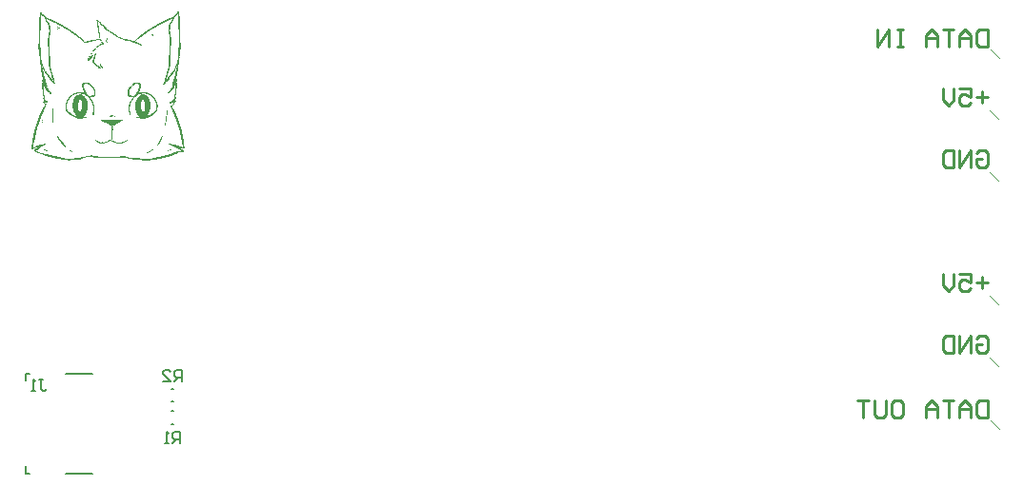
<source format=gbo>
G04*
G04 #@! TF.GenerationSoftware,Altium Limited,CircuitMaker,2.3.0 (3)*
G04*
G04 Layer_Color=13813960*
%FSLAX25Y25*%
%MOIN*%
G70*
G04*
G04 #@! TF.SameCoordinates,2CB11315-EA6C-4568-8D24-B69FFBB62024*
G04*
G04*
G04 #@! TF.FilePolarity,Positive*
G04*
G01*
G75*
%ADD10C,0.01000*%
%ADD11C,0.00394*%
%ADD38C,0.00787*%
%ADD39C,0.00709*%
G36*
X156478Y271983D02*
X156466Y271937D01*
X156443Y271914D01*
X156431Y271867D01*
X156420Y271797D01*
X156396Y271774D01*
X156373Y271681D01*
X156361Y271657D01*
X156338Y271634D01*
X156315Y271576D01*
X156327Y271390D01*
X156338Y271355D01*
X156350Y271297D01*
X156408Y271192D01*
X156431Y271134D01*
X156449Y271000D01*
X156466Y270936D01*
X156478Y270890D01*
X156490Y270773D01*
X156501Y270599D01*
X156524Y270540D01*
X156536Y270494D01*
X156548Y270378D01*
X156559Y270226D01*
X156582Y270168D01*
X156600Y270023D01*
X156612Y269871D01*
X156641Y269808D01*
X156652Y269761D01*
X156664Y269621D01*
X156699Y269540D01*
X156711Y269493D01*
X156722Y269226D01*
X156734Y269191D01*
X156757Y269028D01*
X156745Y263687D01*
X156757Y263652D01*
X156769Y261697D01*
X156780Y261663D01*
X156792Y261569D01*
X156815Y261511D01*
X156827Y261325D01*
X156844Y261249D01*
X156873Y261185D01*
X156885Y260999D01*
X156903Y260912D01*
X156920Y260848D01*
X156932Y260767D01*
X156943Y260231D01*
X156932Y258788D01*
X156920Y258754D01*
X156903Y258666D01*
X156885Y258509D01*
X156873Y258265D01*
X156862Y258230D01*
X156839Y258149D01*
X156827Y258102D01*
X156815Y258009D01*
X156763Y257945D01*
X156740Y257922D01*
X156676Y257904D01*
X156612Y257910D01*
X156594Y257892D01*
X156582Y256380D01*
X156571Y256345D01*
X156559Y256229D01*
X156548Y256147D01*
X156559Y255926D01*
X156594Y255891D01*
X156606Y255810D01*
X156594Y255693D01*
X156548Y255624D01*
X156536Y255472D01*
X156548Y255426D01*
X156536Y255135D01*
X156501Y255077D01*
X156490Y255030D01*
X156478Y254972D01*
X156443Y254937D01*
X156431Y254821D01*
X156420Y254669D01*
X156396Y254611D01*
X156385Y254530D01*
X156373Y254274D01*
X156361Y254239D01*
X156338Y254157D01*
X156327Y254111D01*
X156315Y253867D01*
X156280Y253785D01*
X156268Y253669D01*
X156257Y253483D01*
X156222Y253401D01*
X156210Y253250D01*
X156199Y253075D01*
X156175Y253017D01*
X156164Y252971D01*
X156152Y252750D01*
X156140Y252633D01*
X156129Y252598D01*
X156105Y252505D01*
X156088Y252208D01*
X156053Y252034D01*
X156042Y251825D01*
X156030Y251708D01*
X156007Y251615D01*
X155995Y251557D01*
X155983Y251347D01*
X155966Y251237D01*
X155954Y251202D01*
X155943Y251155D01*
X155931Y251074D01*
X155919Y250888D01*
X155896Y250830D01*
X155884Y250783D01*
X155873Y250702D01*
X155861Y250551D01*
X155826Y250469D01*
X155809Y250277D01*
X155780Y250201D01*
X155768Y250155D01*
X155756Y250004D01*
X155721Y249922D01*
X155710Y249876D01*
X155698Y249724D01*
X155652Y249620D01*
X155640Y249468D01*
X155605Y249387D01*
X155594Y249305D01*
X155582Y249201D01*
X155547Y249119D01*
X155524Y248945D01*
X155489Y248863D01*
X155477Y248700D01*
X155431Y248596D01*
X155419Y248433D01*
X155384Y248351D01*
X155372Y248270D01*
X155361Y248142D01*
X155326Y248060D01*
X155338Y248014D01*
X155355Y248008D01*
X155384Y248037D01*
X155396Y248060D01*
X155413Y248078D01*
X155495Y248113D01*
X155576Y248124D01*
X155652Y248107D01*
X155745Y248049D01*
X155780Y248014D01*
X155791Y247991D01*
X155826Y247909D01*
X155832Y247799D01*
X155820Y247694D01*
X155809Y247636D01*
X155791Y247618D01*
X155780Y247595D01*
X155745Y247537D01*
X155721Y247514D01*
X155710Y247490D01*
X155646Y247426D01*
X155623Y247415D01*
X155576Y247368D01*
X155553Y247357D01*
X155535Y247339D01*
X155547Y247083D01*
X155570Y247025D01*
X155594Y246943D01*
X155605Y246850D01*
X155652Y246746D01*
X155640Y246129D01*
X155628Y246094D01*
X155605Y245931D01*
X155594Y245745D01*
X155576Y244983D01*
X155564Y244878D01*
X155553Y244820D01*
X155541Y244704D01*
X155529Y244599D01*
X155500Y244535D01*
X155489Y244488D01*
X155471Y244389D01*
X155442Y244337D01*
X155431Y244290D01*
X155419Y244093D01*
X155407Y244058D01*
X155396Y243976D01*
X155384Y243825D01*
X155372Y243011D01*
X155361Y242976D01*
X155326Y242894D01*
X155314Y242848D01*
X155303Y242766D01*
X155279Y242743D01*
X155268Y242696D01*
X155256Y242615D01*
X155244Y242568D01*
X155221Y242510D01*
X155210Y242464D01*
X155221Y241859D01*
X155244Y241835D01*
X155256Y241789D01*
X155279Y241591D01*
X155262Y241492D01*
X155244Y241451D01*
X155169Y241353D01*
X155041Y241294D01*
X154989Y241277D01*
X155000Y241242D01*
X155018Y241225D01*
X155041Y241213D01*
X155081Y241184D01*
X155105Y241102D01*
X155093Y240998D01*
X155012Y240893D01*
X154989Y240870D01*
X154977Y240846D01*
X154855Y240724D01*
X154831Y240712D01*
X154808Y240689D01*
X154750Y240666D01*
X154715Y240654D01*
X154709Y240614D01*
X155099Y240596D01*
X155204Y240515D01*
X155221Y240497D01*
X155233Y240474D01*
X155268Y240392D01*
X155256Y240241D01*
X155233Y240218D01*
X155198Y240160D01*
X155134Y240096D01*
X155111Y240084D01*
X155087Y240061D01*
X155064Y240049D01*
X154977Y239962D01*
X154965Y239939D01*
X154942Y239915D01*
X154919Y239857D01*
X154884Y239822D01*
X154837Y239741D01*
X154779Y239660D01*
X154756Y239636D01*
X154744Y239613D01*
X154709Y239590D01*
X154698Y239566D01*
X154314Y239182D01*
X154302Y239147D01*
X154279Y239124D01*
X154267Y239101D01*
X154232Y239043D01*
X154209Y239019D01*
X154186Y238961D01*
X154139Y238915D01*
X154127Y238892D01*
X154110Y238874D01*
X154087Y238862D01*
X154075Y238839D01*
X154052Y238827D01*
X154034Y238810D01*
X154023Y238763D01*
X154034Y238729D01*
X154052Y238665D01*
X154069Y238647D01*
X154093Y238554D01*
X154104Y238496D01*
X154127Y238473D01*
X154139Y238426D01*
X154127Y238403D01*
X154098Y238397D01*
X154017Y238455D01*
X153994Y238444D01*
X153988Y238403D01*
X154023Y238368D01*
X154058Y238310D01*
X154081Y238286D01*
X154104Y238228D01*
X154139Y238193D01*
X154174Y238135D01*
X154197Y238112D01*
X154232Y238054D01*
X154255Y238031D01*
X154273Y237990D01*
X154296Y237978D01*
X154314Y237961D01*
X154325Y237937D01*
X154343Y237920D01*
X154360Y237914D01*
X154372Y237891D01*
X154430Y237833D01*
X154442Y237809D01*
X154465Y237798D01*
X154476Y237774D01*
X154535Y237693D01*
X154570Y237635D01*
X154593Y237612D01*
X154604Y237565D01*
X154639Y237530D01*
X154651Y237484D01*
X154686Y237425D01*
X154709Y237367D01*
X154721Y237344D01*
X154744Y237321D01*
X154779Y237228D01*
X154802Y237204D01*
X154837Y237111D01*
X154860Y237088D01*
X154884Y236995D01*
X154919Y236960D01*
X154930Y236913D01*
X154942Y236879D01*
X154977Y236844D01*
X154989Y236762D01*
X155035Y236716D01*
X155047Y236634D01*
X155081Y236599D01*
X155093Y236553D01*
X155116Y236495D01*
X155140Y236471D01*
X155163Y236378D01*
X155186Y236355D01*
X155210Y236274D01*
X155221Y236250D01*
X155244Y236227D01*
X155256Y236180D01*
X155285Y236105D01*
X155303Y236087D01*
X155326Y235994D01*
X155338Y235971D01*
X155361Y235948D01*
X155384Y235855D01*
X155407Y235831D01*
X155431Y235773D01*
X155442Y235703D01*
X155477Y235668D01*
X155500Y235564D01*
X155524Y235541D01*
X155547Y235447D01*
X155582Y235389D01*
X155594Y235354D01*
X155605Y235284D01*
X155652Y235215D01*
X155663Y235133D01*
X155710Y235063D01*
X155721Y234970D01*
X155745Y234947D01*
X155768Y234866D01*
X155780Y234807D01*
X155803Y234784D01*
X155838Y234645D01*
X155861Y234621D01*
X155873Y234575D01*
X155890Y234487D01*
X155919Y234458D01*
X155931Y234412D01*
X155943Y234330D01*
X155977Y234295D01*
X155989Y234214D01*
X156001Y234168D01*
X156024Y234144D01*
X156047Y234063D01*
X156059Y234005D01*
X156082Y233981D01*
X156094Y233935D01*
X156111Y233859D01*
X156152Y233784D01*
X156164Y233690D01*
X156199Y233656D01*
X156210Y233609D01*
X156222Y233527D01*
X156257Y233493D01*
X156268Y233411D01*
X156292Y233353D01*
X156315Y233330D01*
X156327Y233248D01*
X156373Y233143D01*
X156391Y233068D01*
X156431Y232992D01*
X156443Y232899D01*
X156478Y232864D01*
X156490Y232818D01*
X156501Y232736D01*
X156536Y232701D01*
X156548Y232620D01*
X156559Y232573D01*
X156594Y232539D01*
X156606Y232457D01*
X156617Y232411D01*
X156652Y232376D01*
X156670Y232265D01*
X156687Y232248D01*
X156699Y232224D01*
X156711Y232189D01*
X156722Y232108D01*
X156745Y232085D01*
X156769Y232027D01*
X156780Y231945D01*
X156804Y231922D01*
X156827Y231864D01*
X156839Y231782D01*
X156862Y231759D01*
X156885Y231677D01*
X156897Y231608D01*
X156932Y231573D01*
X156943Y231456D01*
X156978Y231421D01*
X156990Y231375D01*
X157001Y231282D01*
X157025Y231259D01*
X157048Y231200D01*
X157060Y231096D01*
X157083Y231072D01*
X157106Y230991D01*
X157118Y230909D01*
X157153Y230851D01*
X157164Y230770D01*
X157176Y230700D01*
X157199Y230677D01*
X157211Y230630D01*
X157228Y230496D01*
X157269Y230398D01*
X157281Y230258D01*
X157316Y230200D01*
X157327Y230118D01*
X157339Y230013D01*
X157385Y229909D01*
X157397Y229769D01*
X157432Y229688D01*
X157455Y229525D01*
X157490Y229443D01*
X157508Y229286D01*
X157537Y229234D01*
X157548Y229187D01*
X157560Y229048D01*
X157606Y228943D01*
X157618Y228803D01*
X157653Y228722D01*
X157665Y228675D01*
X157676Y228547D01*
X157711Y228466D01*
X157723Y228350D01*
X157735Y228280D01*
X157769Y228198D01*
X157781Y228012D01*
X157816Y227931D01*
X157828Y227884D01*
X157839Y227710D01*
X157874Y227628D01*
X157886Y227512D01*
X157897Y227361D01*
X157921Y227302D01*
X157932Y227221D01*
X157944Y227174D01*
X157956Y226767D01*
X157967Y226732D01*
X157979Y226453D01*
X157991Y226418D01*
X158002Y226197D01*
X158020Y226098D01*
X158037Y226034D01*
X158049Y225988D01*
X158066Y225714D01*
X158078Y225656D01*
X158089Y225609D01*
X158101Y225551D01*
X158113Y225284D01*
X158136Y225074D01*
X158148Y225016D01*
X158159Y224970D01*
X158171Y224865D01*
X158200Y224801D01*
X158212Y224754D01*
X158223Y224673D01*
X158212Y224370D01*
X158194Y224353D01*
X158177Y224370D01*
X158148Y224434D01*
X158118Y224428D01*
X158113Y224143D01*
X158136Y224120D01*
X158165Y224137D01*
X158188Y224196D01*
X158206Y224201D01*
X158223Y224149D01*
X158212Y224103D01*
X158188Y224079D01*
X158177Y224033D01*
X158212Y223951D01*
X158200Y223858D01*
X158148Y223806D01*
X158072Y223777D01*
X158025Y223765D01*
X157926Y223759D01*
X157903Y223783D01*
X157845Y223806D01*
X157543Y223817D01*
X157461Y223852D01*
X157403Y223887D01*
X157339Y223940D01*
X157310Y223969D01*
X157287Y223980D01*
X157240Y224027D01*
X157159Y224039D01*
X157077Y224074D01*
X156786Y224085D01*
X156437Y224097D01*
X156356Y224132D01*
X156327Y224114D01*
X156338Y224091D01*
X156425Y224074D01*
X156449Y224027D01*
X156524Y224009D01*
X156588Y223969D01*
X156635Y223957D01*
X156670Y223922D01*
X156716Y223911D01*
X156751Y223899D01*
X156786Y223864D01*
X156833Y223852D01*
X156868Y223841D01*
X156903Y223806D01*
X156978Y223788D01*
X157019Y223748D01*
X157089Y223736D01*
X157159Y223690D01*
X157228Y223678D01*
X157263Y223643D01*
X157310Y223631D01*
X157368Y223620D01*
X157391Y223597D01*
X157473Y223573D01*
X157531Y223562D01*
X157554Y223538D01*
X157647Y223515D01*
X157705Y223503D01*
X157740Y223468D01*
X157822Y223457D01*
X157857Y223422D01*
X157915Y223399D01*
X157961Y223352D01*
X157985Y223341D01*
X158060Y223265D01*
X158072Y223242D01*
X158089Y223224D01*
X158107Y223218D01*
X158118Y223195D01*
X158281Y223032D01*
X158316Y222962D01*
X158287Y222922D01*
X158194Y222898D01*
X158078Y222887D01*
X157996Y222875D01*
X157915Y222817D01*
X157787Y222735D01*
X157729Y222724D01*
X157705Y222701D01*
X157624Y222689D01*
X156821Y222677D01*
X156716Y222631D01*
X156565Y222619D01*
X156460Y222572D01*
X156379Y222561D01*
X156344Y222526D01*
X156280Y222509D01*
X156228Y222456D01*
X156193Y222445D01*
X156169Y222421D01*
X156088Y222375D01*
X156030Y222351D01*
X155989Y222334D01*
X155977Y222311D01*
X155925Y222293D01*
X155867Y222258D01*
X155809Y222235D01*
X155786Y222223D01*
X155751Y222188D01*
X155675Y222171D01*
X155634Y222130D01*
X155559Y222113D01*
X155518Y222072D01*
X155448Y222061D01*
X155413Y222026D01*
X155320Y222002D01*
X155285Y221968D01*
X155210Y221950D01*
X155134Y221909D01*
X155087Y221898D01*
X155064Y221886D01*
X155041Y221863D01*
X154948Y221839D01*
X154878Y221793D01*
X154808Y221781D01*
X154773Y221746D01*
X154680Y221723D01*
X154610Y221677D01*
X154541Y221665D01*
X154506Y221630D01*
X154424Y221618D01*
X154354Y221572D01*
X154273Y221560D01*
X154238Y221525D01*
X154191Y221514D01*
X154122Y221502D01*
X154087Y221467D01*
X154005Y221456D01*
X153947Y221421D01*
X153912Y221409D01*
X153866Y221397D01*
X153807Y221386D01*
X153772Y221351D01*
X153662Y221333D01*
X153586Y221293D01*
X153493Y221281D01*
X153458Y221246D01*
X153412Y221234D01*
X153319Y221223D01*
X153284Y221188D01*
X153202Y221176D01*
X153156Y221165D01*
X153098Y221130D01*
X153016Y221118D01*
X152970Y221106D01*
X152946Y221083D01*
X152900Y221072D01*
X152801Y221054D01*
X152772Y221025D01*
X152725Y221013D01*
X152621Y221002D01*
X152597Y220978D01*
X152539Y220955D01*
X152423Y220943D01*
X152388Y220909D01*
X152306Y220897D01*
X152237Y220885D01*
X152155Y220850D01*
X152109Y220839D01*
X152027Y220827D01*
X152004Y220804D01*
X151957Y220792D01*
X151835Y220775D01*
X151736Y220734D01*
X151620Y220722D01*
X151562Y220688D01*
X151515Y220676D01*
X151399Y220664D01*
X151294Y220618D01*
X151178Y220606D01*
X151096Y220571D01*
X151015Y220560D01*
X150945Y220548D01*
X150864Y220513D01*
X150724Y220501D01*
X150619Y220455D01*
X150468Y220443D01*
X150363Y220397D01*
X150212Y220385D01*
X150131Y220350D01*
X150084Y220339D01*
X149944Y220327D01*
X149863Y220292D01*
X149782Y220280D01*
X149665Y220269D01*
X149584Y220234D01*
X149415Y220216D01*
X149351Y220187D01*
X149269Y220176D01*
X149130Y220164D01*
X149048Y220129D01*
X149002Y220117D01*
X148839Y220106D01*
X148758Y220071D01*
X148676Y220059D01*
X148537Y220048D01*
X148455Y220013D01*
X148269Y220001D01*
X148176Y219989D01*
X148141Y219978D01*
X148048Y219954D01*
X147670Y219937D01*
X147553Y219925D01*
X147460Y219914D01*
X146873Y219908D01*
X146838Y219920D01*
X146785Y219902D01*
X146797Y219879D01*
X146780Y219850D01*
X146628Y219838D01*
X146553Y219821D01*
X146477Y219792D01*
X146291Y219768D01*
X146233Y219745D01*
X146151Y219733D01*
X146035Y219722D01*
X145953Y219710D01*
X145930Y219687D01*
X145901Y219681D01*
X145895Y219675D01*
X145767Y219664D01*
X145744Y219640D01*
X145662Y219617D01*
X145174Y219629D01*
X145116Y219652D01*
X145069Y219664D01*
X144720Y219675D01*
X144662Y219699D01*
X144615Y219710D01*
X144534Y219722D01*
X144231Y219733D01*
X144196Y219745D01*
X144103Y219768D01*
X143975Y219780D01*
X143940Y219768D01*
X143865Y219751D01*
X143638Y219745D01*
X143603Y219757D01*
X143341Y219774D01*
X142841Y219786D01*
X142736Y219797D01*
X142690Y219809D01*
X142573Y219832D01*
X142282Y219844D01*
X142189Y219856D01*
X142131Y219867D01*
X142061Y219879D01*
X141863Y219890D01*
X141270Y219902D01*
X141200Y219914D01*
X141107Y219937D01*
X140805Y219960D01*
X140671Y220001D01*
X140508Y220013D01*
X140426Y220048D01*
X140380Y220059D01*
X140240Y220071D01*
X140159Y220106D01*
X140077Y220117D01*
X139961Y220129D01*
X139880Y220164D01*
X139798Y220176D01*
X139682Y220187D01*
X139600Y220222D01*
X139443Y220240D01*
X139385Y220263D01*
X139333Y220280D01*
X139193Y220292D01*
X139112Y220327D01*
X139065Y220339D01*
X138914Y220350D01*
X138832Y220385D01*
X138751Y220397D01*
X138600Y220408D01*
X138541Y220432D01*
X138495Y220443D01*
X138379Y220455D01*
X138204Y220466D01*
X138169Y220478D01*
X138123Y220490D01*
X138006Y220501D01*
X137616Y220519D01*
X137558Y220531D01*
X137512Y220542D01*
X137442Y220554D01*
X137256Y220565D01*
X137186Y220577D01*
X137122Y220606D01*
X137075Y220618D01*
X136994Y220629D01*
X136971Y220653D01*
X136924Y220664D01*
X136889Y220653D01*
X136866Y220629D01*
X136773Y220606D01*
X136703Y220560D01*
X136633Y220548D01*
X136610Y220525D01*
X136552Y220536D01*
X136499Y220589D01*
X136488Y220612D01*
X136424Y220676D01*
X136179Y220664D01*
X136098Y220629D01*
X136051Y220618D01*
X135970Y220606D01*
X135935Y220571D01*
X135854Y220560D01*
X135784Y220548D01*
X135749Y220513D01*
X135633Y220501D01*
X135202Y220490D01*
X135167Y220478D01*
X134969Y220455D01*
X134457Y220466D01*
X134440Y220484D01*
X134434Y220536D01*
X133759Y220548D01*
X132997Y220519D01*
X132252Y220507D01*
X131228Y220496D01*
X130461Y220484D01*
X130350Y220478D01*
X130315Y220490D01*
X130164Y220478D01*
X129634Y220496D01*
X129250Y220507D01*
X128971Y220519D01*
X128901Y220531D01*
X128785Y220554D01*
X128634Y220565D01*
X128564Y220577D01*
X128465Y220606D01*
X128418Y220618D01*
X128186Y220629D01*
X128151Y220641D01*
X128104Y220653D01*
X128023Y220664D01*
X127976Y220676D01*
X127650Y220688D01*
X127616Y220699D01*
X127453Y220722D01*
X126987Y220734D01*
X126661Y220746D01*
X126627Y220757D01*
X126551Y220775D01*
X126388Y220786D01*
X126318Y220798D01*
X126254Y220839D01*
X126115Y220850D01*
X126091Y220874D01*
X126010Y220897D01*
X125952Y220909D01*
X125928Y220932D01*
X125847Y220955D01*
X125777Y220967D01*
X125754Y220990D01*
X125672Y221002D01*
X125469Y221019D01*
X125376Y221042D01*
X125283Y221054D01*
X125067Y221060D01*
X125032Y221048D01*
X124939Y221037D01*
X124905Y221025D01*
X124858Y221013D01*
X124742Y221002D01*
X124672Y220990D01*
X124590Y220955D01*
X124427Y220943D01*
X124369Y220920D01*
X124276Y220897D01*
X124090Y220885D01*
X124009Y220850D01*
X123927Y220839D01*
X123811Y220827D01*
X123729Y220792D01*
X123683Y220781D01*
X123578Y220769D01*
X123497Y220734D01*
X123415Y220722D01*
X123369Y220711D01*
X123287Y220676D01*
X123194Y220653D01*
X123171Y220629D01*
X123124Y220618D01*
X123060Y220600D01*
X123043Y220583D01*
X122985Y220560D01*
X122926Y220548D01*
X122891Y220513D01*
X122787Y220490D01*
X122752Y220455D01*
X122676Y220437D01*
X122635Y220408D01*
X122601Y220397D01*
X122519Y220350D01*
X122484Y220339D01*
X122461Y220327D01*
X122426Y220292D01*
X122275Y220211D01*
X122240Y220176D01*
X122182Y220152D01*
X122147Y220117D01*
X122106Y220100D01*
X122095Y220077D01*
X122077Y220059D01*
X121978Y220042D01*
X121932Y220030D01*
X121873Y220019D01*
X121745Y220007D01*
X121094Y219995D01*
X120884Y219960D01*
X120686Y219949D01*
X120460Y219931D01*
X120425Y219920D01*
X120378Y219908D01*
X120262Y219896D01*
X119657Y219885D01*
X119622Y219873D01*
X119331Y219850D01*
X119296Y219861D01*
X119191Y219873D01*
X119156Y219885D01*
X118959Y219873D01*
X118901Y219850D01*
X118714Y219838D01*
X118505Y219827D01*
X118470Y219815D01*
X118388Y219792D01*
X118307Y219780D01*
X118005Y219768D01*
X117946Y219745D01*
X117865Y219733D01*
X117714Y219722D01*
X117411Y219733D01*
X117306Y219780D01*
X117202Y219792D01*
X117097Y219838D01*
X116899Y219850D01*
X116841Y219873D01*
X116794Y219885D01*
X116713Y219896D01*
X116602Y219914D01*
X116527Y219943D01*
X116376Y219954D01*
X116341Y219966D01*
X116323Y219984D01*
X116317Y220024D01*
X115922Y220013D01*
X115887Y220024D01*
X115526Y220036D01*
X115491Y220048D01*
X115235Y220059D01*
X115026Y220071D01*
X114991Y220082D01*
X114909Y220106D01*
X114828Y220117D01*
X114630Y220129D01*
X114549Y220164D01*
X114432Y220176D01*
X114328Y220187D01*
X114246Y220222D01*
X114066Y220240D01*
X114008Y220263D01*
X113944Y220280D01*
X113781Y220292D01*
X113699Y220327D01*
X113653Y220339D01*
X113490Y220350D01*
X113408Y220385D01*
X113362Y220397D01*
X113222Y220408D01*
X113141Y220443D01*
X113059Y220455D01*
X112955Y220466D01*
X112873Y220501D01*
X112687Y220525D01*
X112664Y220548D01*
X112582Y220560D01*
X112466Y220571D01*
X112361Y220618D01*
X112222Y220629D01*
X112117Y220676D01*
X111989Y220688D01*
X111907Y220722D01*
X111861Y220734D01*
X111756Y220746D01*
X111733Y220769D01*
X111686Y220781D01*
X111570Y220792D01*
X111465Y220839D01*
X111349Y220850D01*
X111244Y220897D01*
X111128Y220909D01*
X111070Y220943D01*
X111023Y220955D01*
X110918Y220967D01*
X110895Y220990D01*
X110814Y221013D01*
X110721Y221025D01*
X110697Y221048D01*
X110651Y221060D01*
X110552Y221077D01*
X110453Y221118D01*
X110360Y221130D01*
X110337Y221153D01*
X110278Y221176D01*
X110174Y221188D01*
X110139Y221223D01*
X110057Y221234D01*
X109999Y221246D01*
X109976Y221269D01*
X109895Y221293D01*
X109825Y221304D01*
X109801Y221327D01*
X109755Y221339D01*
X109650Y221362D01*
X109627Y221386D01*
X109580Y221397D01*
X109493Y221415D01*
X109464Y221444D01*
X109417Y221456D01*
X109336Y221467D01*
X109301Y221502D01*
X109220Y221514D01*
X109173Y221525D01*
X109138Y221560D01*
X109092Y221572D01*
X109033Y221584D01*
X108975Y221618D01*
X108882Y221642D01*
X108859Y221665D01*
X108812Y221677D01*
X108754Y221688D01*
X108684Y221735D01*
X108603Y221746D01*
X108568Y221781D01*
X108475Y221805D01*
X108452Y221828D01*
X108370Y221851D01*
X108312Y221886D01*
X108277Y221898D01*
X108231Y221909D01*
X108207Y221921D01*
X108184Y221944D01*
X108091Y221968D01*
X108068Y221991D01*
X108010Y222014D01*
X107928Y222026D01*
X107905Y222049D01*
X107812Y222072D01*
X107719Y222084D01*
X107614Y222130D01*
X107544Y222142D01*
X107486Y222177D01*
X107399Y222194D01*
X107323Y222235D01*
X107253Y222247D01*
X107195Y222282D01*
X107149Y222293D01*
X107085Y222311D01*
X107067Y222328D01*
X106985Y222351D01*
X106939Y222363D01*
X106904Y222398D01*
X106799Y222421D01*
X106764Y222456D01*
X106695Y222468D01*
X106660Y222503D01*
X106567Y222538D01*
X106543Y222561D01*
X106485Y222584D01*
X106439Y222631D01*
X106380Y222666D01*
X106299Y222712D01*
X106241Y222735D01*
X106194Y222747D01*
X106090Y222794D01*
X106002Y222811D01*
X105938Y222840D01*
X105892Y222852D01*
X105868Y222863D01*
X105845Y222887D01*
X105822Y222898D01*
X105781Y222939D01*
X105770Y222962D01*
X105735Y222986D01*
X105700Y223044D01*
X105630Y223195D01*
X105618Y223242D01*
X105648Y223317D01*
X105694Y223364D01*
X105717Y223375D01*
X105740Y223399D01*
X105787Y223410D01*
X105845Y223422D01*
X105863Y223439D01*
X105874Y223463D01*
X105898Y223521D01*
X105909Y223579D01*
X105932Y223602D01*
X105944Y223625D01*
X105973Y223678D01*
X105997Y223690D01*
X106014Y223707D01*
X106026Y223730D01*
X106043Y223748D01*
X106066Y223759D01*
X106101Y223794D01*
X106183Y223841D01*
X106218Y223852D01*
X106282Y223870D01*
X106334Y223899D01*
X106380Y223911D01*
X106450Y223922D01*
X106485Y223957D01*
X106561Y223975D01*
X106625Y224015D01*
X106671Y224027D01*
X106695Y224039D01*
X106753Y224074D01*
X106840Y224091D01*
X106869Y224120D01*
X106962Y224143D01*
X106985Y224167D01*
X107044Y224190D01*
X107067Y224201D01*
X107090Y224225D01*
X107137Y224236D01*
X107189Y224266D01*
X107177Y224300D01*
X107090Y224306D01*
X106985Y224260D01*
X106904Y224248D01*
X106741Y224236D01*
X106683Y224213D01*
X106602Y224201D01*
X106415Y224190D01*
X106311Y224178D01*
X106287Y224155D01*
X106241Y224143D01*
X106177Y224126D01*
X106113Y224085D01*
X106026Y224068D01*
X105997Y224039D01*
X105950Y224027D01*
X105892Y224015D01*
X105868Y223992D01*
X105810Y223969D01*
X105752Y223957D01*
X105717Y223922D01*
X105671Y223911D01*
X105648Y223899D01*
X105613Y223864D01*
X105554Y223829D01*
X105531Y223806D01*
X105473Y223771D01*
X105392Y223724D01*
X105380Y223701D01*
X105298Y223655D01*
X105194Y223597D01*
X105159Y223585D01*
X105112Y223573D01*
X105008Y223527D01*
X104879Y223515D01*
X104775Y223468D01*
X104554Y223480D01*
X104548Y223521D01*
X104606Y223602D01*
X104623Y223678D01*
X104641Y223719D01*
X104664Y223742D01*
X104676Y223788D01*
X104722Y223858D01*
X104752Y223911D01*
X104769Y223916D01*
X104781Y223940D01*
X104833Y224004D01*
X104856Y224027D01*
X104879Y224039D01*
X104897Y224091D01*
X104839Y224184D01*
X104827Y224242D01*
X104792Y224277D01*
X104781Y224359D01*
X104769Y224510D01*
X104786Y224772D01*
X104798Y224818D01*
X104827Y224871D01*
X104839Y224917D01*
X104850Y225033D01*
X104885Y225115D01*
X104897Y225196D01*
X104909Y225452D01*
X104932Y225511D01*
X104944Y225557D01*
X104955Y225743D01*
X104978Y225906D01*
X104990Y226197D01*
X105002Y226232D01*
X105013Y226488D01*
X105025Y226523D01*
X105048Y226604D01*
X105060Y226686D01*
X105071Y226884D01*
X105095Y226942D01*
X105118Y227023D01*
X105130Y227151D01*
X105165Y227209D01*
X105176Y227256D01*
X105188Y227396D01*
X105211Y227454D01*
X105223Y227535D01*
X105246Y227756D01*
X105281Y227838D01*
X105293Y228035D01*
X105327Y228117D01*
X105339Y228164D01*
X105351Y228338D01*
X105386Y228419D01*
X105397Y228466D01*
X105409Y228606D01*
X105444Y228687D01*
X105456Y228768D01*
X105467Y228873D01*
X105490Y228896D01*
X105514Y229036D01*
X105525Y229118D01*
X105549Y229141D01*
X105578Y229345D01*
X105607Y229397D01*
X105618Y229443D01*
X105630Y229583D01*
X105676Y229688D01*
X105688Y229839D01*
X105711Y229862D01*
X105723Y229909D01*
X105735Y229990D01*
X105746Y230083D01*
X105781Y230165D01*
X105793Y230281D01*
X105805Y230328D01*
X105839Y230409D01*
X105851Y230549D01*
X105898Y230654D01*
X105909Y230770D01*
X105956Y230875D01*
X105967Y230979D01*
X106002Y231037D01*
X106014Y231119D01*
X106026Y231177D01*
X106049Y231200D01*
X106072Y231293D01*
X106084Y231363D01*
X106119Y231398D01*
X106130Y231515D01*
X106177Y231584D01*
X106188Y231689D01*
X106212Y231712D01*
X106235Y231770D01*
X106247Y231852D01*
X106293Y231922D01*
X106305Y232015D01*
X106340Y232073D01*
X106351Y232154D01*
X106363Y232178D01*
X106398Y232259D01*
X106415Y232335D01*
X106433Y232352D01*
X106456Y232411D01*
X106468Y232492D01*
X106491Y232515D01*
X106514Y232573D01*
X106526Y232655D01*
X106549Y232678D01*
X106572Y232759D01*
X106584Y232818D01*
X106619Y232853D01*
X106637Y232963D01*
X106677Y233039D01*
X106689Y233120D01*
X106735Y233190D01*
X106747Y233283D01*
X106794Y233353D01*
X106805Y233446D01*
X106828Y233469D01*
X106852Y233551D01*
X106863Y233609D01*
X106887Y233632D01*
X106922Y233772D01*
X106945Y233795D01*
X106957Y233842D01*
X106974Y233929D01*
X107003Y233958D01*
X107015Y234005D01*
X107026Y234086D01*
X107061Y234121D01*
X107073Y234168D01*
X107085Y234249D01*
X107119Y234284D01*
X107131Y234365D01*
X107143Y234412D01*
X107166Y234435D01*
X107201Y234575D01*
X107224Y234598D01*
X107236Y234645D01*
X107247Y234714D01*
X107294Y234784D01*
X107306Y234889D01*
X107340Y234924D01*
X107352Y234970D01*
X107364Y235052D01*
X107399Y235087D01*
X107410Y235168D01*
X107468Y235296D01*
X107480Y235354D01*
X107503Y235378D01*
X107515Y235424D01*
X107527Y235494D01*
X107562Y235529D01*
X107573Y235575D01*
X107585Y235645D01*
X107620Y235680D01*
X107631Y235727D01*
X107643Y235785D01*
X107678Y235820D01*
X107695Y235919D01*
X107713Y235936D01*
X107724Y235959D01*
X107736Y235994D01*
X107748Y236041D01*
X107759Y236064D01*
X107783Y236087D01*
X107794Y236134D01*
X107812Y236198D01*
X107841Y236227D01*
X107864Y236320D01*
X107911Y236390D01*
X107922Y236460D01*
X107957Y236495D01*
X107980Y236588D01*
X108015Y236623D01*
X108033Y236710D01*
X108062Y236739D01*
X108073Y236786D01*
X108097Y236844D01*
X108120Y236867D01*
X108143Y236960D01*
X108178Y236995D01*
X108190Y237041D01*
X108202Y237076D01*
X108236Y237111D01*
X108248Y237181D01*
X108295Y237251D01*
X108312Y237315D01*
X108341Y237344D01*
X108376Y237437D01*
X108399Y237460D01*
X108428Y237536D01*
X108446Y237553D01*
X108469Y237612D01*
X108504Y237670D01*
X108551Y237751D01*
X108574Y237774D01*
X108620Y237856D01*
X108673Y237920D01*
X108702Y237961D01*
X108807Y238065D01*
X108818Y238089D01*
X108865Y238135D01*
X108876Y238158D01*
X108911Y238193D01*
X108946Y238252D01*
X108969Y238275D01*
X109004Y238333D01*
X109028Y238356D01*
X109039Y238403D01*
X109086Y238449D01*
X109097Y238484D01*
X109121Y238508D01*
X109150Y238583D01*
X109179Y238612D01*
X109190Y238659D01*
X109208Y238734D01*
X109237Y238763D01*
X109249Y238845D01*
X109260Y238903D01*
X109295Y238961D01*
X109307Y239008D01*
X109318Y239066D01*
X109353Y239101D01*
X109377Y239159D01*
X109400Y239182D01*
X109412Y239206D01*
X109435Y239229D01*
X109441Y239246D01*
X109464Y239258D01*
X109493Y239287D01*
X109481Y239334D01*
X109429Y239398D01*
X109365Y239462D01*
X109353Y239485D01*
X109307Y239531D01*
X109272Y239590D01*
X109214Y239671D01*
X109167Y239753D01*
X109144Y239776D01*
X109115Y239828D01*
X109092Y239840D01*
X109063Y239881D01*
X108999Y239921D01*
X108975Y239945D01*
X108952Y239956D01*
X108923Y239985D01*
X108911Y240009D01*
X108865Y240078D01*
X108853Y240160D01*
X108865Y240265D01*
X108940Y240375D01*
X109010Y240422D01*
X109103Y240445D01*
X109388Y240439D01*
X109412Y240451D01*
X109406Y240491D01*
X109359Y240503D01*
X109301Y240538D01*
X109237Y240590D01*
X109220Y240608D01*
X109196Y240619D01*
X109179Y240637D01*
X109173Y240654D01*
X109150Y240666D01*
X109126Y240712D01*
X109103Y240724D01*
X109086Y240742D01*
X109051Y240800D01*
X109028Y240823D01*
X109016Y240939D01*
X109033Y241003D01*
X109080Y241050D01*
X109132Y241079D01*
X109121Y241114D01*
X109074Y241126D01*
X109033Y241143D01*
X108952Y241190D01*
X108911Y241230D01*
X108900Y241254D01*
X108876Y241277D01*
X108853Y241358D01*
X108841Y241440D01*
X108859Y241585D01*
X108870Y241655D01*
X108888Y241672D01*
X108911Y241731D01*
X108900Y242359D01*
X108865Y242440D01*
X108847Y242563D01*
X108830Y242580D01*
X108807Y242638D01*
X108795Y242743D01*
X108748Y242848D01*
X108737Y243278D01*
X108725Y243860D01*
X108713Y243895D01*
X108690Y244058D01*
X108678Y244174D01*
X108644Y244256D01*
X108632Y244337D01*
X108597Y244419D01*
X108586Y244465D01*
X108568Y244645D01*
X108556Y244715D01*
X108545Y244808D01*
X108521Y245704D01*
X108510Y245821D01*
X108498Y245890D01*
X108487Y245949D01*
X108475Y246042D01*
X108469Y246594D01*
X108516Y246699D01*
X108527Y246746D01*
X108539Y246839D01*
X108562Y246897D01*
X108574Y246943D01*
X108586Y247130D01*
X108574Y247188D01*
X108516Y247223D01*
X108504Y247246D01*
X108463Y247275D01*
X108364Y247374D01*
X108306Y247502D01*
X108295Y247549D01*
X108289Y247671D01*
X108312Y247799D01*
X108329Y247816D01*
X108341Y247839D01*
X108364Y247863D01*
X108376Y247886D01*
X108417Y247915D01*
X108498Y247950D01*
X108661Y247938D01*
X108684Y247915D01*
X108708Y247903D01*
X108766Y247845D01*
X108795Y247851D01*
X108783Y247944D01*
X108760Y248002D01*
X108748Y248049D01*
X108737Y248200D01*
X108702Y248282D01*
X108690Y248363D01*
X108678Y248468D01*
X108644Y248549D01*
X108632Y248700D01*
X108597Y248782D01*
X108586Y248828D01*
X108568Y248986D01*
X108539Y249049D01*
X108527Y249096D01*
X108516Y249236D01*
X108481Y249317D01*
X108469Y249364D01*
X108458Y249492D01*
X108423Y249573D01*
X108411Y249655D01*
X108399Y249771D01*
X108364Y249852D01*
X108353Y249969D01*
X108341Y250050D01*
X108306Y250132D01*
X108289Y250324D01*
X108265Y250382D01*
X108254Y250428D01*
X108242Y250580D01*
X108231Y250649D01*
X108202Y250748D01*
X108190Y250830D01*
X108178Y251016D01*
X108155Y251074D01*
X108132Y251237D01*
X108120Y251446D01*
X108097Y251505D01*
X108085Y251621D01*
X108073Y251702D01*
X108062Y251923D01*
X108050Y251958D01*
X108039Y252005D01*
X108027Y252086D01*
X108010Y252371D01*
X107998Y252418D01*
X107980Y252482D01*
X107969Y252598D01*
X107957Y252819D01*
X107946Y252854D01*
X107922Y252912D01*
X107911Y252994D01*
X107899Y253250D01*
X107864Y253331D01*
X107852Y253413D01*
X107841Y253622D01*
X107817Y253680D01*
X107806Y253727D01*
X107794Y253843D01*
X107783Y254006D01*
X107759Y254064D01*
X107748Y254146D01*
X107736Y254332D01*
X107724Y254460D01*
X107701Y254518D01*
X107689Y254635D01*
X107678Y254774D01*
X107643Y254809D01*
X107631Y254856D01*
X107620Y254914D01*
X107585Y254995D01*
X107573Y255077D01*
X107579Y255408D01*
X107567Y255467D01*
X107527Y255542D01*
X107515Y255589D01*
X107527Y255717D01*
X107573Y255786D01*
X107562Y256124D01*
X107550Y256159D01*
X107538Y256275D01*
X107527Y256461D01*
X107515Y257730D01*
X107410Y257741D01*
X107352Y257776D01*
X107340Y257800D01*
X107306Y257834D01*
X107294Y257916D01*
X107276Y258015D01*
X107259Y258079D01*
X107247Y258125D01*
X107236Y258346D01*
X107224Y258486D01*
X107212Y258521D01*
X107201Y258602D01*
X107189Y258649D01*
X107177Y259533D01*
X107189Y260639D01*
X107201Y260673D01*
X107218Y260749D01*
X107230Y260796D01*
X107241Y260959D01*
X107253Y261028D01*
X107276Y261087D01*
X107294Y261151D01*
X107306Y261360D01*
X107329Y261418D01*
X107340Y261465D01*
X107352Y261616D01*
X107364Y262675D01*
X107375Y265549D01*
X107364Y268912D01*
X107375Y268946D01*
X107393Y269057D01*
X107404Y269162D01*
X107416Y269359D01*
X107439Y269418D01*
X107457Y269482D01*
X107468Y269598D01*
X107480Y269645D01*
X107515Y269726D01*
X107527Y269947D01*
X107538Y269982D01*
X107556Y270058D01*
X107567Y270127D01*
X107579Y270279D01*
X107591Y270349D01*
X107608Y270412D01*
X107620Y270459D01*
X107631Y270540D01*
X107643Y270750D01*
X107666Y270808D01*
X107678Y270890D01*
X107689Y270936D01*
X107701Y271018D01*
X107736Y271053D01*
X107748Y271099D01*
X107771Y271122D01*
X107783Y271169D01*
X107794Y271285D01*
X107806Y271332D01*
X107794Y271448D01*
X107771Y271471D01*
X107759Y271495D01*
X107736Y271553D01*
X107724Y271599D01*
X107689Y271681D01*
X107678Y271739D01*
X107643Y271774D01*
X107655Y271820D01*
X107695Y271826D01*
X107730Y271815D01*
X107835Y271768D01*
X107916Y271756D01*
X107940Y271733D01*
X107998Y271710D01*
X108056Y271675D01*
X108114Y271652D01*
X108254Y271640D01*
X108318Y271588D01*
X108353Y271553D01*
X108370Y271465D01*
X108417Y271396D01*
X108865Y270948D01*
X108876Y270924D01*
X108900Y270913D01*
X108911Y270890D01*
X108969Y270831D01*
X108981Y270808D01*
X109016Y270773D01*
X109051Y270715D01*
X109097Y270692D01*
X109103Y270674D01*
X109161Y270686D01*
X109179Y270669D01*
X109202Y270610D01*
X109237Y270575D01*
X109330Y270412D01*
X109353Y270389D01*
X109365Y270343D01*
X109452Y270255D01*
X109476Y270244D01*
X109499Y270220D01*
X109557Y270186D01*
X109592Y270151D01*
X109615Y270139D01*
X109673Y270081D01*
X109691Y270075D01*
X109703Y270052D01*
X109772Y269994D01*
X109895Y269871D01*
X109918Y269860D01*
X109953Y269825D01*
X110011Y269790D01*
X110034Y269767D01*
X110127Y269743D01*
X110162Y269709D01*
X110319Y269691D01*
X110418Y269650D01*
X110482Y269633D01*
X110558Y269592D01*
X110616Y269581D01*
X110651Y269546D01*
X110744Y269522D01*
X110779Y269488D01*
X110854Y269470D01*
X110883Y269441D01*
X110930Y269429D01*
X110988Y269406D01*
X111012Y269383D01*
X111058Y269371D01*
X111186Y269313D01*
X111244Y269278D01*
X111302Y269255D01*
X111349Y269243D01*
X111384Y269208D01*
X111471Y269191D01*
X111500Y269162D01*
X111547Y269150D01*
X111605Y269127D01*
X111663Y269092D01*
X111727Y269074D01*
X111756Y269045D01*
X111803Y269034D01*
X111861Y269010D01*
X111896Y268975D01*
X111966Y268964D01*
X112001Y268929D01*
X112076Y268912D01*
X112117Y268871D01*
X112187Y268859D01*
X112210Y268836D01*
X112233Y268824D01*
X112268Y268813D01*
X112396Y268754D01*
X112419Y268743D01*
X112443Y268720D01*
X112501Y268696D01*
X112536Y268685D01*
X112559Y268661D01*
X112652Y268626D01*
X112675Y268603D01*
X112768Y268568D01*
X112792Y268545D01*
X112867Y268516D01*
X112943Y268475D01*
X112978Y268463D01*
X113001Y268440D01*
X113059Y268417D01*
X113094Y268405D01*
X113118Y268382D01*
X113211Y268347D01*
X113234Y268324D01*
X113327Y268289D01*
X113350Y268266D01*
X113426Y268237D01*
X113502Y268196D01*
X113548Y268184D01*
X113583Y268149D01*
X113629Y268138D01*
X113653Y268126D01*
X113711Y268091D01*
X113769Y268068D01*
X113792Y268045D01*
X113885Y268010D01*
X113909Y267986D01*
X114002Y267952D01*
X114025Y267928D01*
X114072Y267917D01*
X114130Y267882D01*
X114188Y267859D01*
X114246Y267824D01*
X114304Y267800D01*
X114328Y267789D01*
X114351Y267765D01*
X114444Y267730D01*
X114467Y267707D01*
X114560Y267672D01*
X114584Y267649D01*
X114630Y267637D01*
X114653Y267626D01*
X114677Y267602D01*
X114735Y267579D01*
X114793Y267544D01*
X114851Y267521D01*
X114874Y267509D01*
X114909Y267475D01*
X114968Y267463D01*
X115014Y267416D01*
X115084Y267405D01*
X115101Y267387D01*
X115107Y267370D01*
X115183Y267341D01*
X115200Y267323D01*
X115224Y267312D01*
X115386Y267218D01*
X115410Y267195D01*
X115474Y267178D01*
X115515Y267137D01*
X115561Y267126D01*
X115596Y267091D01*
X115654Y267067D01*
X115701Y267021D01*
X115747Y267009D01*
X115782Y266974D01*
X115840Y266939D01*
X115864Y266916D01*
X115910Y266904D01*
X115939Y266887D01*
X115945Y266869D01*
X116026Y266823D01*
X116050Y266800D01*
X116096Y266788D01*
X116114Y266771D01*
X116120Y266753D01*
X116178Y266730D01*
X116201Y266707D01*
X116282Y266660D01*
X116306Y266637D01*
X116370Y266619D01*
X116410Y266579D01*
X116469Y266555D01*
X116492Y266532D01*
X116550Y266509D01*
X116585Y266474D01*
X116661Y266445D01*
X116678Y266416D01*
X116725Y266404D01*
X116748Y266392D01*
X116771Y266369D01*
X116876Y266311D01*
X116957Y266264D01*
X117016Y266241D01*
X117039Y266230D01*
X117074Y266195D01*
X117149Y266165D01*
X117178Y266136D01*
X117254Y266107D01*
X117283Y266078D01*
X117330Y266067D01*
X117400Y266020D01*
X117446Y266008D01*
X117464Y265991D01*
X117469Y265973D01*
X117516Y265962D01*
X117574Y265927D01*
X117597Y265904D01*
X117655Y265892D01*
X117690Y265857D01*
X117766Y265828D01*
X117795Y265799D01*
X117853Y265776D01*
X117877Y265752D01*
X117952Y265723D01*
X117964Y265700D01*
X118016Y265683D01*
X118039Y265671D01*
X118074Y265636D01*
X118150Y265607D01*
X118179Y265578D01*
X118243Y265549D01*
X118249Y265531D01*
X118324Y265502D01*
X118365Y265461D01*
X118423Y265438D01*
X118447Y265415D01*
X118528Y265369D01*
X118551Y265345D01*
X118598Y265334D01*
X118633Y265299D01*
X118691Y265264D01*
X118714Y265241D01*
X118761Y265229D01*
X118807Y265182D01*
X118866Y265147D01*
X118947Y265101D01*
X118982Y265066D01*
X119040Y265031D01*
X119151Y264955D01*
X119191Y264926D01*
X119215Y264903D01*
X119273Y264868D01*
X119354Y264810D01*
X119378Y264787D01*
X119401Y264775D01*
X119436Y264740D01*
X119517Y264694D01*
X119581Y264641D01*
X119599Y264624D01*
X119657Y264589D01*
X119680Y264566D01*
X119738Y264531D01*
X119762Y264507D01*
X119785Y264496D01*
X119831Y264449D01*
X119889Y264414D01*
X119971Y264356D01*
X120035Y264304D01*
X120052Y264286D01*
X120076Y264275D01*
X120111Y264240D01*
X120169Y264205D01*
X120192Y264182D01*
X120244Y264153D01*
X120256Y264129D01*
X120320Y264089D01*
X120343Y264065D01*
X120402Y264030D01*
X120425Y264007D01*
X120448Y263996D01*
X120495Y263949D01*
X120518Y263937D01*
X120564Y263891D01*
X120588Y263879D01*
X120692Y263798D01*
X120756Y263745D01*
X120774Y263728D01*
X120797Y263716D01*
X120832Y263681D01*
X120890Y263646D01*
X120913Y263623D01*
X120937Y263612D01*
X120966Y263594D01*
X120977Y263571D01*
X121018Y263542D01*
X121053Y263507D01*
X121076Y263495D01*
X121111Y263460D01*
X121169Y263425D01*
X121193Y263402D01*
X121216Y263390D01*
X121263Y263344D01*
X121286Y263332D01*
X121344Y263274D01*
X121367Y263262D01*
X121402Y263228D01*
X121460Y263193D01*
X121484Y263169D01*
X121507Y263158D01*
X121553Y263111D01*
X121577Y263100D01*
X121600Y263065D01*
X121623Y263053D01*
X121670Y263006D01*
X121693Y262995D01*
X121740Y262948D01*
X121763Y262937D01*
X121809Y262890D01*
X121833Y262878D01*
X121879Y262832D01*
X121903Y262820D01*
X121920Y262803D01*
X121926Y262785D01*
X121949Y262774D01*
X122065Y262657D01*
X122083Y262651D01*
X122095Y262628D01*
X122112Y262611D01*
X122135Y262599D01*
X122228Y262506D01*
X122251Y262494D01*
X122310Y262436D01*
X122333Y262425D01*
X122414Y262343D01*
X122438Y262332D01*
X122508Y262262D01*
X122525Y262256D01*
X122537Y262233D01*
X122577Y262204D01*
X122682Y262099D01*
X122705Y262087D01*
X122729Y262052D01*
X122752Y262041D01*
X122798Y261994D01*
X122822Y261982D01*
X122880Y261924D01*
X122903Y261913D01*
X122985Y261831D01*
X123008Y261820D01*
X123113Y261715D01*
X123136Y261703D01*
X123153Y261686D01*
X123165Y261663D01*
X123206Y261633D01*
X123404Y261436D01*
X123427Y261424D01*
X123456Y261383D01*
X123566Y261273D01*
X123671Y261284D01*
X123752Y261319D01*
X123869Y261331D01*
X123939Y261377D01*
X123974Y261389D01*
X124020Y261436D01*
X124043Y261447D01*
X124078Y261482D01*
X124160Y261529D01*
X124218Y261552D01*
X124276Y261587D01*
X124311Y261598D01*
X124392Y261610D01*
X124497Y261657D01*
X124660Y261668D01*
X124718Y261692D01*
X124811Y261715D01*
X125056Y261726D01*
X125114Y261750D01*
X125195Y261761D01*
X125312Y261773D01*
X125556Y261785D01*
X125591Y261796D01*
X125637Y261808D01*
X125719Y261820D01*
X125905Y261831D01*
X125998Y261843D01*
X126056Y261866D01*
X126103Y261878D01*
X126295Y261895D01*
X126429Y261936D01*
X126592Y261948D01*
X126673Y261982D01*
X126720Y261994D01*
X126859Y262006D01*
X126941Y262041D01*
X127022Y262052D01*
X127115Y262064D01*
X127197Y262099D01*
X127313Y262110D01*
X127371Y262122D01*
X127429Y262145D01*
X127476Y262157D01*
X127621Y262175D01*
X127680Y262198D01*
X127744Y262215D01*
X127895Y262227D01*
X127976Y262262D01*
X128058Y262273D01*
X128209Y262285D01*
X128290Y262320D01*
X128407Y262332D01*
X128546Y262343D01*
X128622Y262384D01*
X128610Y262477D01*
X128576Y262558D01*
X128564Y262675D01*
X128517Y262779D01*
X128506Y262908D01*
X128471Y262989D01*
X128459Y263035D01*
X128447Y263152D01*
X128413Y263233D01*
X128401Y263350D01*
X128389Y263408D01*
X128366Y263466D01*
X128354Y263513D01*
X128337Y263670D01*
X128308Y263745D01*
X128296Y263827D01*
X128285Y263931D01*
X128250Y264013D01*
X128238Y264094D01*
X128226Y264187D01*
X128191Y264269D01*
X128168Y264432D01*
X128133Y264513D01*
X128122Y264630D01*
X128093Y264705D01*
X128075Y264769D01*
X128058Y264926D01*
X128034Y264984D01*
X128023Y265031D01*
X128011Y265171D01*
X127999Y265241D01*
X127971Y265339D01*
X127959Y265421D01*
X127947Y265607D01*
X127924Y265665D01*
X127912Y265747D01*
X127901Y265863D01*
X127889Y266270D01*
X127877Y266305D01*
X127866Y266689D01*
X127854Y266724D01*
X127837Y267056D01*
X127825Y267102D01*
X127808Y267166D01*
X127796Y267213D01*
X127784Y267376D01*
X127749Y267457D01*
X127738Y267538D01*
X127726Y267725D01*
X127715Y267760D01*
X127691Y267853D01*
X127680Y268074D01*
X127668Y268213D01*
X127645Y268237D01*
X127621Y268330D01*
X127610Y268400D01*
X127575Y268458D01*
X127557Y268568D01*
X127534Y268626D01*
X127517Y268679D01*
X127528Y268946D01*
X127592Y269034D01*
X127616Y269045D01*
X127674Y269080D01*
X127790Y269092D01*
X127872Y269080D01*
X127976Y269022D01*
X128005Y268993D01*
X128017Y268970D01*
X128040Y268946D01*
X128052Y268923D01*
X128064Y268888D01*
X128075Y268830D01*
X128110Y268795D01*
X128122Y268772D01*
X128174Y268708D01*
X128255Y268626D01*
X128279Y268615D01*
X128360Y268533D01*
X128418Y268498D01*
X128523Y268440D01*
X128610Y268400D01*
X128622Y268376D01*
X128686Y268336D01*
X128709Y268312D01*
X128733Y268301D01*
X128855Y268179D01*
X128866Y268155D01*
X128901Y268120D01*
X128913Y268097D01*
X128960Y268051D01*
X128971Y268027D01*
X129006Y267992D01*
X129035Y267928D01*
X129053Y267922D01*
X129064Y267899D01*
X129117Y267835D01*
X129169Y267783D01*
X129181Y267760D01*
X129227Y267713D01*
X129239Y267690D01*
X129396Y267533D01*
X129419Y267521D01*
X129477Y267463D01*
X129500Y267451D01*
X129547Y267405D01*
X129565Y267399D01*
X129576Y267376D01*
X129594Y267358D01*
X129617Y267347D01*
X129652Y267312D01*
X129710Y267277D01*
X129733Y267253D01*
X129791Y267218D01*
X129826Y267184D01*
X129850Y267172D01*
X129885Y267137D01*
X129908Y267126D01*
X130013Y267044D01*
X130077Y266992D01*
X130106Y266963D01*
X130129Y266951D01*
X130164Y266916D01*
X130187Y266904D01*
X130222Y266869D01*
X130245Y266858D01*
X130303Y266800D01*
X130327Y266788D01*
X130385Y266730D01*
X130402Y266724D01*
X130414Y266701D01*
X130431Y266683D01*
X130455Y266672D01*
X130478Y266637D01*
X130501Y266625D01*
X130530Y266596D01*
X130536Y266579D01*
X130559Y266567D01*
X130588Y266538D01*
X130594Y266520D01*
X130618Y266509D01*
X130635Y266491D01*
X130647Y266468D01*
X130687Y266439D01*
X130699Y266416D01*
X130722Y266404D01*
X130751Y266375D01*
X130757Y266357D01*
X130780Y266346D01*
X130810Y266317D01*
X130815Y266299D01*
X130839Y266288D01*
X130868Y266259D01*
X130874Y266241D01*
X130897Y266230D01*
X130973Y266154D01*
X130978Y266136D01*
X131001Y266125D01*
X131031Y266096D01*
X131036Y266078D01*
X131060Y266067D01*
X131089Y266038D01*
X131095Y266020D01*
X131118Y266008D01*
X131147Y265979D01*
X131153Y265962D01*
X131176Y265950D01*
X131397Y265729D01*
X131415Y265723D01*
X131426Y265700D01*
X131444Y265683D01*
X131467Y265671D01*
X131514Y265624D01*
X131537Y265613D01*
X131572Y265578D01*
X131630Y265543D01*
X131665Y265508D01*
X131688Y265496D01*
X131711Y265461D01*
X131793Y265415D01*
X131851Y265380D01*
X131886Y265345D01*
X131932Y265334D01*
X131967Y265299D01*
X132026Y265264D01*
X132049Y265241D01*
X132095Y265229D01*
X132130Y265194D01*
X132293Y265101D01*
X132316Y265078D01*
X132375Y265054D01*
X132444Y265008D01*
X132468Y264996D01*
X132491Y264973D01*
X132567Y264944D01*
X132607Y264903D01*
X132666Y264880D01*
X132689Y264857D01*
X132852Y264763D01*
X132875Y264740D01*
X133038Y264647D01*
X133061Y264624D01*
X133119Y264600D01*
X133142Y264577D01*
X133201Y264542D01*
X133224Y264519D01*
X133282Y264496D01*
X133317Y264461D01*
X133375Y264426D01*
X133398Y264403D01*
X133457Y264379D01*
X133492Y264345D01*
X133550Y264310D01*
X133631Y264263D01*
X133654Y264240D01*
X133817Y264147D01*
X133841Y264124D01*
X133899Y264100D01*
X133922Y264077D01*
X134085Y263984D01*
X134120Y263949D01*
X134155Y263937D01*
X134178Y263914D01*
X134259Y263867D01*
X134283Y263844D01*
X134341Y263809D01*
X134364Y263786D01*
X134422Y263751D01*
X134446Y263728D01*
X134469Y263716D01*
X134516Y263670D01*
X134539Y263658D01*
X134585Y263612D01*
X134609Y263600D01*
X134620Y263577D01*
X134643Y263565D01*
X134731Y263478D01*
X134737Y263460D01*
X134760Y263449D01*
X134795Y263414D01*
X134818Y263402D01*
X134882Y263350D01*
X134946Y263309D01*
X134969Y263286D01*
X135016Y263274D01*
X135062Y263228D01*
X135109Y263216D01*
X135179Y263169D01*
X135330Y263088D01*
X135353Y263065D01*
X135412Y263041D01*
X135446Y263006D01*
X135528Y262960D01*
X135563Y262948D01*
X135609Y262937D01*
X135772Y262948D01*
X135807Y262937D01*
X135865Y262925D01*
X135889Y262902D01*
X135970Y262855D01*
X136121Y262785D01*
X136220Y262768D01*
X136307Y262716D01*
X136331Y262704D01*
X136377Y262657D01*
X136400Y262646D01*
X136435Y262611D01*
X136494Y262576D01*
X136517Y262553D01*
X136563Y262541D01*
X136587Y262518D01*
X136645Y262494D01*
X136773Y262436D01*
X136796Y262425D01*
X136819Y262401D01*
X136913Y262367D01*
X136936Y262343D01*
X137011Y262314D01*
X137029Y262297D01*
X137087Y262273D01*
X137506Y262262D01*
X137541Y262250D01*
X137657Y262239D01*
X137739Y262227D01*
X138030Y262215D01*
X138117Y262198D01*
X138216Y262169D01*
X138390Y262157D01*
X138495Y262110D01*
X138611Y262099D01*
X138635Y262076D01*
X138693Y262052D01*
X138809Y262041D01*
X138867Y262006D01*
X138984Y261994D01*
X139071Y261977D01*
X139135Y261948D01*
X139216Y261936D01*
X139275Y261924D01*
X139298Y261901D01*
X139437Y261866D01*
X139496Y261831D01*
X139554Y261820D01*
X139624Y261773D01*
X139670Y261761D01*
X139705Y261726D01*
X139769Y261709D01*
X139810Y261668D01*
X139880Y261657D01*
X139926Y261610D01*
X140007Y261598D01*
X140042Y261564D01*
X140136Y261540D01*
X140205Y261494D01*
X140252Y261482D01*
X140275Y261459D01*
X140357Y261412D01*
X140426Y261343D01*
X140473Y261354D01*
X140584Y261465D01*
X140595Y261488D01*
X140630Y261511D01*
X140642Y261535D01*
X140717Y261610D01*
X140741Y261622D01*
X140764Y261657D01*
X140787Y261668D01*
X140805Y261686D01*
X140816Y261709D01*
X140863Y261744D01*
X140869Y261761D01*
X140892Y261773D01*
X141055Y261936D01*
X141078Y261948D01*
X141171Y262041D01*
X141194Y262052D01*
X141253Y262110D01*
X141276Y262122D01*
X141334Y262180D01*
X141351Y262186D01*
X141363Y262209D01*
X141404Y262239D01*
X141450Y262285D01*
X141468Y262291D01*
X141480Y262314D01*
X141497Y262332D01*
X141520Y262343D01*
X141625Y262448D01*
X141648Y262459D01*
X141660Y262483D01*
X141683Y262494D01*
X141741Y262553D01*
X141764Y262564D01*
X141823Y262622D01*
X141846Y262634D01*
X141939Y262727D01*
X141962Y262739D01*
X142067Y262843D01*
X142085Y262849D01*
X142096Y262873D01*
X142114Y262890D01*
X142137Y262902D01*
X142154Y262919D01*
X142160Y262937D01*
X142183Y262948D01*
X142242Y263006D01*
X142265Y263018D01*
X142277Y263041D01*
X142300Y263053D01*
X142323Y263076D01*
X142346Y263088D01*
X142381Y263123D01*
X142404Y263134D01*
X142451Y263181D01*
X142469Y263187D01*
X142480Y263210D01*
X142521Y263239D01*
X142567Y263286D01*
X142591Y263297D01*
X142637Y263344D01*
X142660Y263355D01*
X142695Y263390D01*
X142719Y263402D01*
X142754Y263437D01*
X142812Y263472D01*
X142823Y263495D01*
X142847Y263507D01*
X142893Y263553D01*
X142917Y263565D01*
X142951Y263600D01*
X142975Y263612D01*
X143039Y263664D01*
X143085Y263687D01*
X143097Y263710D01*
X143114Y263728D01*
X143138Y263739D01*
X143184Y263786D01*
X143242Y263821D01*
X143306Y263873D01*
X143324Y263891D01*
X143376Y263920D01*
X143388Y263943D01*
X143475Y264007D01*
X143498Y264019D01*
X143533Y264054D01*
X143591Y264089D01*
X143626Y264124D01*
X143649Y264135D01*
X143673Y264170D01*
X143731Y264205D01*
X143754Y264228D01*
X143812Y264263D01*
X143836Y264286D01*
X143859Y264298D01*
X143905Y264345D01*
X143929Y264356D01*
X143964Y264391D01*
X144022Y264426D01*
X144103Y264484D01*
X144138Y264519D01*
X144161Y264531D01*
X144196Y264566D01*
X144255Y264600D01*
X144319Y264641D01*
X144330Y264665D01*
X144394Y264705D01*
X144418Y264728D01*
X144476Y264763D01*
X144499Y264787D01*
X144551Y264816D01*
X144557Y264833D01*
X144580Y264845D01*
X144662Y264903D01*
X144685Y264915D01*
X144720Y264950D01*
X144778Y264984D01*
X144813Y265019D01*
X144848Y265031D01*
X144883Y265066D01*
X144918Y265078D01*
X144964Y265124D01*
X144988Y265136D01*
X145022Y265171D01*
X145081Y265194D01*
X145116Y265229D01*
X145168Y265258D01*
X145174Y265275D01*
X145255Y265322D01*
X145337Y265380D01*
X145418Y265427D01*
X145441Y265450D01*
X145505Y265479D01*
X145511Y265496D01*
X145569Y265520D01*
X145593Y265531D01*
X145628Y265566D01*
X145709Y265613D01*
X145785Y265653D01*
X145791Y265671D01*
X145837Y265683D01*
X145860Y265694D01*
X145895Y265729D01*
X146058Y265822D01*
X146081Y265845D01*
X146140Y265857D01*
X146186Y265904D01*
X146250Y265921D01*
X146279Y265950D01*
X146361Y265997D01*
X146419Y266020D01*
X146442Y266032D01*
X146477Y266067D01*
X146541Y266084D01*
X146582Y266125D01*
X146646Y266142D01*
X146686Y266183D01*
X146750Y266200D01*
X146780Y266230D01*
X146838Y266253D01*
X146907Y266299D01*
X146942Y266311D01*
X146966Y266334D01*
X147041Y266363D01*
X147065Y266375D01*
X147076Y266398D01*
X147123Y266410D01*
X147163Y266439D01*
X147268Y266497D01*
X147350Y266544D01*
X147373Y266567D01*
X147437Y266584D01*
X147478Y266625D01*
X147524Y266637D01*
X147547Y266648D01*
X147582Y266683D01*
X147734Y266765D01*
X147757Y266788D01*
X147833Y266817D01*
X147844Y266840D01*
X147914Y266875D01*
X147931Y266893D01*
X148013Y266939D01*
X148036Y266963D01*
X148094Y266986D01*
X148129Y267021D01*
X148164Y267032D01*
X148199Y267067D01*
X148257Y267091D01*
X148292Y267126D01*
X148350Y267160D01*
X148374Y267184D01*
X148438Y267201D01*
X148478Y267242D01*
X148560Y267288D01*
X148635Y267329D01*
X148641Y267347D01*
X148688Y267358D01*
X148711Y267370D01*
X148746Y267405D01*
X148822Y267434D01*
X148851Y267463D01*
X148909Y267486D01*
X148932Y267509D01*
X149008Y267538D01*
X149037Y267568D01*
X149083Y267579D01*
X149107Y267591D01*
X149142Y267626D01*
X149188Y267637D01*
X149246Y267672D01*
X149269Y267696D01*
X149328Y267707D01*
X149363Y267742D01*
X149409Y267754D01*
X149432Y267765D01*
X149456Y267789D01*
X149531Y267818D01*
X149595Y267859D01*
X149642Y267870D01*
X149712Y267917D01*
X149758Y267928D01*
X149793Y267963D01*
X149857Y267981D01*
X149898Y268010D01*
X149956Y268033D01*
X150014Y268068D01*
X150072Y268091D01*
X150131Y268126D01*
X150165Y268138D01*
X150456Y268289D01*
X150515Y268312D01*
X150573Y268347D01*
X150608Y268359D01*
X150666Y268382D01*
X150701Y268417D01*
X150759Y268429D01*
X150829Y268475D01*
X150875Y268487D01*
X150899Y268510D01*
X150957Y268533D01*
X150992Y268545D01*
X151015Y268568D01*
X151073Y268591D01*
X151108Y268603D01*
X151131Y268626D01*
X151224Y268661D01*
X151248Y268685D01*
X151341Y268720D01*
X151364Y268743D01*
X151440Y268772D01*
X151515Y268813D01*
X151550Y268824D01*
X151573Y268847D01*
X151632Y268871D01*
X151666Y268882D01*
X151690Y268906D01*
X151783Y268941D01*
X151806Y268964D01*
X151853Y268975D01*
X151911Y269010D01*
X151969Y269034D01*
X152004Y269045D01*
X152039Y269080D01*
X152114Y269098D01*
X152155Y269127D01*
X152190Y269138D01*
X152248Y269162D01*
X152283Y269197D01*
X152353Y269208D01*
X152388Y269243D01*
X152481Y269266D01*
X152516Y269301D01*
X152592Y269319D01*
X152679Y269371D01*
X152737Y269383D01*
X152760Y269406D01*
X152807Y269418D01*
X152865Y269441D01*
X152888Y269464D01*
X152935Y269476D01*
X152993Y269499D01*
X153016Y269522D01*
X153063Y269534D01*
X153191Y269592D01*
X153249Y269627D01*
X153307Y269650D01*
X153354Y269662D01*
X153389Y269697D01*
X153458Y269709D01*
X153493Y269743D01*
X153586Y269767D01*
X153656Y269813D01*
X153738Y269825D01*
X153819Y269860D01*
X153866Y269871D01*
X153970Y269883D01*
X154005Y269918D01*
X154075Y269930D01*
X154122Y269976D01*
X154180Y270011D01*
X154203Y270034D01*
X154226Y270046D01*
X154273Y270093D01*
X154296Y270104D01*
X154314Y270122D01*
X154319Y270139D01*
X154343Y270151D01*
X154459Y270267D01*
X154482Y270279D01*
X154564Y270360D01*
X154622Y270395D01*
X154645Y270418D01*
X154703Y270453D01*
X154733Y270494D01*
X154767Y270529D01*
X154779Y270575D01*
X154814Y270610D01*
X154860Y270692D01*
X154919Y270773D01*
X154959Y270849D01*
X155012Y270843D01*
X155041Y270872D01*
X155093Y270901D01*
X155128Y270959D01*
X155151Y270983D01*
X155163Y271006D01*
X155210Y271053D01*
X155221Y271076D01*
X155326Y271181D01*
X155338Y271204D01*
X155372Y271227D01*
X155384Y271250D01*
X155402Y271268D01*
X155425Y271279D01*
X155454Y271320D01*
X155489Y271343D01*
X155500Y271367D01*
X155518Y271384D01*
X155541Y271396D01*
X155564Y271431D01*
X155588Y271442D01*
X155605Y271460D01*
X155617Y271483D01*
X155657Y271512D01*
X155681Y271547D01*
X155704Y271559D01*
X155745Y271623D01*
X155756Y271657D01*
X155768Y271704D01*
X155803Y271762D01*
X155844Y271791D01*
X155902Y271815D01*
X156065Y271838D01*
X156100Y271873D01*
X156146Y271884D01*
X156228Y271931D01*
X156321Y271943D01*
X156379Y271977D01*
X156425Y271989D01*
X156478Y271983D01*
D02*
G37*
G36*
X136709Y220449D02*
X136697Y220426D01*
X136680Y220397D01*
X136622D01*
X136616Y220437D01*
X136656Y220478D01*
X136697Y220484D01*
X136709Y220449D01*
D02*
G37*
%LPC*%
G36*
X154075Y269476D02*
X153994Y269418D01*
X153959Y269406D01*
X153935Y269383D01*
X153877Y269359D01*
X153848Y269319D01*
X153784Y269278D01*
X153726Y269255D01*
X153703Y269243D01*
X153679Y269208D01*
X153633Y269197D01*
X153610Y269185D01*
X153575Y269150D01*
X153528Y269138D01*
X153458Y269092D01*
X153400Y269080D01*
X153365Y269045D01*
X153319Y269034D01*
X153261Y269022D01*
X153237Y268987D01*
X153191Y268975D01*
X153133Y268964D01*
X153098Y268929D01*
X153016Y268917D01*
X152946Y268871D01*
X152877Y268859D01*
X152842Y268824D01*
X152749Y268801D01*
X152714Y268766D01*
X152638Y268749D01*
X152562Y268708D01*
X152516Y268696D01*
X152475Y268679D01*
X152469Y268661D01*
X152423Y268650D01*
X152365Y268626D01*
X152330Y268591D01*
X152248Y268580D01*
X152213Y268545D01*
X152167Y268533D01*
X152109Y268498D01*
X152050Y268475D01*
X151923Y268417D01*
X151899Y268405D01*
X151841Y268371D01*
X151765Y268341D01*
X151736Y268312D01*
X151678Y268301D01*
X151608Y268254D01*
X151562Y268243D01*
X151492Y268196D01*
X151445Y268184D01*
X151422Y268161D01*
X151364Y268138D01*
X151189Y268045D01*
X151154Y268033D01*
X150864Y267882D01*
X150805Y267859D01*
X150747Y267824D01*
X150689Y267800D01*
X150631Y267765D01*
X150596Y267754D01*
X150305Y267602D01*
X150247Y267579D01*
X150189Y267544D01*
X150131Y267521D01*
X150107Y267509D01*
X150049Y267475D01*
X150003Y267463D01*
X149979Y267440D01*
X149956Y267428D01*
X149921Y267416D01*
X149863Y267381D01*
X149805Y267358D01*
X149782Y267347D01*
X149723Y267312D01*
X149642Y267265D01*
X149607Y267253D01*
X149549Y267218D01*
X149491Y267195D01*
X149432Y267160D01*
X149409Y267137D01*
X149351Y267126D01*
X149304Y267079D01*
X149246Y267067D01*
X149211Y267032D01*
X149153Y267009D01*
X149130Y266986D01*
X149072Y266963D01*
X149048Y266951D01*
X149025Y266928D01*
X148950Y266898D01*
X148938Y266875D01*
X148851Y266835D01*
X148816Y266800D01*
X148781Y266788D01*
X148758Y266765D01*
X148699Y266741D01*
X148676Y266730D01*
X148641Y266695D01*
X148583Y266660D01*
X148502Y266614D01*
X148490Y266590D01*
X148327Y266497D01*
X148304Y266474D01*
X148246Y266451D01*
X148211Y266416D01*
X148152Y266381D01*
X148048Y266323D01*
X148024Y266299D01*
X147978Y266288D01*
X147943Y266253D01*
X147862Y266206D01*
X147803Y266183D01*
X147780Y266171D01*
X147757Y266136D01*
X147693Y266119D01*
X147664Y266090D01*
X147489Y265997D01*
X147466Y265973D01*
X147402Y265956D01*
X147361Y265915D01*
X147315Y265904D01*
X147292Y265892D01*
X147257Y265857D01*
X147181Y265828D01*
X147152Y265799D01*
X147105Y265787D01*
X147070Y265752D01*
X147006Y265735D01*
X146966Y265694D01*
X146902Y265677D01*
X146861Y265636D01*
X146797Y265619D01*
X146756Y265578D01*
X146692Y265560D01*
X146651Y265520D01*
X146605Y265508D01*
X146570Y265473D01*
X146506Y265456D01*
X146465Y265415D01*
X146419Y265403D01*
X146396Y265392D01*
X146361Y265357D01*
X146302Y265334D01*
X146279Y265310D01*
X146198Y265264D01*
X146099Y265211D01*
X146093Y265194D01*
X145942Y265112D01*
X145907Y265078D01*
X145831Y265049D01*
X145825Y265031D01*
X145744Y264984D01*
X145721Y264961D01*
X145674Y264950D01*
X145628Y264903D01*
X145569Y264868D01*
X145494Y264827D01*
X145482Y264804D01*
X145418Y264763D01*
X145395Y264740D01*
X145337Y264717D01*
X145302Y264682D01*
X145279Y264670D01*
X145232Y264624D01*
X145174Y264589D01*
X145092Y264531D01*
X145069Y264507D01*
X145046Y264496D01*
X145011Y264461D01*
X144953Y264426D01*
X144871Y264368D01*
X144848Y264345D01*
X144825Y264333D01*
X144790Y264298D01*
X144732Y264263D01*
X144708Y264240D01*
X144650Y264205D01*
X144615Y264170D01*
X144592Y264158D01*
X144557Y264124D01*
X144499Y264089D01*
X144476Y264065D01*
X144423Y264036D01*
X144418Y264019D01*
X144394Y264007D01*
X144365Y263990D01*
X144353Y263966D01*
X144290Y263926D01*
X144266Y263902D01*
X144208Y263867D01*
X144185Y263844D01*
X144161Y263833D01*
X144115Y263786D01*
X144092Y263774D01*
X144057Y263739D01*
X143999Y263705D01*
X143975Y263681D01*
X143923Y263652D01*
X143911Y263629D01*
X143743Y263507D01*
X143719Y263495D01*
X143673Y263449D01*
X143649Y263437D01*
X143603Y263390D01*
X143580Y263379D01*
X143556Y263355D01*
X143533Y263344D01*
X143469Y263292D01*
X143428Y263262D01*
X143394Y263228D01*
X143370Y263216D01*
X143335Y263181D01*
X143277Y263146D01*
X143254Y263123D01*
X143196Y263088D01*
X143161Y263053D01*
X143138Y263041D01*
X143103Y263006D01*
X143079Y262995D01*
X142975Y262913D01*
X142911Y262861D01*
X142893Y262843D01*
X142835Y262809D01*
X142754Y262750D01*
X142730Y262727D01*
X142707Y262716D01*
X142672Y262681D01*
X142591Y262634D01*
X142527Y262593D01*
X142515Y262570D01*
X142451Y262529D01*
X142370Y262483D01*
X142335Y262448D01*
X142311Y262436D01*
X142265Y262390D01*
X142230Y262378D01*
X142195Y262343D01*
X142137Y262308D01*
X142102Y262273D01*
X142079Y262262D01*
X142055Y262239D01*
X141974Y262192D01*
X141951Y262169D01*
X141927Y262157D01*
X141881Y262110D01*
X141858Y262099D01*
X141823Y262064D01*
X141764Y262029D01*
X141741Y262006D01*
X141689Y261977D01*
X141677Y261953D01*
X141613Y261913D01*
X141590Y261889D01*
X141567Y261878D01*
X141543Y261855D01*
X141520Y261843D01*
X141456Y261790D01*
X141439Y261773D01*
X141416Y261761D01*
X141369Y261715D01*
X141346Y261703D01*
X141322Y261680D01*
X141299Y261668D01*
X141235Y261616D01*
X141194Y261587D01*
X141159Y261552D01*
X141136Y261540D01*
X141101Y261505D01*
X141078Y261494D01*
X141014Y261441D01*
X140898Y261348D01*
X140880Y261331D01*
X140857Y261319D01*
X140840Y261302D01*
X140828Y261279D01*
X140793Y261244D01*
X140822Y261238D01*
X140845Y261261D01*
X140915Y261273D01*
X140950Y261284D01*
X141101Y261273D01*
X141159Y261238D01*
X141218Y261214D01*
X141543Y261203D01*
X141648Y261156D01*
X141730Y261145D01*
X141753Y261122D01*
X141834Y261098D01*
X141869Y261087D01*
X141893Y261063D01*
X142003Y261023D01*
X142032Y260994D01*
X142102Y260982D01*
X142137Y260947D01*
X142183Y260935D01*
X142242Y260900D01*
X142300Y260877D01*
X142358Y260842D01*
X142416Y260819D01*
X142474Y260784D01*
X142533Y260761D01*
X142556Y260749D01*
X142579Y260726D01*
X142637Y260691D01*
X142672Y260656D01*
X142719Y260644D01*
X142754Y260610D01*
X142812Y260575D01*
X142835Y260551D01*
X142893Y260528D01*
X142928Y260493D01*
X142986Y260470D01*
X143009Y260447D01*
X143068Y260423D01*
X143103Y260388D01*
X143184Y260342D01*
X143265Y260284D01*
X143411Y260185D01*
X143440Y260156D01*
X143498Y260121D01*
X143521Y260098D01*
X143545Y260086D01*
X143580Y260051D01*
X143603Y260039D01*
X143661Y259981D01*
X143684Y259969D01*
X143702Y259952D01*
X143708Y259935D01*
X143731Y259923D01*
X143818Y259836D01*
X143824Y259818D01*
X143847Y259807D01*
X143876Y259777D01*
X143888Y259754D01*
X143911Y259731D01*
X143917Y259702D01*
X143894Y259667D01*
X143830Y259684D01*
X143754Y259714D01*
X143696Y259725D01*
X143673Y259748D01*
X143615Y259772D01*
X143568Y259783D01*
X143545Y259807D01*
X143434Y259847D01*
X143417Y259865D01*
X143370Y259876D01*
X143312Y259900D01*
X143289Y259923D01*
X143213Y259940D01*
X143114Y259993D01*
X143056Y260004D01*
X143033Y260028D01*
X142940Y260051D01*
X142835Y260098D01*
X142789Y260109D01*
X142765Y260121D01*
X142742Y260144D01*
X142695Y260156D01*
X142637Y260167D01*
X142567Y260214D01*
X142474Y260226D01*
X142451Y260249D01*
X142370Y260272D01*
X142323Y260284D01*
X142300Y260307D01*
X142253Y260319D01*
X142195Y260353D01*
X142137Y260377D01*
X142079Y260412D01*
X142020Y260435D01*
X141980Y260452D01*
X141968Y260476D01*
X141904Y260493D01*
X141881Y260505D01*
X141846Y260540D01*
X141770Y260557D01*
X141730Y260598D01*
X141660Y260610D01*
X141613Y260656D01*
X141532Y260668D01*
X141497Y260703D01*
X141416Y260714D01*
X141340Y260732D01*
X141241Y260761D01*
X141159Y260772D01*
X141113Y260784D01*
X141090Y260807D01*
X140985Y260865D01*
X140962Y260889D01*
X140903Y260912D01*
X140857Y260900D01*
X140822Y260889D01*
X140636Y260900D01*
X140613Y260924D01*
X140560Y260953D01*
X140572Y261011D01*
X140584Y261034D01*
X140566Y261052D01*
X140298Y261063D01*
X140217Y261098D01*
X140124Y261122D01*
X140066Y261156D01*
X140019Y261168D01*
X139984Y261180D01*
X139961Y261203D01*
X139915Y261214D01*
X139850Y261232D01*
X139833Y261249D01*
X139775Y261273D01*
X139728Y261284D01*
X139705Y261308D01*
X139682Y261319D01*
X139647Y261331D01*
X139600Y261343D01*
X139565Y261377D01*
X139519Y261389D01*
X139484Y261401D01*
X139461Y261424D01*
X139414Y261436D01*
X139356Y261459D01*
X139333Y261482D01*
X139286Y261494D01*
X139065Y261505D01*
X138972Y261517D01*
X138937Y261529D01*
X138891Y261540D01*
X138774Y261552D01*
X138460Y261564D01*
X138425Y261575D01*
X138344Y261598D01*
X138262Y261610D01*
X138099Y261622D01*
X138018Y261657D01*
X137901Y261668D01*
X137797Y261680D01*
X137715Y261715D01*
X137494Y261726D01*
X137413Y261692D01*
X137331Y261726D01*
X137273Y261761D01*
X137238Y261773D01*
X137169Y261785D01*
X137087Y261820D01*
X137000Y261837D01*
X136977Y261860D01*
X136947Y261936D01*
X136901Y261994D01*
X136819Y262041D01*
X136785Y262052D01*
X136726Y262087D01*
X136668Y262110D01*
X136610Y262145D01*
X136552Y262169D01*
X136494Y262204D01*
X136435Y262227D01*
X136412Y262239D01*
X136377Y262273D01*
X136331Y262285D01*
X136296Y262320D01*
X136214Y262367D01*
X136179Y262378D01*
X135795Y262390D01*
X135726Y262436D01*
X135638Y262454D01*
X135586Y262483D01*
X135539Y262494D01*
X135470Y262506D01*
X135412Y262564D01*
X135388Y262576D01*
X135365Y262611D01*
X135307Y262646D01*
X135225Y262692D01*
X135214Y262716D01*
X135138Y262745D01*
X135109Y262774D01*
X135045Y262791D01*
X134981Y262832D01*
X134934Y262843D01*
X134911Y262855D01*
X134888Y262878D01*
X134812Y262908D01*
X134748Y262948D01*
X134620Y263018D01*
X134585Y263053D01*
X134504Y263100D01*
X134440Y263140D01*
X134434Y263158D01*
X134411Y263169D01*
X134353Y263228D01*
X134329Y263239D01*
X134294Y263274D01*
X134271Y263286D01*
X134167Y263367D01*
X134143Y263390D01*
X134085Y263425D01*
X134003Y263472D01*
X133969Y263507D01*
X133922Y263518D01*
X133887Y263553D01*
X133829Y263577D01*
X133794Y263612D01*
X133736Y263635D01*
X133701Y263670D01*
X133625Y263699D01*
X133596Y263728D01*
X133550Y263739D01*
X133503Y263786D01*
X133457Y263798D01*
X133410Y263844D01*
X133364Y263856D01*
X133329Y263891D01*
X133282Y263902D01*
X133236Y263949D01*
X133177Y263972D01*
X133142Y264007D01*
X133108Y264019D01*
X133073Y264054D01*
X133015Y264077D01*
X132980Y264112D01*
X132921Y264147D01*
X132840Y264193D01*
X132805Y264228D01*
X132654Y264310D01*
X132642Y264333D01*
X132567Y264362D01*
X132537Y264391D01*
X132479Y264426D01*
X132375Y264484D01*
X132351Y264507D01*
X132200Y264589D01*
X132165Y264624D01*
X132119Y264635D01*
X132084Y264670D01*
X131921Y264763D01*
X131897Y264787D01*
X131839Y264810D01*
X131816Y264833D01*
X131758Y264868D01*
X131735Y264891D01*
X131659Y264920D01*
X131647Y264944D01*
X131554Y265002D01*
X131490Y265043D01*
X131467Y265066D01*
X131409Y265101D01*
X131386Y265124D01*
X131362Y265136D01*
X131339Y265159D01*
X131316Y265171D01*
X131252Y265223D01*
X131234Y265241D01*
X131211Y265252D01*
X131188Y265287D01*
X131165Y265299D01*
X131060Y265403D01*
X131036Y265415D01*
X130106Y266346D01*
X130082Y266357D01*
X129989Y266451D01*
X129966Y266462D01*
X129943Y266486D01*
X129925Y266491D01*
X129919Y266509D01*
X129896Y266520D01*
X129838Y266579D01*
X129815Y266590D01*
X129768Y266637D01*
X129745Y266648D01*
X129698Y266695D01*
X129640Y266730D01*
X129576Y266782D01*
X129559Y266800D01*
X129535Y266811D01*
X129489Y266858D01*
X129431Y266893D01*
X129408Y266916D01*
X129384Y266928D01*
X129349Y266963D01*
X129326Y266974D01*
X129268Y267032D01*
X129245Y267044D01*
X129221Y267079D01*
X129198Y267091D01*
X129151Y267137D01*
X129128Y267149D01*
X128960Y267317D01*
X128948Y267341D01*
X128901Y267387D01*
X128890Y267410D01*
X128855Y267434D01*
X128843Y267457D01*
X128797Y267504D01*
X128762Y267562D01*
X128703Y267643D01*
X128622Y267771D01*
X128610Y267794D01*
X128576Y267829D01*
X128564Y267853D01*
X128529Y267888D01*
X128517Y267911D01*
X128465Y267975D01*
X128418Y268021D01*
X128360Y268056D01*
X128337Y268080D01*
X128255Y268126D01*
X128197Y268161D01*
X128162Y268196D01*
X128139Y268208D01*
X128104Y268243D01*
X128064Y268237D01*
X128075Y267911D01*
X128087Y267876D01*
X128104Y267789D01*
X128116Y267719D01*
X128128Y267556D01*
X128139Y267509D01*
X128162Y267451D01*
X128180Y267294D01*
X128191Y267201D01*
X128215Y267143D01*
X128226Y267096D01*
X128238Y266806D01*
X128250Y266759D01*
X128261Y266573D01*
X128273Y266526D01*
X128285Y265875D01*
X128296Y265840D01*
X128308Y265712D01*
X128331Y265653D01*
X128343Y265537D01*
X128354Y265374D01*
X128378Y265316D01*
X128389Y265270D01*
X128401Y265188D01*
X128413Y265060D01*
X128447Y264979D01*
X128459Y264827D01*
X128471Y264781D01*
X128494Y264723D01*
X128506Y264676D01*
X128529Y264536D01*
X128564Y264455D01*
X128576Y264315D01*
X128622Y264211D01*
X128634Y264059D01*
X128669Y263978D01*
X128680Y263931D01*
X128692Y263792D01*
X128727Y263710D01*
X128738Y263594D01*
X128750Y263513D01*
X128785Y263431D01*
X128802Y263274D01*
X128820Y263233D01*
X128832Y263198D01*
X128820Y263117D01*
X128785Y263035D01*
X128773Y262989D01*
X128750Y262908D01*
X128738Y262745D01*
X128750Y262710D01*
X128762Y262605D01*
X128797Y262524D01*
X128808Y262477D01*
X128832Y262454D01*
X128890Y262349D01*
X128948Y262268D01*
X128971Y262244D01*
X128983Y262221D01*
X129006Y262209D01*
X129018Y262186D01*
X129035Y262169D01*
X129058Y262157D01*
X129093Y262122D01*
X129117Y262110D01*
X129169Y262058D01*
X129181Y262012D01*
X129192Y261930D01*
X129239Y261860D01*
X129250Y261802D01*
X129285Y261767D01*
X129297Y261721D01*
X129332Y261663D01*
X129355Y261604D01*
X129390Y261546D01*
X129413Y261488D01*
X129448Y261430D01*
X129495Y261348D01*
X129535Y261273D01*
X129559Y261261D01*
X129576Y261244D01*
X129588Y261220D01*
X129605Y261203D01*
X129623Y261197D01*
X129634Y261174D01*
X129663Y261145D01*
X129681Y261139D01*
X129692Y261116D01*
X129727Y261081D01*
X129756Y261005D01*
X129797Y260964D01*
X129809Y260941D01*
X129838Y260912D01*
X129943Y260900D01*
X130007Y260848D01*
X130018Y260813D01*
X130030Y260732D01*
X130047Y260714D01*
X130071Y260703D01*
X130111Y260662D01*
X130135Y260604D01*
X130123Y260522D01*
X130082Y260482D01*
X129896Y260435D01*
X129815Y260423D01*
X129780Y260388D01*
X129733Y260377D01*
X129675Y260342D01*
X129640Y260330D01*
X129535Y260307D01*
X129500Y260272D01*
X129408Y260260D01*
X129373Y260226D01*
X129326Y260214D01*
X129262Y260196D01*
X129245Y260179D01*
X129186Y260156D01*
X129117Y260144D01*
X129082Y260109D01*
X128977Y260086D01*
X128942Y260051D01*
X128878Y260033D01*
X128849Y260004D01*
X128791Y259981D01*
X128768Y259969D01*
X128744Y259946D01*
X128686Y259923D01*
X128651Y259888D01*
X128593Y259865D01*
X128558Y259830D01*
X128500Y259795D01*
X128477Y259772D01*
X128395Y259725D01*
X128331Y259673D01*
X128314Y259655D01*
X128279Y259644D01*
X128197Y259585D01*
X128180Y259580D01*
X128168Y259556D01*
X128104Y259516D01*
X128081Y259492D01*
X128023Y259457D01*
X127999Y259434D01*
X127947Y259405D01*
X127941Y259388D01*
X127918Y259376D01*
X127877Y259347D01*
X127872Y259330D01*
X127813Y259295D01*
X127790Y259271D01*
X127767Y259260D01*
X127738Y259242D01*
X127726Y259219D01*
X127656Y259161D01*
X127616Y259132D01*
X127511Y259027D01*
X127488Y259015D01*
X127261Y258788D01*
X127249Y258765D01*
X127121Y258637D01*
X127109Y258614D01*
X127005Y258509D01*
X126993Y258486D01*
X126946Y258439D01*
X126935Y258416D01*
X126900Y258381D01*
X126888Y258358D01*
X126871Y258329D01*
X126853Y258323D01*
X126842Y258300D01*
X126784Y258242D01*
X126772Y258218D01*
X126725Y258172D01*
X126690Y258114D01*
X126667Y258090D01*
X126656Y258067D01*
X126621Y258032D01*
X126609Y258009D01*
X126563Y257962D01*
X126551Y257939D01*
X126516Y257904D01*
X126481Y257846D01*
X126458Y257823D01*
X126423Y257765D01*
X126388Y257730D01*
X126376Y257706D01*
X126341Y257671D01*
X126295Y257590D01*
X126243Y257526D01*
X126225Y257509D01*
X126214Y257462D01*
X126179Y257427D01*
X126144Y257369D01*
X126109Y257334D01*
X126074Y257276D01*
X125958Y257113D01*
X125882Y257002D01*
X125870Y256979D01*
X125847Y256967D01*
X125806Y256904D01*
X125783Y256880D01*
X125748Y256822D01*
X125725Y256799D01*
X125713Y256775D01*
X125667Y256729D01*
X125632Y256671D01*
X125515Y256508D01*
X125440Y256397D01*
X125376Y256310D01*
X125364Y256287D01*
X125318Y256217D01*
X125306Y256194D01*
X125271Y256159D01*
X125259Y256112D01*
X125224Y256077D01*
X125213Y256031D01*
X125201Y256008D01*
X125166Y255949D01*
X125149Y255885D01*
X125108Y255810D01*
X125096Y255763D01*
X125126Y255734D01*
X125166Y255752D01*
X125178Y255775D01*
X125219Y255816D01*
X125242Y255827D01*
X125329Y255914D01*
X125341Y255938D01*
X125387Y255984D01*
X125399Y256008D01*
X125416Y256025D01*
X125434Y256031D01*
X125480Y256112D01*
X125539Y256194D01*
X125562Y256217D01*
X125574Y256240D01*
X125608Y256264D01*
X125620Y256287D01*
X125667Y256333D01*
X125678Y256357D01*
X125719Y256386D01*
X125731Y256409D01*
X125754Y256421D01*
X125812Y256479D01*
X125835Y256490D01*
X125847Y256514D01*
X125870Y256525D01*
X125917Y256572D01*
X125998Y256618D01*
X126080Y256677D01*
X126208Y256758D01*
X126231Y256770D01*
X126243Y256793D01*
X126301Y256816D01*
X126324Y256839D01*
X126406Y256886D01*
X126824Y257119D01*
X126859Y257130D01*
X126888Y257125D01*
X126877Y257090D01*
X126836Y257061D01*
X126778Y256991D01*
X126679Y256892D01*
X126667Y256869D01*
X126609Y256810D01*
X126597Y256787D01*
X126563Y256752D01*
X126551Y256729D01*
X126516Y256694D01*
X126481Y256636D01*
X126458Y256613D01*
X126446Y256589D01*
X126330Y256427D01*
X126318Y256403D01*
X126283Y256368D01*
X126214Y256240D01*
X126179Y256205D01*
X126167Y256159D01*
X126109Y256077D01*
X126097Y256043D01*
X126062Y256008D01*
X126051Y255961D01*
X126004Y255914D01*
X125992Y255880D01*
X125946Y255833D01*
X125934Y255810D01*
X125899Y255775D01*
X125876Y255717D01*
X125841Y255682D01*
X125830Y255659D01*
X125771Y255600D01*
X125760Y255577D01*
X125725Y255542D01*
X125713Y255519D01*
X125637Y255443D01*
X125620Y255437D01*
X125608Y255414D01*
X125568Y255385D01*
X125533Y255350D01*
X125510Y255339D01*
X125463Y255292D01*
X125440Y255280D01*
X125405Y255245D01*
X125347Y255210D01*
X125265Y255152D01*
X125242Y255129D01*
X125184Y255094D01*
X125102Y255036D01*
X125079Y255013D01*
X125056Y255001D01*
X125032Y254966D01*
X125009Y254955D01*
X124992Y254937D01*
X124980Y254914D01*
X124939Y254885D01*
X124800Y254745D01*
X124776Y254733D01*
X124672Y254652D01*
X124608Y254600D01*
X124550Y254541D01*
X124515Y254483D01*
X124462Y254419D01*
X124427Y254384D01*
X124404Y254373D01*
X124381Y254349D01*
X124334Y254338D01*
X124299Y254303D01*
X124218Y254291D01*
X124171Y254303D01*
X124142Y254367D01*
X124160Y254443D01*
X124183Y254501D01*
X124212Y254530D01*
X124224Y254832D01*
X124259Y254867D01*
X124270Y254914D01*
X124282Y254937D01*
X124317Y254972D01*
X124363Y255053D01*
X124416Y255118D01*
X124433Y255135D01*
X124445Y255158D01*
X124491Y255205D01*
X124503Y255507D01*
X124550Y255589D01*
X124561Y255670D01*
X124596Y255705D01*
X124619Y255798D01*
X124666Y255868D01*
X124678Y255926D01*
X124701Y255949D01*
X124724Y256008D01*
X124806Y256159D01*
X124829Y256182D01*
X124840Y256229D01*
X124875Y256252D01*
X124934Y256357D01*
X124986Y256421D01*
X125044Y256514D01*
X125085Y256578D01*
X125108Y256601D01*
X125120Y256624D01*
X125155Y256659D01*
X125201Y256741D01*
X125224Y256764D01*
X125236Y256787D01*
X125271Y256822D01*
X125283Y256845D01*
X125341Y256927D01*
X125352Y256950D01*
X125387Y256985D01*
X125399Y257008D01*
X125445Y257055D01*
X125480Y257113D01*
X125539Y257194D01*
X125562Y257218D01*
X125574Y257241D01*
X125608Y257276D01*
X125643Y257334D01*
X125701Y257416D01*
X125725Y257439D01*
X125760Y257497D01*
X125876Y257660D01*
X125923Y257741D01*
X125946Y257765D01*
X125958Y257788D01*
X125992Y257823D01*
X126039Y257904D01*
X126091Y257968D01*
X126109Y257986D01*
X126144Y258044D01*
X126167Y258067D01*
X126179Y258090D01*
X126202Y258114D01*
X126214Y258137D01*
X126266Y258201D01*
X126283Y258218D01*
X126295Y258242D01*
X126341Y258288D01*
X126353Y258311D01*
X126388Y258346D01*
X126423Y258404D01*
X126446Y258428D01*
X126458Y258451D01*
X126504Y258498D01*
X126516Y258521D01*
X126563Y258567D01*
X126574Y258591D01*
X126609Y258626D01*
X126621Y258649D01*
X126667Y258695D01*
X126679Y258719D01*
X126725Y258765D01*
X126737Y258788D01*
X126795Y258847D01*
X126801Y258864D01*
X126824Y258876D01*
X126842Y258893D01*
X126853Y258916D01*
X126946Y259010D01*
X126958Y259033D01*
X127290Y259365D01*
X127313Y259376D01*
X127371Y259434D01*
X127394Y259446D01*
X127418Y259481D01*
X127441Y259492D01*
X127488Y259539D01*
X127511Y259551D01*
X127557Y259597D01*
X127581Y259609D01*
X127616Y259644D01*
X127674Y259679D01*
X127697Y259702D01*
X127720Y259714D01*
X127767Y259760D01*
X127790Y259772D01*
X127825Y259807D01*
X127883Y259841D01*
X127907Y259865D01*
X127965Y259900D01*
X127999Y259935D01*
X128023Y259946D01*
X128046Y259969D01*
X128122Y260010D01*
X128128Y260028D01*
X128186Y260063D01*
X128221Y260098D01*
X128279Y260132D01*
X128442Y260249D01*
X128500Y260284D01*
X128523Y260307D01*
X128546Y260319D01*
X128628Y260377D01*
X128686Y260412D01*
X128709Y260435D01*
X128768Y260470D01*
X128849Y260516D01*
X128872Y260540D01*
X128930Y260575D01*
X129012Y260621D01*
X129047Y260656D01*
X129093Y260668D01*
X129128Y260703D01*
X129186Y260726D01*
X129221Y260761D01*
X129285Y260778D01*
X129297Y260825D01*
X129285Y260964D01*
X129250Y260999D01*
X129216Y261057D01*
X129192Y261081D01*
X129146Y261162D01*
X128983Y261476D01*
X128960Y261535D01*
X128925Y261593D01*
X128913Y261628D01*
X128855Y261756D01*
X128832Y261814D01*
X128797Y261872D01*
X128785Y261942D01*
X128756Y261971D01*
X128628Y261959D01*
X128593Y261948D01*
X128384Y261936D01*
X128325Y261913D01*
X128279Y261901D01*
X128197Y261889D01*
X128058Y261878D01*
X127999Y261855D01*
X127953Y261843D01*
X127872Y261831D01*
X127755Y261820D01*
X127674Y261785D01*
X127523Y261773D01*
X127447Y261744D01*
X127383Y261726D01*
X127237Y261709D01*
X127179Y261686D01*
X127115Y261668D01*
X126976Y261657D01*
X126894Y261622D01*
X126848Y261610D01*
X126708Y261598D01*
X126627Y261564D01*
X126545Y261552D01*
X126429Y261540D01*
X126347Y261505D01*
X126196Y261494D01*
X126120Y261465D01*
X126056Y261447D01*
X125888Y261430D01*
X125830Y261406D01*
X125766Y261389D01*
X125637Y261377D01*
X125533Y261331D01*
X125405Y261319D01*
X125382Y261296D01*
X125288Y261273D01*
X125184Y261261D01*
X125126Y261226D01*
X125009Y261214D01*
X124963Y261203D01*
X124881Y261168D01*
X124759Y261151D01*
X124660Y261110D01*
X124555Y261098D01*
X124497Y261063D01*
X124451Y261052D01*
X124346Y261040D01*
X124265Y261005D01*
X124183Y260994D01*
X123915Y260982D01*
X123910Y260953D01*
X123927Y260935D01*
X124009Y260889D01*
X124183Y260784D01*
X124311Y260703D01*
X124334Y260691D01*
X124416Y260633D01*
X124422Y260615D01*
X124404Y260598D01*
X124369Y260586D01*
X124334Y260598D01*
X124253Y260621D01*
X124171Y260656D01*
X124125Y260668D01*
X124102Y260679D01*
X123997Y260726D01*
X123962Y260737D01*
X123939Y260761D01*
X123881Y260749D01*
X123857Y260726D01*
X123799Y260737D01*
X123776Y260761D01*
X123683Y260784D01*
X123659Y260807D01*
X123601Y260831D01*
X123543Y260865D01*
X123479Y260918D01*
X123316Y261046D01*
X123275Y261063D01*
X123252Y261087D01*
X123171Y261133D01*
X123147Y261156D01*
X123066Y261203D01*
X122985Y261261D01*
X122874Y261337D01*
X122833Y261366D01*
X122804Y261395D01*
X122816Y261430D01*
X122851Y261465D01*
X122839Y261488D01*
X122798Y261517D01*
X122775Y261540D01*
X122752Y261552D01*
X122723Y261569D01*
X122711Y261593D01*
X122641Y261651D01*
X122577Y261692D01*
X122554Y261715D01*
X122496Y261750D01*
X122473Y261773D01*
X122449Y261785D01*
X122403Y261831D01*
X122380Y261843D01*
X122345Y261878D01*
X122286Y261913D01*
X122263Y261936D01*
X122211Y261965D01*
X122199Y261988D01*
X122135Y262029D01*
X122112Y262052D01*
X122054Y262087D01*
X121990Y262140D01*
X121972Y262157D01*
X121914Y262192D01*
X121891Y262215D01*
X121833Y262250D01*
X121635Y262390D01*
X121612Y262401D01*
X121565Y262448D01*
X121507Y262483D01*
X121425Y262541D01*
X121361Y262593D01*
X121344Y262611D01*
X121286Y262646D01*
X121204Y262704D01*
X121181Y262727D01*
X121158Y262739D01*
X121123Y262774D01*
X121065Y262809D01*
X121041Y262832D01*
X120983Y262867D01*
X120960Y262890D01*
X120937Y262902D01*
X120919Y262919D01*
X120913Y262937D01*
X120855Y262971D01*
X120832Y262995D01*
X120774Y263030D01*
X120750Y263053D01*
X120727Y263065D01*
X120681Y263111D01*
X120657Y263123D01*
X120611Y263169D01*
X120553Y263204D01*
X120471Y263262D01*
X120448Y263286D01*
X120425Y263297D01*
X120402Y263332D01*
X120343Y263367D01*
X120320Y263390D01*
X120262Y263425D01*
X120239Y263449D01*
X120215Y263460D01*
X120169Y263507D01*
X120145Y263518D01*
X120111Y263553D01*
X120052Y263588D01*
X120029Y263612D01*
X119977Y263641D01*
X119965Y263664D01*
X119924Y263693D01*
X119889Y263728D01*
X119831Y263763D01*
X119750Y263821D01*
X119727Y263844D01*
X119703Y263856D01*
X119657Y263902D01*
X119599Y263937D01*
X119535Y263978D01*
X119529Y263996D01*
X119506Y264007D01*
X119476Y264024D01*
X119465Y264048D01*
X119401Y264089D01*
X119378Y264112D01*
X119319Y264147D01*
X119296Y264170D01*
X119273Y264182D01*
X119226Y264228D01*
X119168Y264263D01*
X119087Y264321D01*
X119063Y264345D01*
X119040Y264356D01*
X119005Y264391D01*
X118924Y264438D01*
X118860Y264490D01*
X118842Y264507D01*
X118784Y264542D01*
X118761Y264566D01*
X118726Y264577D01*
X118691Y264612D01*
X118633Y264647D01*
X118598Y264682D01*
X118551Y264694D01*
X118517Y264728D01*
X118458Y264763D01*
X118435Y264787D01*
X118354Y264833D01*
X118237Y264903D01*
X118214Y264915D01*
X118179Y264950D01*
X118016Y265043D01*
X117993Y265066D01*
X117935Y265089D01*
X117911Y265112D01*
X117830Y265159D01*
X117725Y265217D01*
X117702Y265241D01*
X117644Y265252D01*
X117621Y265287D01*
X117545Y265316D01*
X117516Y265345D01*
X117469Y265357D01*
X117434Y265392D01*
X117388Y265403D01*
X117365Y265415D01*
X117330Y265450D01*
X117283Y265461D01*
X117260Y265473D01*
X117225Y265508D01*
X117178Y265520D01*
X117155Y265531D01*
X117120Y265566D01*
X117074Y265578D01*
X117050Y265589D01*
X117027Y265613D01*
X116969Y265636D01*
X116946Y265648D01*
X116922Y265671D01*
X116847Y265700D01*
X116835Y265723D01*
X116783Y265741D01*
X116742Y265758D01*
X116730Y265781D01*
X116678Y265799D01*
X116655Y265811D01*
X116620Y265845D01*
X116573Y265857D01*
X116504Y265904D01*
X116445Y265939D01*
X116341Y265997D01*
X116317Y266020D01*
X116271Y266032D01*
X116236Y266067D01*
X116178Y266090D01*
X116154Y266113D01*
X116096Y266136D01*
X116073Y266148D01*
X116061Y266171D01*
X116003Y266195D01*
X115980Y266206D01*
X115957Y266230D01*
X115875Y266276D01*
X115852Y266299D01*
X115805Y266311D01*
X115759Y266357D01*
X115724Y266369D01*
X115689Y266404D01*
X115642Y266416D01*
X115596Y266462D01*
X115538Y266497D01*
X115456Y266544D01*
X115421Y266579D01*
X115375Y266590D01*
X115340Y266625D01*
X115177Y266718D01*
X115154Y266741D01*
X115078Y266771D01*
X115049Y266800D01*
X115003Y266811D01*
X114968Y266846D01*
X114892Y266875D01*
X114880Y266898D01*
X114816Y266916D01*
X114793Y266928D01*
X114758Y266963D01*
X114712Y266974D01*
X114688Y266986D01*
X114653Y267021D01*
X114590Y267038D01*
X114560Y267067D01*
X114485Y267096D01*
X114467Y267114D01*
X114444Y267126D01*
X114409Y267137D01*
X114351Y267172D01*
X114293Y267195D01*
X114269Y267207D01*
X114246Y267230D01*
X114171Y267259D01*
X114095Y267300D01*
X113013Y267847D01*
X112978Y267859D01*
X112687Y268010D01*
X112629Y268033D01*
X112571Y268068D01*
X112513Y268091D01*
X112454Y268126D01*
X112419Y268138D01*
X112268Y268208D01*
X112245Y268219D01*
X112222Y268243D01*
X112175Y268254D01*
X112047Y268312D01*
X112024Y268324D01*
X112001Y268347D01*
X111942Y268371D01*
X111896Y268382D01*
X111861Y268417D01*
X111791Y268429D01*
X111756Y268463D01*
X111663Y268487D01*
X111628Y268522D01*
X111535Y268545D01*
X111500Y268580D01*
X111425Y268597D01*
X111361Y268638D01*
X111314Y268650D01*
X111279Y268661D01*
X111256Y268685D01*
X111209Y268696D01*
X111151Y268720D01*
X111070Y268754D01*
X111023Y268766D01*
X110988Y268801D01*
X110942Y268813D01*
X110883Y268824D01*
X110849Y268859D01*
X110756Y268882D01*
X110732Y268906D01*
X110686Y268917D01*
X110604Y268964D01*
X110569Y268975D01*
X110517Y269005D01*
X110511Y269022D01*
X110465Y269034D01*
X110441Y269045D01*
X110395Y269092D01*
X110337Y269104D01*
X110302Y269138D01*
X110278Y269150D01*
X110220Y269208D01*
X110185Y269220D01*
X110162Y269243D01*
X110081Y269290D01*
X110046Y269301D01*
X110017Y269296D01*
X110028Y269214D01*
X110075Y269144D01*
X110087Y269063D01*
X110133Y268958D01*
X110151Y268836D01*
X110191Y268737D01*
X110209Y268661D01*
X110238Y268632D01*
X110261Y268539D01*
X110296Y268504D01*
X110308Y268458D01*
X110319Y268435D01*
X110354Y268400D01*
X110383Y268324D01*
X110412Y268295D01*
X110424Y268272D01*
X110453Y268243D01*
X110476Y268231D01*
X110500Y268208D01*
X110581Y268161D01*
X110604Y268138D01*
X110627Y268126D01*
X110662Y268091D01*
X110686Y268080D01*
X110750Y268027D01*
X110790Y267998D01*
X110866Y267922D01*
X110901Y267864D01*
X110924Y267806D01*
X110942Y267742D01*
X110959Y267725D01*
X110971Y267678D01*
X111000Y267602D01*
X111017Y267585D01*
X111122Y267387D01*
X111145Y267329D01*
X111157Y267283D01*
X111192Y267224D01*
X111204Y267178D01*
X111215Y267108D01*
X111250Y267050D01*
X111267Y266951D01*
X111308Y266875D01*
X111320Y266782D01*
X111355Y266724D01*
X111366Y266677D01*
X111378Y266549D01*
X111401Y266491D01*
X111413Y266445D01*
X111425Y266154D01*
X111413Y266003D01*
X111425Y265607D01*
X111471Y265537D01*
X111494Y265433D01*
X111529Y265351D01*
X111535Y265194D01*
X111523Y265066D01*
X111483Y264990D01*
X111471Y264920D01*
X111436Y264886D01*
X111425Y264839D01*
X111413Y264734D01*
X111378Y264653D01*
X111361Y264251D01*
X111349Y264205D01*
X111320Y264129D01*
X111308Y264048D01*
X111297Y263990D01*
X111273Y263966D01*
X111262Y263920D01*
X111244Y263809D01*
X111215Y263745D01*
X111204Y263699D01*
X111192Y263257D01*
X111180Y263222D01*
X111157Y263140D01*
X111145Y263094D01*
X111134Y262966D01*
X111087Y262861D01*
X111075Y262768D01*
X111041Y262686D01*
X111029Y262570D01*
X111012Y262227D01*
X111006Y260278D01*
X111017Y260243D01*
X111035Y259748D01*
X111046Y259644D01*
X111081Y259504D01*
X111093Y259318D01*
X111105Y259248D01*
X111134Y259149D01*
X111145Y259033D01*
X111157Y258765D01*
X111169Y258730D01*
X111186Y258585D01*
X111198Y258120D01*
X111209Y256630D01*
X111221Y256502D01*
X111238Y256345D01*
X111250Y256298D01*
X111267Y255839D01*
X111279Y255769D01*
X111291Y255711D01*
X111302Y255641D01*
X111314Y255362D01*
X111326Y255129D01*
X111331Y255112D01*
X111320Y255077D01*
X111297Y254076D01*
X111285Y254041D01*
X111273Y253925D01*
X111262Y253843D01*
X111256Y253442D01*
X111267Y253256D01*
X111308Y253157D01*
X111320Y252994D01*
X111366Y252889D01*
X111378Y252726D01*
X111413Y252645D01*
X111425Y252598D01*
X111436Y252447D01*
X111471Y252366D01*
X111483Y252214D01*
X111494Y252156D01*
X111529Y252075D01*
X111547Y251918D01*
X111576Y251854D01*
X111587Y251807D01*
X111599Y251702D01*
X111646Y251633D01*
X111657Y251516D01*
X111680Y251493D01*
X111704Y251435D01*
X111715Y251342D01*
X111739Y251318D01*
X111762Y251237D01*
X111774Y251179D01*
X111809Y251121D01*
X111826Y251010D01*
X111855Y250981D01*
X111867Y250934D01*
X111884Y250847D01*
X111925Y250771D01*
X111936Y250678D01*
X111971Y250620D01*
X111983Y250574D01*
X111995Y250492D01*
X112018Y250469D01*
X112041Y250376D01*
X112053Y250294D01*
X112088Y250213D01*
X112111Y250073D01*
X112146Y249992D01*
X112158Y249841D01*
X112192Y249759D01*
X112204Y249713D01*
X112216Y249550D01*
X112251Y249468D01*
X112262Y249387D01*
X112274Y249294D01*
X112297Y249271D01*
X112320Y249177D01*
X112332Y249096D01*
X112367Y249038D01*
X112384Y248927D01*
X112402Y248910D01*
X112414Y248886D01*
X112425Y248852D01*
X112443Y248764D01*
X112472Y248735D01*
X112495Y248642D01*
X112542Y248572D01*
X112553Y248491D01*
X112588Y248456D01*
X112600Y248375D01*
X112646Y248258D01*
X112658Y248142D01*
X112675Y248078D01*
X112705Y248002D01*
X112716Y247851D01*
X112763Y247746D01*
X112774Y247630D01*
X112809Y247549D01*
X112821Y247467D01*
X112838Y247263D01*
X112844Y247234D01*
X112832Y247199D01*
X112844Y247153D01*
X112867Y247130D01*
X112902Y247071D01*
X112926Y247048D01*
X112961Y246990D01*
X112984Y246967D01*
X112995Y246932D01*
X113013Y246903D01*
X113030Y246897D01*
X113042Y246850D01*
X113077Y246792D01*
X113100Y246734D01*
X113112Y246699D01*
X113147Y246641D01*
X113158Y246594D01*
X113205Y246490D01*
X113234Y246414D01*
X113263Y246385D01*
X113275Y246327D01*
X113321Y246257D01*
X113333Y246210D01*
X113368Y246176D01*
X113379Y246129D01*
X113414Y246071D01*
X113566Y245780D01*
X113589Y245757D01*
X113612Y245698D01*
X113670Y245617D01*
X113705Y245535D01*
X113676Y245530D01*
X113618Y245600D01*
X113600Y245617D01*
X113595Y245634D01*
X113571Y245646D01*
X113542Y245675D01*
X113531Y245698D01*
X112908Y246321D01*
X112891Y246327D01*
X112879Y246350D01*
X112862Y246367D01*
X112838Y246379D01*
X112687Y246530D01*
X112664Y246542D01*
X112629Y246577D01*
X112606Y246588D01*
X112379Y246815D01*
X112367Y246839D01*
X112262Y246943D01*
X112251Y246967D01*
X112216Y246990D01*
X112204Y247013D01*
X112070Y247147D01*
X111977Y247159D01*
X111954Y247182D01*
X111878Y247223D01*
X111867Y247246D01*
X111826Y247275D01*
X111803Y247298D01*
X111779Y247310D01*
X111558Y247531D01*
X111535Y247543D01*
X111489Y247589D01*
X111465Y247601D01*
X111407Y247659D01*
X111384Y247671D01*
X111355Y247711D01*
X111320Y247746D01*
X111308Y247769D01*
X111262Y247839D01*
X111227Y247898D01*
X111204Y247956D01*
X111192Y248014D01*
X111157Y248072D01*
X111145Y248153D01*
X111134Y248212D01*
X111110Y248235D01*
X111087Y248316D01*
X111052Y248375D01*
X111029Y248433D01*
X111017Y248456D01*
X110994Y248479D01*
X110971Y248537D01*
X110936Y248572D01*
X110913Y248631D01*
X110866Y248677D01*
X110849Y248718D01*
X110831Y248724D01*
X110819Y248747D01*
X110767Y248811D01*
X110732Y248869D01*
X110709Y248881D01*
X110691Y248898D01*
X110680Y248921D01*
X110645Y248945D01*
X110633Y248968D01*
X110575Y249026D01*
X110569Y249044D01*
X110546Y249055D01*
X110488Y249125D01*
X110424Y249212D01*
X110389Y249271D01*
X110366Y249294D01*
X110354Y249317D01*
X110319Y249352D01*
X110296Y249410D01*
X110261Y249445D01*
X110249Y249468D01*
X110203Y249515D01*
X110156Y249596D01*
X110116Y249660D01*
X110092Y249672D01*
X110069Y249718D01*
X110046Y249730D01*
X110005Y249794D01*
X109982Y249817D01*
X109947Y249876D01*
X109924Y249899D01*
X109912Y249922D01*
X109865Y249969D01*
X109854Y249992D01*
X109819Y250027D01*
X109772Y250108D01*
X109749Y250132D01*
X109737Y250155D01*
X109703Y250190D01*
X109656Y250271D01*
X109598Y250353D01*
X109528Y250469D01*
X109516Y250492D01*
X109481Y250527D01*
X109388Y250690D01*
X109365Y250713D01*
X109353Y250760D01*
X109318Y250795D01*
X109289Y250870D01*
X109260Y250900D01*
X109231Y250975D01*
X109202Y251004D01*
X109185Y251068D01*
X109156Y251109D01*
X109132Y251167D01*
X109121Y251190D01*
X109097Y251214D01*
X109057Y251324D01*
X109028Y251353D01*
X109016Y251423D01*
X108969Y251493D01*
X108958Y251563D01*
X108923Y251598D01*
X108905Y251685D01*
X108865Y251761D01*
X108853Y251830D01*
X108818Y251865D01*
X108807Y251912D01*
X108789Y251976D01*
X108748Y252051D01*
X108737Y252110D01*
X108690Y252179D01*
X108678Y252249D01*
X108632Y252354D01*
X108620Y252400D01*
X108597Y252424D01*
X108586Y252470D01*
X108574Y252529D01*
X108556Y252558D01*
X108533Y252569D01*
X108516Y252587D01*
X108527Y252633D01*
X108498Y252686D01*
X108475Y252674D01*
X108469Y252610D01*
X108516Y252540D01*
X108527Y252342D01*
X108562Y252261D01*
X108574Y252214D01*
X108586Y252086D01*
X108620Y252005D01*
X108632Y251958D01*
X108644Y251842D01*
X108678Y251761D01*
X108702Y251598D01*
X108737Y251516D01*
X108748Y251435D01*
X108760Y251365D01*
X108783Y251342D01*
X108795Y251260D01*
X108812Y251161D01*
X108841Y251097D01*
X108853Y251051D01*
X108865Y250923D01*
X108911Y250818D01*
X108923Y250667D01*
X108958Y250585D01*
X108969Y250504D01*
X108981Y250388D01*
X109016Y250306D01*
X109033Y250091D01*
X109074Y249957D01*
X109086Y249748D01*
X109109Y249689D01*
X109132Y249608D01*
X109144Y249445D01*
X109190Y249340D01*
X109202Y249212D01*
X109237Y249131D01*
X109249Y249084D01*
X109260Y248991D01*
X109284Y248968D01*
X109307Y248875D01*
X109318Y248817D01*
X109353Y248759D01*
X109365Y248665D01*
X109412Y248596D01*
X109423Y248503D01*
X109470Y248433D01*
X109481Y248340D01*
X109516Y248282D01*
X109528Y248235D01*
X109540Y248177D01*
X109563Y248153D01*
X109598Y248014D01*
X109621Y247991D01*
X109633Y247944D01*
X109650Y247857D01*
X109679Y247828D01*
X109691Y247781D01*
X109703Y247700D01*
X109737Y247641D01*
X109749Y247595D01*
X109761Y247502D01*
X109784Y247479D01*
X109807Y247386D01*
X109819Y247292D01*
X109854Y247211D01*
X109865Y247130D01*
X109877Y247071D01*
X109912Y246990D01*
X109924Y246885D01*
X109970Y246815D01*
X109982Y246699D01*
X110017Y246641D01*
X110028Y246594D01*
X110040Y246513D01*
X110075Y246431D01*
X110087Y246385D01*
X110098Y246303D01*
X110133Y246222D01*
X110156Y246082D01*
X110191Y246001D01*
X110209Y245937D01*
X110238Y245908D01*
X110261Y245850D01*
X110273Y245826D01*
X110308Y245745D01*
X110296Y245547D01*
X110243Y245472D01*
X110174Y245483D01*
X110156Y245501D01*
X110098Y245605D01*
X110040Y245663D01*
X110028Y245687D01*
X109988Y245693D01*
X109970Y245675D01*
X109982Y245629D01*
X110017Y245594D01*
X110028Y245547D01*
X110075Y245466D01*
X110127Y245402D01*
X110232Y245297D01*
X110255Y245285D01*
X110278Y245250D01*
X110302Y245239D01*
X110319Y245221D01*
X110331Y245198D01*
X110412Y245117D01*
X110424Y245093D01*
X110470Y245047D01*
X110505Y244989D01*
X110552Y244907D01*
X110575Y244884D01*
X110587Y244837D01*
X110598Y244814D01*
X110633Y244779D01*
X110662Y244704D01*
X110691Y244674D01*
X110709Y244599D01*
X110738Y244570D01*
X110761Y244512D01*
X110773Y244477D01*
X110808Y244442D01*
X110843Y244384D01*
X110889Y244302D01*
X110913Y244279D01*
X110982Y244128D01*
X110994Y244081D01*
X110977Y244017D01*
X110971Y244000D01*
X111023Y243936D01*
X111058Y243901D01*
X111081Y243889D01*
X111116Y243854D01*
X111221Y243831D01*
X111256Y243796D01*
X111314Y243761D01*
X111337Y243738D01*
X111361Y243726D01*
X111483Y243604D01*
X111494Y243581D01*
X111582Y243540D01*
X111605Y243517D01*
X111669Y243499D01*
X111710Y243459D01*
X111768Y243424D01*
X111797Y243383D01*
X111820Y243325D01*
X111832Y243255D01*
X111913Y243139D01*
X111884Y243086D01*
X111826Y243098D01*
X111803Y243121D01*
X111779Y243133D01*
X111744Y243144D01*
X111686Y243133D01*
X111593Y243074D01*
X111518Y243057D01*
X111454Y243040D01*
X111413Y243034D01*
X111343Y243045D01*
X111279Y243063D01*
X111215Y243092D01*
X111209Y243109D01*
X111186Y243121D01*
X111134Y243174D01*
X111122Y243197D01*
X111099Y243220D01*
X111075Y243360D01*
X111081Y243424D01*
X111058Y243459D01*
X110982Y243476D01*
X110924Y243499D01*
X110831Y243523D01*
X110790Y243552D01*
X110709Y243598D01*
X110686Y243621D01*
X110662Y243633D01*
X110633Y243651D01*
X110627Y243668D01*
X110569Y243703D01*
X110546Y243726D01*
X110523Y243738D01*
X110476Y243784D01*
X110453Y243796D01*
X110395Y243854D01*
X110371Y243866D01*
X110325Y243912D01*
X110302Y243924D01*
X110278Y243947D01*
X110255Y243959D01*
X110191Y244011D01*
X110087Y244116D01*
X110075Y244139D01*
X110040Y244174D01*
X110005Y244232D01*
X109982Y244256D01*
X109947Y244314D01*
X109889Y244419D01*
X109865Y244477D01*
X109854Y244523D01*
X109830Y244547D01*
X109807Y244605D01*
X109796Y244663D01*
X109761Y244698D01*
X109749Y244721D01*
X109720Y244750D01*
X109703Y244756D01*
X109691Y244779D01*
X109673Y244797D01*
X109615Y244831D01*
X109540Y244884D01*
X109528Y244907D01*
X109470Y244965D01*
X109458Y244989D01*
X109435Y245012D01*
X109388Y245093D01*
X109365Y245117D01*
X109353Y245186D01*
X109307Y245256D01*
X109295Y245384D01*
X109260Y245466D01*
X109249Y245582D01*
X109237Y245663D01*
X109202Y245745D01*
X109190Y245792D01*
X109179Y245850D01*
X109144Y245884D01*
X109132Y245931D01*
X109086Y245978D01*
X109074Y246001D01*
X109057Y246018D01*
X109010Y246030D01*
X108993Y246013D01*
X108969Y245850D01*
X108958Y245419D01*
X108946Y245384D01*
X108934Y244919D01*
X108946Y244698D01*
X108958Y244663D01*
X108969Y244512D01*
X109016Y244407D01*
X109028Y244325D01*
X109063Y244244D01*
X109074Y244197D01*
X109092Y244029D01*
X109103Y243982D01*
X109115Y243924D01*
X109126Y243808D01*
X109138Y242947D01*
X109150Y242900D01*
X109179Y242836D01*
X109190Y242790D01*
X109202Y242708D01*
X109225Y242685D01*
X109249Y242592D01*
X109260Y242499D01*
X109295Y242417D01*
X109307Y242161D01*
X109318Y241696D01*
X109353Y241637D01*
X109371Y241492D01*
X109377Y241393D01*
X109365Y241358D01*
X109348Y241294D01*
X109255Y241178D01*
X109190Y241160D01*
X109179Y241126D01*
X109231Y241108D01*
X109278Y241120D01*
X109441Y241108D01*
X109534Y241050D01*
X109557Y241038D01*
X109592Y241003D01*
X109615Y240992D01*
X109673Y240934D01*
X109697Y240922D01*
X109708Y240899D01*
X109790Y240852D01*
X109865Y240800D01*
X109871Y240782D01*
X109929Y240747D01*
X110127Y240550D01*
X110151Y240538D01*
X110185Y240503D01*
X110243Y240480D01*
X110278Y240445D01*
X110342Y240427D01*
X110383Y240387D01*
X110430Y240375D01*
X110534Y240294D01*
X110564Y240265D01*
X110552Y240218D01*
X110482Y240160D01*
X110354Y240032D01*
X110342Y240009D01*
X110308Y239974D01*
X110296Y239950D01*
X110261Y239915D01*
X110249Y239892D01*
X110185Y239828D01*
X110057Y239840D01*
X109999Y239863D01*
X109953Y239875D01*
X109842Y239892D01*
X109778Y239921D01*
X109732Y239933D01*
X109656Y239950D01*
X109540Y240020D01*
X109528Y240043D01*
X109499Y240049D01*
X109481Y240032D01*
X109511Y240003D01*
X109528Y239997D01*
X109534Y239968D01*
X109511Y239933D01*
X109382Y239921D01*
X109324Y239886D01*
X109318Y239869D01*
X109348Y239840D01*
X109429Y239828D01*
X109540Y239753D01*
X109545Y239735D01*
X109604Y239712D01*
X109627Y239700D01*
X109662Y239665D01*
X109708Y239654D01*
X109743Y239619D01*
X109801Y239584D01*
X109848Y239537D01*
X109871Y239526D01*
X109912Y239485D01*
X109924Y239404D01*
X109912Y239369D01*
X109900Y239276D01*
X109877Y239217D01*
X109865Y238915D01*
X109854Y238880D01*
X109842Y238857D01*
X109807Y238798D01*
X109784Y238740D01*
X109761Y238717D01*
X109726Y238659D01*
X109703Y238647D01*
X109668Y238589D01*
X109633Y238554D01*
X109621Y238531D01*
X109586Y238496D01*
X109574Y238473D01*
X109528Y238426D01*
X109516Y238403D01*
X109470Y238356D01*
X109435Y238298D01*
X109377Y238193D01*
X109353Y238135D01*
X109342Y238100D01*
X109307Y238042D01*
X109289Y237943D01*
X109249Y237844D01*
X109237Y237670D01*
X109190Y237565D01*
X109179Y237449D01*
X109144Y237414D01*
X109126Y237315D01*
X109086Y237251D01*
X109063Y237158D01*
X109028Y237123D01*
X109016Y237041D01*
X108969Y236972D01*
X108958Y236902D01*
X108923Y236867D01*
X108900Y236774D01*
X108865Y236739D01*
X108841Y236646D01*
X108818Y236623D01*
X108795Y236541D01*
X108783Y236518D01*
X108748Y236460D01*
X108737Y236413D01*
X108725Y236390D01*
X108690Y236355D01*
X108678Y236274D01*
X108632Y236227D01*
X108620Y236157D01*
X108597Y236134D01*
X108574Y236052D01*
X108562Y236029D01*
X108539Y236006D01*
X108516Y235924D01*
X108481Y235866D01*
X108469Y235831D01*
X108458Y235785D01*
X108446Y235761D01*
X108411Y235727D01*
X108399Y235645D01*
X108376Y235622D01*
X108353Y235564D01*
X108341Y235506D01*
X108306Y235471D01*
X108295Y235389D01*
X108283Y235366D01*
X108260Y235343D01*
X108236Y235261D01*
X108225Y235215D01*
X108190Y235180D01*
X108178Y235087D01*
X108143Y235052D01*
X108132Y235005D01*
X108120Y234935D01*
X108085Y234900D01*
X108073Y234854D01*
X108062Y234784D01*
X108027Y234749D01*
X108015Y234703D01*
X108004Y234633D01*
X107980Y234610D01*
X107957Y234528D01*
X107946Y234470D01*
X107922Y234447D01*
X107911Y234400D01*
X107899Y234330D01*
X107852Y234261D01*
X107841Y234168D01*
X107794Y234098D01*
X107783Y234005D01*
X107759Y233981D01*
X107736Y233923D01*
X107724Y233842D01*
X107701Y233818D01*
X107678Y233737D01*
X107666Y233690D01*
X107631Y233609D01*
X107614Y233533D01*
X107585Y233504D01*
X107573Y233423D01*
X107550Y233365D01*
X107527Y233341D01*
X107515Y233295D01*
X107503Y233225D01*
X107480Y233202D01*
X107457Y233143D01*
X107445Y233062D01*
X107422Y233039D01*
X107399Y232957D01*
X107387Y232911D01*
X107352Y232829D01*
X107335Y232754D01*
X107306Y232725D01*
X107294Y232678D01*
X107282Y232597D01*
X107247Y232562D01*
X107236Y232515D01*
X107224Y232445D01*
X107177Y232376D01*
X107166Y232282D01*
X107143Y232259D01*
X107119Y232178D01*
X107108Y232120D01*
X107085Y232096D01*
X107073Y232050D01*
X107061Y231980D01*
X107015Y231910D01*
X107003Y231817D01*
X106980Y231794D01*
X106957Y231736D01*
X106945Y231654D01*
X106910Y231596D01*
X106898Y231549D01*
X106887Y231480D01*
X106852Y231445D01*
X106828Y231317D01*
X106805Y231293D01*
X106794Y231247D01*
X106782Y231154D01*
X106747Y231119D01*
X106735Y231072D01*
X106724Y230979D01*
X106689Y230921D01*
X106677Y230875D01*
X106666Y230782D01*
X106642Y230758D01*
X106619Y230677D01*
X106607Y230584D01*
X106572Y230502D01*
X106561Y230386D01*
X106514Y230281D01*
X106503Y230118D01*
X106456Y230013D01*
X106445Y229862D01*
X106398Y229757D01*
X106386Y229606D01*
X106351Y229525D01*
X106340Y229478D01*
X106328Y229350D01*
X106293Y229269D01*
X106282Y229152D01*
X106270Y229094D01*
X106235Y229013D01*
X106223Y228838D01*
X106188Y228757D01*
X106177Y228710D01*
X106165Y228536D01*
X106130Y228454D01*
X106119Y228408D01*
X106107Y228222D01*
X106072Y228140D01*
X106049Y227907D01*
X106026Y227849D01*
X106014Y227803D01*
X106002Y227477D01*
X105991Y227244D01*
X105956Y227163D01*
X105944Y227093D01*
X105898Y227023D01*
X105886Y226942D01*
X105851Y226907D01*
X105839Y226860D01*
X105828Y226755D01*
X105805Y226732D01*
X105781Y226651D01*
X105770Y226569D01*
X105735Y226535D01*
X105723Y226430D01*
X105688Y226395D01*
X105676Y226348D01*
X105659Y226284D01*
X105618Y226244D01*
X105607Y226174D01*
X105572Y226139D01*
X105560Y226092D01*
X105525Y226034D01*
X105502Y225976D01*
X105490Y225941D01*
X105456Y225906D01*
X105444Y225778D01*
X105421Y225720D01*
X105403Y225644D01*
X105392Y225516D01*
X105374Y225406D01*
X105351Y225348D01*
X105339Y225196D01*
X105327Y224487D01*
X105316Y224452D01*
X105304Y224382D01*
X105281Y224359D01*
X105293Y224312D01*
X105322Y224306D01*
X105368Y224353D01*
X105392Y224341D01*
X105397Y224324D01*
X105351Y224277D01*
X105339Y224254D01*
X105322Y224236D01*
X105298Y224225D01*
X105263Y224190D01*
X105205Y224167D01*
X105200Y224161D01*
X105217Y224143D01*
X105357Y224155D01*
X105438Y224190D01*
X105484Y224201D01*
X105729Y224329D01*
X105752Y224353D01*
X105816Y224370D01*
X105857Y224411D01*
X105915Y224434D01*
X105938Y224458D01*
X105997Y224492D01*
X106020Y224516D01*
X106101Y224562D01*
X106183Y224620D01*
X106264Y224667D01*
X106287Y224690D01*
X106450Y224783D01*
X106474Y224807D01*
X106532Y224818D01*
X106567Y224853D01*
X106642Y224882D01*
X106660Y224900D01*
X106718Y224923D01*
X106823Y224970D01*
X106881Y224993D01*
X106962Y225028D01*
X107055Y225039D01*
X107114Y225074D01*
X107276Y225097D01*
X107358Y225132D01*
X107509Y225144D01*
X107556Y225156D01*
X107637Y225190D01*
X107754Y225202D01*
X107823Y225249D01*
X107951Y225260D01*
X107975Y225284D01*
X108056Y225307D01*
X108184Y225319D01*
X108265Y225353D01*
X108417Y225365D01*
X108533Y225377D01*
X108568Y225388D01*
X108650Y225400D01*
X108870Y225412D01*
X108987Y225423D01*
X109092Y225470D01*
X109185Y225481D01*
X109220Y225516D01*
X109266Y225528D01*
X109336Y225540D01*
X109371Y225574D01*
X109476Y225598D01*
X109511Y225633D01*
X109586Y225650D01*
X109662Y225691D01*
X109737Y225708D01*
X109755Y225726D01*
X109778Y225737D01*
X109813Y225749D01*
X109883Y225761D01*
X109953Y225807D01*
X110104Y225819D01*
X110139Y225831D01*
X110243Y225819D01*
X110249Y225778D01*
X110232Y225761D01*
X110156Y225732D01*
X110127Y225703D01*
X110069Y225668D01*
X109988Y225621D01*
X109953Y225586D01*
X109825Y225516D01*
X109778Y225470D01*
X109743Y225458D01*
X109720Y225435D01*
X109662Y225400D01*
X109633Y225371D01*
X109621Y225348D01*
X109586Y225313D01*
X109551Y225255D01*
X109487Y225190D01*
X109464Y225179D01*
X109452Y225156D01*
X109377Y225127D01*
X109359Y225109D01*
X109301Y225086D01*
X109255Y225074D01*
X109196Y225039D01*
X109138Y225016D01*
X109115Y224993D01*
X109022Y224958D01*
X108999Y224935D01*
X108952Y224923D01*
X108894Y224900D01*
X108859Y224865D01*
X108812Y224853D01*
X108766Y224807D01*
X108708Y224772D01*
X108684Y224748D01*
X108661Y224737D01*
X108615Y224690D01*
X108591Y224679D01*
X108545Y224632D01*
X108510Y224620D01*
X108440Y224574D01*
X108405Y224562D01*
X108382Y224539D01*
X108335Y224527D01*
X108277Y224492D01*
X108219Y224469D01*
X108196Y224458D01*
X108161Y224423D01*
X108103Y224399D01*
X108079Y224376D01*
X107998Y224329D01*
X107975Y224306D01*
X107928Y224295D01*
X107881Y224248D01*
X107823Y224213D01*
X107742Y224167D01*
X107707Y224132D01*
X107684Y224120D01*
X107660Y224097D01*
X107637Y224085D01*
X107573Y224033D01*
X107498Y223957D01*
X107474Y223945D01*
X107451Y223911D01*
X107428Y223899D01*
X107381Y223852D01*
X107358Y223841D01*
X107311Y223794D01*
X107288Y223783D01*
X107253Y223748D01*
X107195Y223713D01*
X107119Y223660D01*
X107114Y223643D01*
X107090Y223631D01*
X106869Y223410D01*
X106834Y223399D01*
X106811Y223375D01*
X106753Y223352D01*
X106730Y223341D01*
X106695Y223306D01*
X106625Y223294D01*
X106578Y223247D01*
X106520Y223236D01*
X106497Y223213D01*
X106439Y223189D01*
X106404Y223178D01*
X106386Y223160D01*
X106398Y223137D01*
X106450Y223119D01*
X106497Y223108D01*
X106520Y223084D01*
X106578Y223050D01*
X106602Y223026D01*
X106660Y222991D01*
X106741Y222945D01*
X106776Y222910D01*
X106823Y222898D01*
X106869Y222852D01*
X106893Y222840D01*
X106939Y222794D01*
X106962Y222782D01*
X106997Y222747D01*
X107160Y222654D01*
X107218Y222631D01*
X107346Y222572D01*
X107393Y222561D01*
X107451Y222526D01*
X107498Y222514D01*
X107556Y222503D01*
X107579Y222479D01*
X107625Y222468D01*
X107730Y222445D01*
X107754Y222421D01*
X107800Y222410D01*
X107893Y222398D01*
X107916Y222375D01*
X107975Y222351D01*
X108079Y222340D01*
X108138Y222305D01*
X108184Y222293D01*
X108265Y222282D01*
X108324Y222247D01*
X108405Y222235D01*
X108463Y222223D01*
X108545Y222188D01*
X108667Y222171D01*
X108725Y222148D01*
X108777Y222130D01*
X108940Y222119D01*
X109022Y222084D01*
X109103Y222072D01*
X109243Y222061D01*
X109324Y222026D01*
X109476Y222014D01*
X110127Y222002D01*
X110151Y221979D01*
X110209Y221956D01*
X110302Y221944D01*
X110325Y221921D01*
X110406Y221898D01*
X110476Y221886D01*
X110534Y221851D01*
X110616Y221839D01*
X110662Y221828D01*
X110721Y221793D01*
X110837Y221781D01*
X110860Y221758D01*
X110918Y221735D01*
X111035Y221723D01*
X111058Y221700D01*
X111116Y221677D01*
X111233Y221665D01*
X111256Y221642D01*
X111349Y221618D01*
X111430Y221607D01*
X111512Y221572D01*
X111593Y221560D01*
X111651Y221549D01*
X111710Y221514D01*
X111849Y221502D01*
X111907Y221467D01*
X111954Y221456D01*
X112070Y221444D01*
X112175Y221397D01*
X112303Y221386D01*
X112408Y221339D01*
X112547Y221327D01*
X112571Y221304D01*
X112710Y221281D01*
X112792Y221269D01*
X112873Y221234D01*
X113036Y221223D01*
X113141Y221176D01*
X113315Y221165D01*
X113397Y221130D01*
X113443Y221118D01*
X113606Y221106D01*
X113688Y221072D01*
X113769Y221060D01*
X113897Y221048D01*
X113979Y221013D01*
X114130Y221002D01*
X114200Y220990D01*
X114281Y220955D01*
X114479Y220943D01*
X114560Y220909D01*
X114607Y220897D01*
X114781Y220885D01*
X114863Y220850D01*
X114944Y220839D01*
X115072Y220827D01*
X115154Y220792D01*
X115200Y220781D01*
X115340Y220769D01*
X115421Y220734D01*
X115503Y220722D01*
X115573Y220711D01*
X115654Y220676D01*
X115770Y220664D01*
X115840Y220618D01*
X115980Y220606D01*
X116003Y220583D01*
X116085Y220560D01*
X116178Y220548D01*
X116236Y220513D01*
X116282Y220501D01*
X116352Y220490D01*
X116434Y220455D01*
X116480Y220443D01*
X116585Y220432D01*
X116643Y220408D01*
X116725Y220397D01*
X117050Y220385D01*
X117202Y220373D01*
X117818Y220362D01*
X117853Y220350D01*
X118144Y220339D01*
X118272Y220327D01*
X118377Y220280D01*
X118528Y220269D01*
X118563Y220257D01*
X118784Y220269D01*
X118831Y220280D01*
X119028Y220292D01*
X119110Y220327D01*
X119156Y220339D01*
X119238Y220350D01*
X119261Y220373D01*
X119424Y220397D01*
X119552Y220408D01*
X119610Y220432D01*
X119657Y220443D01*
X119831Y220455D01*
X119913Y220490D01*
X119959Y220501D01*
X120145Y220513D01*
X120227Y220548D01*
X120308Y220560D01*
X120506Y220571D01*
X120564Y220595D01*
X120646Y220606D01*
X120797Y220618D01*
X121111Y220629D01*
X121146Y220641D01*
X121367Y220653D01*
X121449Y220664D01*
X121536Y220682D01*
X121612Y220722D01*
X121693Y220734D01*
X121774Y220769D01*
X121891Y220781D01*
X122368Y220792D01*
X122432Y220845D01*
X122519Y220909D01*
X122542Y220920D01*
X122566Y220943D01*
X122665Y220961D01*
X122764Y220990D01*
X122880Y221002D01*
X122915Y220990D01*
X123101Y220978D01*
X123136Y220990D01*
X123182Y221002D01*
X123334Y221013D01*
X123438Y221060D01*
X123613Y221072D01*
X123694Y221106D01*
X123927Y221130D01*
X124009Y221165D01*
X124160Y221176D01*
X124265Y221188D01*
X124323Y221211D01*
X124369Y221223D01*
X124584Y221240D01*
X124631Y221252D01*
X124730Y221281D01*
X124893Y221293D01*
X124974Y221327D01*
X125056Y221339D01*
X125277Y221351D01*
X125306Y221380D01*
X125318Y221403D01*
X125341Y221461D01*
X125358Y221537D01*
X125382Y221572D01*
X125562Y221554D01*
X125661Y221514D01*
X125899Y221496D01*
X125940Y221479D01*
X125998Y221456D01*
X126138Y221444D01*
X126243Y221397D01*
X126406Y221386D01*
X126464Y221362D01*
X126510Y221351D01*
X126836Y221339D01*
X127127Y221327D01*
X127208Y221293D01*
X127325Y221281D01*
X127464Y221269D01*
X127499Y221258D01*
X127592Y221234D01*
X127755Y221223D01*
X127860Y221176D01*
X127982Y221159D01*
X128040Y221135D01*
X128058Y221118D01*
X128081Y221106D01*
X128110Y221077D01*
X128122Y221054D01*
X128139Y221037D01*
X128221Y221025D01*
X128267Y221013D01*
X128663Y221002D01*
X130175Y220990D01*
X131467Y220978D01*
X131502Y220967D01*
X133463Y220938D01*
X134283Y220932D01*
X134318Y220943D01*
X134993Y220955D01*
X135028Y220967D01*
X135086Y220990D01*
X135167Y221002D01*
X135330Y221013D01*
X135412Y221048D01*
X135458Y221060D01*
X135609Y221072D01*
X135714Y221118D01*
X135865Y221130D01*
X135947Y221165D01*
X135993Y221176D01*
X136110Y221188D01*
X136191Y221223D01*
X136395Y221240D01*
X136465Y221252D01*
X136505Y221258D01*
X136540Y221246D01*
X136726Y221234D01*
X136831Y221223D01*
X136913Y221188D01*
X136994Y221176D01*
X137320Y221165D01*
X137355Y221153D01*
X137494Y221130D01*
X137605Y221112D01*
X137628Y221089D01*
X137645Y221048D01*
X137669Y221037D01*
X137727Y221013D01*
X137774Y221002D01*
X137867Y220990D01*
X137890Y220967D01*
X137936Y220955D01*
X138047Y220938D01*
X138146Y220897D01*
X138274Y220885D01*
X138355Y220850D01*
X138402Y220839D01*
X138565Y220827D01*
X138623Y220804D01*
X138670Y220792D01*
X138751Y220781D01*
X138949Y220769D01*
X139007Y220746D01*
X139088Y220734D01*
X139275Y220722D01*
X139507Y220711D01*
X139542Y220699D01*
X139589Y220688D01*
X139705Y220676D01*
X140025Y220658D01*
X140095Y220647D01*
X140153Y220635D01*
X140223Y220623D01*
X140595Y220612D01*
X140735Y220600D01*
X140828Y220577D01*
X140898Y220565D01*
X141305Y220554D01*
X141817Y220542D01*
X141933Y220531D01*
X142038Y220519D01*
X142166Y220507D01*
X142469Y220496D01*
X142538Y220484D01*
X142585Y220472D01*
X142649Y220455D01*
X142887Y220437D01*
X142946Y220414D01*
X143009Y220397D01*
X143196Y220385D01*
X143277Y220350D01*
X143324Y220339D01*
X143498Y220327D01*
X143556Y220304D01*
X143638Y220280D01*
X143836Y220269D01*
X143917Y220234D01*
X143964Y220222D01*
X144045Y220211D01*
X144068Y220187D01*
X144115Y220176D01*
X144266Y220164D01*
X144592Y220152D01*
X144639Y220164D01*
X144778Y220176D01*
X144883Y220222D01*
X145244Y220234D01*
X145279Y220245D01*
X145535Y220257D01*
X145930Y220269D01*
X146425Y220286D01*
X146471Y220298D01*
X146570Y220327D01*
X146651Y220339D01*
X146721Y220350D01*
X146780Y220385D01*
X146890Y220403D01*
X146907Y220420D01*
X146966Y220443D01*
X147082Y220455D01*
X147140Y220490D01*
X147187Y220501D01*
X147280Y220513D01*
X147385Y220560D01*
X147501Y220571D01*
X147606Y220618D01*
X147734Y220629D01*
X147815Y220664D01*
X147931Y220676D01*
X148001Y220688D01*
X148083Y220722D01*
X148246Y220734D01*
X148327Y220769D01*
X148408Y220781D01*
X148560Y220792D01*
X148641Y220827D01*
X148723Y220839D01*
X148862Y220850D01*
X148944Y220885D01*
X149095Y220897D01*
X149165Y220909D01*
X149246Y220943D01*
X149398Y220955D01*
X149456Y220967D01*
X149514Y220990D01*
X149560Y221002D01*
X149723Y221013D01*
X149805Y221048D01*
X149851Y221060D01*
X150014Y221072D01*
X150096Y221106D01*
X150142Y221118D01*
X150282Y221130D01*
X150363Y221165D01*
X150526Y221188D01*
X150608Y221223D01*
X150724Y221234D01*
X150770Y221246D01*
X150852Y221281D01*
X150980Y221293D01*
X151085Y221339D01*
X151201Y221351D01*
X151306Y221397D01*
X151422Y221409D01*
X151504Y221444D01*
X151550Y221456D01*
X151643Y221467D01*
X151701Y221502D01*
X151818Y221514D01*
X151923Y221560D01*
X152027Y221572D01*
X152085Y221607D01*
X152132Y221618D01*
X152225Y221630D01*
X152283Y221665D01*
X152330Y221677D01*
X152411Y221688D01*
X152469Y221723D01*
X152516Y221735D01*
X152597Y221746D01*
X152655Y221781D01*
X152766Y221799D01*
X152842Y221839D01*
X152935Y221851D01*
X153005Y221898D01*
X153109Y221909D01*
X153133Y221933D01*
X153191Y221956D01*
X153272Y221968D01*
X153296Y221991D01*
X153377Y222014D01*
X153435Y222026D01*
X153470Y222061D01*
X153580Y222078D01*
X153610Y222107D01*
X153656Y222119D01*
X153732Y222136D01*
X153796Y222177D01*
X153877Y222188D01*
X153912Y222223D01*
X153959Y222235D01*
X154028Y222247D01*
X154063Y222282D01*
X154156Y222305D01*
X154215Y222340D01*
X154261Y222351D01*
X154296Y222363D01*
X154319Y222386D01*
X154366Y222398D01*
X154430Y222415D01*
X154471Y222456D01*
X154552Y222468D01*
X154587Y222503D01*
X154634Y222514D01*
X154692Y222526D01*
X154727Y222561D01*
X154820Y222584D01*
X154855Y222619D01*
X154942Y222637D01*
X155018Y222677D01*
X155093Y222695D01*
X155122Y222724D01*
X155169Y222735D01*
X155233Y222753D01*
X155262Y222782D01*
X155308Y222794D01*
X155378Y222805D01*
X155436Y222840D01*
X155483Y222852D01*
X155564Y222863D01*
X155588Y222887D01*
X155681Y222910D01*
X155751Y222922D01*
X155786Y222956D01*
X155861Y222974D01*
X155890Y223003D01*
X155937Y223015D01*
X156007Y223026D01*
X156088Y223061D01*
X156135Y223073D01*
X156437Y223084D01*
X156472Y223096D01*
X156635Y223108D01*
X156670Y223119D01*
X156751Y223131D01*
X156914Y223119D01*
X156972Y223096D01*
X157089Y223084D01*
X157118Y223090D01*
X157106Y223125D01*
X157077Y223154D01*
X157054Y223166D01*
X157030Y223189D01*
X157007Y223201D01*
X156961Y223247D01*
X156943Y223253D01*
X156932Y223276D01*
X156862Y223323D01*
X156856Y223341D01*
X156798Y223375D01*
X156774Y223399D01*
X156716Y223434D01*
X156693Y223457D01*
X156635Y223492D01*
X156612Y223515D01*
X156565Y223527D01*
X156530Y223562D01*
X156484Y223573D01*
X156425Y223608D01*
X156367Y223631D01*
X156309Y223666D01*
X156251Y223690D01*
X156204Y223701D01*
X156169Y223736D01*
X156100Y223748D01*
X156065Y223783D01*
X155954Y223823D01*
X155925Y223852D01*
X155844Y223864D01*
X155809Y223899D01*
X155716Y223922D01*
X155692Y223945D01*
X155611Y223969D01*
X155483Y224027D01*
X155448Y224039D01*
X155425Y224062D01*
X155349Y224091D01*
X155308Y224120D01*
X155134Y224225D01*
X155111Y224248D01*
X155064Y224260D01*
X155029Y224295D01*
X154983Y224306D01*
X154913Y224353D01*
X154855Y224376D01*
X154831Y224399D01*
X154756Y224428D01*
X154727Y224458D01*
X154680Y224469D01*
X154657Y224481D01*
X154622Y224516D01*
X154558Y224533D01*
X154517Y224562D01*
X154459Y224586D01*
X154436Y224597D01*
X154401Y224632D01*
X154331Y224644D01*
X154296Y224679D01*
X154250Y224690D01*
X154191Y224713D01*
X154168Y224737D01*
X154075Y224760D01*
X154052Y224783D01*
X153970Y224807D01*
X153924Y224818D01*
X153901Y224841D01*
X153807Y224865D01*
X153749Y224900D01*
X153714Y224911D01*
X153656Y224935D01*
X153633Y224958D01*
X153557Y224987D01*
X153482Y225028D01*
X153435Y225039D01*
X153412Y225063D01*
X153330Y225086D01*
X153284Y225097D01*
X153261Y225121D01*
X153214Y225132D01*
X153138Y225150D01*
X153121Y225167D01*
X153063Y225190D01*
X152993Y225202D01*
X152958Y225237D01*
X152911Y225249D01*
X152871Y225266D01*
X152859Y225289D01*
X152842Y225307D01*
X152818Y225319D01*
X152772Y225365D01*
X152749Y225377D01*
X152714Y225412D01*
X152655Y225447D01*
X152632Y225470D01*
X152609Y225481D01*
X152475Y225615D01*
X152463Y225639D01*
X152423Y225668D01*
X152417Y225685D01*
X152458Y225691D01*
X152493Y225644D01*
X152539Y225633D01*
X152574Y225621D01*
X152632Y225644D01*
X152737Y225691D01*
X152818Y225703D01*
X152958Y225726D01*
X153051Y225703D01*
X153167Y225691D01*
X153226Y225656D01*
X153272Y225644D01*
X153336Y225627D01*
X153412Y225586D01*
X153470Y225574D01*
X153493Y225551D01*
X153551Y225528D01*
X153610Y225516D01*
X153645Y225481D01*
X153749Y225458D01*
X153772Y225435D01*
X153866Y225412D01*
X153970Y225365D01*
X154058Y225348D01*
X154122Y225319D01*
X154168Y225307D01*
X154465Y225289D01*
X154593Y225266D01*
X154663Y225255D01*
X154878Y225237D01*
X154959Y225202D01*
X155076Y225190D01*
X155122Y225179D01*
X155204Y225144D01*
X155297Y225132D01*
X155402Y225086D01*
X155506Y225074D01*
X155611Y225028D01*
X155786Y225016D01*
X155867Y224981D01*
X155913Y224970D01*
X156018Y224958D01*
X156076Y224923D01*
X156216Y224900D01*
X156239Y224876D01*
X156286Y224865D01*
X156361Y224847D01*
X156379Y224830D01*
X156437Y224807D01*
X156507Y224795D01*
X156542Y224760D01*
X156588Y224748D01*
X156693Y224737D01*
X156774Y224702D01*
X156891Y224690D01*
X156972Y224679D01*
X156996Y224655D01*
X157054Y224620D01*
X157089Y224586D01*
X157147Y224551D01*
X157228Y224504D01*
X157252Y224481D01*
X157298Y224469D01*
X157321Y224458D01*
X157356Y224423D01*
X157414Y224399D01*
X157438Y224376D01*
X157519Y224329D01*
X157554Y224295D01*
X157577Y224283D01*
X157659Y224201D01*
X157717Y224167D01*
X157752Y224155D01*
X157769Y224172D01*
X157758Y224231D01*
X157723Y224312D01*
X157711Y224417D01*
X157688Y224440D01*
X157665Y224533D01*
X157653Y224626D01*
X157618Y224708D01*
X157606Y224894D01*
X157589Y225144D01*
X157577Y225214D01*
X157560Y225371D01*
X157548Y225639D01*
X157537Y225673D01*
X157519Y225737D01*
X157508Y225796D01*
X157496Y226028D01*
X157478Y226069D01*
X157444Y226127D01*
X157432Y226267D01*
X157397Y226302D01*
X157385Y226383D01*
X157374Y226430D01*
X157351Y226453D01*
X157327Y226535D01*
X157316Y226616D01*
X157281Y226651D01*
X157263Y226796D01*
X157222Y226837D01*
X157211Y226930D01*
X157188Y226953D01*
X157164Y227011D01*
X157153Y227093D01*
X157129Y227116D01*
X157118Y227163D01*
X157106Y227349D01*
X157118Y227384D01*
X157106Y227535D01*
X157095Y227745D01*
X157060Y227826D01*
X157048Y228012D01*
X157030Y228076D01*
X157001Y228152D01*
X156990Y228350D01*
X156955Y228431D01*
X156943Y228478D01*
X156932Y228652D01*
X156897Y228734D01*
X156885Y228780D01*
X156873Y228931D01*
X156839Y229013D01*
X156827Y229094D01*
X156815Y229199D01*
X156780Y229280D01*
X156769Y229397D01*
X156757Y229455D01*
X156722Y229537D01*
X156711Y229688D01*
X156664Y229792D01*
X156652Y229944D01*
X156617Y230025D01*
X156606Y230072D01*
X156594Y230200D01*
X156548Y230304D01*
X156536Y230432D01*
X156513Y230456D01*
X156501Y230502D01*
X156490Y230584D01*
X156478Y230630D01*
X156443Y230712D01*
X156425Y230822D01*
X156408Y230840D01*
X156385Y230898D01*
X156373Y230991D01*
X156327Y231061D01*
X156315Y231166D01*
X156280Y231224D01*
X156268Y231270D01*
X156257Y231340D01*
X156234Y231363D01*
X156199Y231503D01*
X156164Y231561D01*
X156152Y231654D01*
X156129Y231677D01*
X156117Y231701D01*
X156105Y231736D01*
X156094Y231817D01*
X156059Y231852D01*
X156047Y231933D01*
X156024Y231992D01*
X156001Y232015D01*
X155989Y232096D01*
X155977Y232131D01*
X155943Y232189D01*
X155925Y232288D01*
X155908Y232306D01*
X155896Y232329D01*
X155884Y232364D01*
X155867Y232451D01*
X155838Y232480D01*
X155826Y232527D01*
X155809Y232614D01*
X155780Y232643D01*
X155768Y232690D01*
X155756Y232759D01*
X155733Y232783D01*
X155710Y232864D01*
X155698Y232922D01*
X155675Y232946D01*
X155640Y233085D01*
X155605Y233120D01*
X155594Y233225D01*
X155559Y233260D01*
X155547Y233306D01*
X155535Y233376D01*
X155489Y233446D01*
X155477Y233539D01*
X155454Y233562D01*
X155431Y233644D01*
X155419Y233702D01*
X155384Y233737D01*
X155367Y233847D01*
X155338Y233888D01*
X155326Y233923D01*
X155308Y234010D01*
X155291Y234028D01*
X155279Y234051D01*
X155268Y234086D01*
X155256Y234168D01*
X155233Y234191D01*
X155210Y234249D01*
X155198Y234330D01*
X155163Y234365D01*
X155151Y234447D01*
X155140Y234482D01*
X155105Y234540D01*
X155087Y234639D01*
X155058Y234668D01*
X155047Y234714D01*
X155029Y234790D01*
X155000Y234819D01*
X154989Y234866D01*
X154977Y234924D01*
X154930Y234994D01*
X154919Y235075D01*
X154895Y235098D01*
X154872Y235156D01*
X154860Y235226D01*
X154826Y235261D01*
X154808Y235349D01*
X154779Y235389D01*
X154767Y235424D01*
X154750Y235488D01*
X154733Y235506D01*
X154721Y235529D01*
X154709Y235564D01*
X154692Y235628D01*
X154663Y235657D01*
X154639Y235750D01*
X154616Y235773D01*
X154593Y235831D01*
X154581Y235878D01*
X154546Y235936D01*
X154535Y235983D01*
X154500Y236041D01*
X154488Y236076D01*
X154465Y236134D01*
X154442Y236157D01*
X154418Y236250D01*
X154383Y236285D01*
X154372Y236332D01*
X154360Y236367D01*
X154314Y236436D01*
X154302Y236506D01*
X154267Y236541D01*
X154244Y236634D01*
X154209Y236669D01*
X154197Y236751D01*
X154162Y236786D01*
X154139Y236879D01*
X154116Y236902D01*
X154093Y236960D01*
X154081Y237018D01*
X154046Y237053D01*
X154023Y237158D01*
X153999Y237181D01*
X153976Y237263D01*
X153964Y237309D01*
X153941Y237332D01*
X153930Y237379D01*
X153912Y237489D01*
X153883Y237553D01*
X153871Y237635D01*
X153860Y237774D01*
X153825Y237833D01*
X153813Y237914D01*
X153755Y238042D01*
X153743Y238077D01*
X153709Y238112D01*
X153697Y238158D01*
X153650Y238228D01*
X153639Y238252D01*
X153592Y238298D01*
X153580Y238321D01*
X153534Y238368D01*
X153522Y238391D01*
X153488Y238426D01*
X153476Y238449D01*
X153429Y238496D01*
X153418Y238543D01*
X153429Y238566D01*
X153557Y238624D01*
X153592Y238659D01*
X153580Y238752D01*
X153546Y238787D01*
X153534Y238833D01*
X153546Y238868D01*
X153563Y238886D01*
X153586Y238897D01*
X153610Y238921D01*
X153685Y238950D01*
X153726Y238990D01*
X153772Y239002D01*
X153819Y239049D01*
X153842Y239060D01*
X153889Y239107D01*
X153924Y239118D01*
X153959Y239153D01*
X154023Y239182D01*
X154034Y239206D01*
X154104Y239264D01*
X154122Y239281D01*
X154139Y239287D01*
X154151Y239310D01*
X154186Y239345D01*
X154255Y239497D01*
X154267Y239694D01*
X154285Y239712D01*
X154302Y239718D01*
X154314Y239741D01*
X154331Y239770D01*
X154354Y239782D01*
X154372Y239799D01*
X154383Y239822D01*
X154418Y239857D01*
X154407Y239881D01*
X154389Y239898D01*
X154273Y239886D01*
X154145Y239875D01*
X154122Y239851D01*
X154063Y239828D01*
X153935Y239817D01*
X153877Y239793D01*
X153831Y239782D01*
X153720Y239741D01*
X153656Y239723D01*
X153610Y239712D01*
X153505Y239700D01*
X153482Y239677D01*
X153389Y239654D01*
X153330Y239642D01*
X153296Y239607D01*
X153133Y239619D01*
X153098Y239654D01*
X153074Y239665D01*
X153022Y239718D01*
X153010Y239741D01*
X152975Y239822D01*
X152987Y240043D01*
X153010Y240067D01*
X153022Y240090D01*
X153045Y240113D01*
X153057Y240137D01*
X153150Y240195D01*
X153167Y240212D01*
X153237Y240224D01*
X153272Y240259D01*
X153348Y240288D01*
X153377Y240317D01*
X153435Y240352D01*
X153458Y240375D01*
X153517Y240410D01*
X153540Y240433D01*
X153563Y240445D01*
X153610Y240491D01*
X153668Y240526D01*
X153877Y240643D01*
X153959Y240689D01*
X153994Y240724D01*
X154017Y240736D01*
X154034Y240753D01*
X154046Y240776D01*
X154081Y240800D01*
X154093Y240823D01*
X154156Y240887D01*
X154180Y240899D01*
X154226Y240945D01*
X154250Y240957D01*
X154296Y241003D01*
X154354Y241038D01*
X154436Y241096D01*
X154488Y241137D01*
X154494Y241155D01*
X154517Y241166D01*
X154564Y241213D01*
X154715Y241283D01*
X154837Y241288D01*
X154924Y241283D01*
X154942Y241300D01*
X154930Y241323D01*
X154843Y241364D01*
X154814Y241405D01*
X154767Y241475D01*
X154744Y241614D01*
X154762Y241736D01*
X154779Y241835D01*
X154802Y241859D01*
X154814Y241905D01*
X154826Y242603D01*
X154860Y242685D01*
X154872Y242731D01*
X154884Y242824D01*
X154930Y242929D01*
X154942Y243022D01*
X154977Y243104D01*
X154989Y243150D01*
X155000Y244081D01*
X155012Y244116D01*
X155029Y244203D01*
X155047Y244360D01*
X155058Y244419D01*
X155093Y244500D01*
X155111Y244599D01*
X155140Y244651D01*
X155151Y244698D01*
X155163Y244861D01*
X155175Y244896D01*
X155186Y244977D01*
X155175Y245582D01*
X155163Y245617D01*
X155151Y246013D01*
X155134Y246146D01*
X155116Y246187D01*
X155076Y246193D01*
X155047Y246176D01*
X155035Y246152D01*
X154989Y246106D01*
X154971Y246042D01*
X154942Y246013D01*
X154930Y245966D01*
X154913Y245879D01*
X154884Y245826D01*
X154872Y245780D01*
X154860Y245617D01*
X154826Y245535D01*
X154814Y245454D01*
X154802Y245396D01*
X154767Y245361D01*
X154750Y245285D01*
X154698Y245210D01*
X154686Y245186D01*
X154663Y245163D01*
X154651Y245140D01*
X154599Y245076D01*
X154541Y245018D01*
X154517Y245006D01*
X154482Y244971D01*
X154447Y244959D01*
X154389Y244901D01*
X154372Y244896D01*
X154337Y244837D01*
X154314Y244814D01*
X154302Y244733D01*
X154267Y244698D01*
X154244Y244605D01*
X154209Y244570D01*
X154197Y244523D01*
X154186Y244500D01*
X154162Y244477D01*
X154116Y244395D01*
X154093Y244372D01*
X154058Y244314D01*
X154034Y244290D01*
X154023Y244267D01*
X153935Y244180D01*
X153912Y244168D01*
X153901Y244145D01*
X153877Y244133D01*
X153813Y244081D01*
X153755Y244046D01*
X153749Y244029D01*
X153726Y244017D01*
X153668Y243959D01*
X153645Y243947D01*
X153598Y243901D01*
X153575Y243889D01*
X153551Y243866D01*
X153528Y243854D01*
X153464Y243802D01*
X153406Y243767D01*
X153400Y243749D01*
X153249Y243680D01*
X153202Y243668D01*
X153144Y243645D01*
X153098Y243633D01*
X153045Y243604D01*
X153040Y243575D01*
X153045Y243476D01*
X153034Y243441D01*
X153005Y243365D01*
X152975Y243336D01*
X152964Y243313D01*
X152946Y243296D01*
X152923Y243284D01*
X152877Y243237D01*
X152789Y243220D01*
X152725Y243202D01*
X152621Y243214D01*
X152562Y243237D01*
X152504Y243249D01*
X152469Y243284D01*
X152394Y243313D01*
X152376Y243319D01*
X152260Y243249D01*
X152237Y243261D01*
X152219Y243278D01*
X152213Y243307D01*
X152260Y243377D01*
X152301Y243453D01*
X152312Y243534D01*
X152365Y243598D01*
X152388Y243621D01*
X152411Y243633D01*
X152446Y243668D01*
X152493Y243680D01*
X152551Y243714D01*
X152632Y243761D01*
X152650Y243778D01*
X152661Y243802D01*
X152725Y243866D01*
X152743Y243872D01*
X152749Y243889D01*
X152772Y243901D01*
X152813Y243930D01*
X152818Y243947D01*
X152900Y243994D01*
X152958Y244017D01*
X153005Y244029D01*
X153028Y244052D01*
X153051Y244064D01*
X153092Y244093D01*
X153103Y244116D01*
X153138Y244139D01*
X153150Y244174D01*
X153127Y244232D01*
X153144Y244320D01*
X153162Y244360D01*
X153185Y244384D01*
X153278Y244547D01*
X153301Y244570D01*
X153348Y244651D01*
X153371Y244709D01*
X153383Y244733D01*
X153418Y244767D01*
X153429Y244837D01*
X153464Y244872D01*
X153476Y244919D01*
X153488Y244942D01*
X153534Y244989D01*
X153546Y245047D01*
X153580Y245082D01*
X153627Y245163D01*
X153662Y245221D01*
X153697Y245256D01*
X153709Y245280D01*
X153755Y245326D01*
X153767Y245349D01*
X153901Y245483D01*
X153918Y245489D01*
X153930Y245512D01*
X153947Y245530D01*
X153970Y245541D01*
X153988Y245559D01*
X153994Y245576D01*
X154017Y245588D01*
X154034Y245605D01*
X154069Y245663D01*
X154116Y245780D01*
X154151Y245815D01*
X154139Y245861D01*
X154110Y245867D01*
X154081Y245838D01*
X154069Y245815D01*
X154028Y245786D01*
X153982Y245716D01*
X153959Y245658D01*
X153901Y245634D01*
X153877Y245646D01*
X153848Y245675D01*
X153837Y245698D01*
X153813Y245757D01*
X153825Y245966D01*
X153848Y245989D01*
X153871Y246047D01*
X153883Y246071D01*
X153906Y246094D01*
X153930Y246176D01*
X153941Y246222D01*
X153964Y246245D01*
X153976Y246292D01*
X153994Y246414D01*
X154034Y246513D01*
X154046Y246629D01*
X154069Y246653D01*
X154093Y246734D01*
X154104Y246815D01*
X154139Y246874D01*
X154151Y246920D01*
X154162Y247002D01*
X154197Y247060D01*
X154220Y247199D01*
X154255Y247281D01*
X154267Y247397D01*
X154314Y247502D01*
X154325Y247618D01*
X154372Y247723D01*
X154383Y247816D01*
X154418Y247874D01*
X154430Y247921D01*
X154442Y247991D01*
X154465Y248014D01*
X154488Y248095D01*
X154500Y248153D01*
X154523Y248177D01*
X154558Y248316D01*
X154581Y248340D01*
X154593Y248386D01*
X154604Y248468D01*
X154639Y248503D01*
X154651Y248584D01*
X154674Y248642D01*
X154698Y248665D01*
X154709Y248747D01*
X154721Y248794D01*
X154756Y248828D01*
X154773Y248939D01*
X154814Y249015D01*
X154831Y249125D01*
X154872Y249201D01*
X154884Y249317D01*
X154930Y249422D01*
X154942Y249550D01*
X154977Y249631D01*
X154989Y249713D01*
X155000Y249841D01*
X155035Y249922D01*
X155047Y250108D01*
X155064Y250196D01*
X155081Y250248D01*
X155093Y250294D01*
X155105Y250481D01*
X155140Y250562D01*
X155151Y250609D01*
X155163Y250771D01*
X155198Y250853D01*
X155210Y250900D01*
X155221Y251039D01*
X155268Y251144D01*
X155279Y251272D01*
X155314Y251353D01*
X155326Y251435D01*
X155338Y251505D01*
X155372Y251586D01*
X155390Y251720D01*
X155431Y251819D01*
X155442Y251947D01*
X155489Y252051D01*
X155500Y252191D01*
X155535Y252273D01*
X155547Y252319D01*
X155559Y252447D01*
X155594Y252529D01*
X155605Y252645D01*
X155617Y252738D01*
X155652Y252773D01*
X155640Y252843D01*
X155623Y252860D01*
X155605Y252843D01*
X155594Y252784D01*
X155605Y252750D01*
X155588Y252732D01*
X155564Y252720D01*
X155547Y252703D01*
X155524Y252598D01*
X155489Y252540D01*
X155471Y252465D01*
X155442Y252412D01*
X155431Y252366D01*
X155407Y252307D01*
X155384Y252284D01*
X155372Y252238D01*
X155361Y252179D01*
X155326Y252145D01*
X155308Y252057D01*
X155268Y251982D01*
X155256Y251935D01*
X155244Y251900D01*
X155221Y251877D01*
X155204Y251801D01*
X155180Y251743D01*
X155151Y251714D01*
X155140Y251633D01*
X155105Y251598D01*
X155087Y251522D01*
X155058Y251481D01*
X155035Y251423D01*
Y251412D01*
X155023Y251388D01*
X155000Y251365D01*
X154965Y251272D01*
X154942Y251249D01*
X154913Y251173D01*
X154895Y251155D01*
X154872Y251097D01*
X154860Y251074D01*
X154826Y251039D01*
X154808Y250975D01*
X154767Y250934D01*
X154738Y250859D01*
X154709Y250830D01*
X154616Y250667D01*
X154593Y250643D01*
X154523Y250516D01*
X154476Y250469D01*
X154465Y250434D01*
X154430Y250399D01*
X154418Y250364D01*
X154372Y250318D01*
X154337Y250260D01*
X154314Y250236D01*
X154302Y250201D01*
X154267Y250167D01*
X154238Y250114D01*
X154215Y250102D01*
X154174Y250039D01*
X154151Y250015D01*
X154139Y249992D01*
X154058Y249887D01*
X154034Y249864D01*
X154023Y249841D01*
X153976Y249794D01*
X153964Y249759D01*
X153930Y249724D01*
X153918Y249678D01*
X153901Y249660D01*
X153877Y249649D01*
X153837Y249585D01*
X153813Y249561D01*
X153802Y249515D01*
X153755Y249468D01*
X153743Y249445D01*
X153697Y249398D01*
X153685Y249364D01*
X153650Y249329D01*
X153621Y249276D01*
X153604Y249271D01*
X153592Y249247D01*
X153534Y249189D01*
X153522Y249166D01*
X153371Y249015D01*
X153359Y248991D01*
X153313Y248945D01*
X153278Y248886D01*
X153255Y248863D01*
X153237Y248823D01*
X153214Y248811D01*
X153156Y248718D01*
X153121Y248648D01*
X153092Y248596D01*
X153022Y248444D01*
X153010Y248410D01*
X152975Y248351D01*
X152964Y248235D01*
X152929Y248177D01*
X152917Y248130D01*
X152900Y248066D01*
X152871Y248037D01*
X152824Y247956D01*
X152766Y247874D01*
X152667Y247775D01*
X152644Y247764D01*
X152621Y247740D01*
X152597Y247729D01*
X152504Y247636D01*
X152481Y247624D01*
X152458Y247589D01*
X152434Y247578D01*
X152417Y247560D01*
X152405Y247537D01*
X152370Y247514D01*
X152359Y247490D01*
X152318Y247461D01*
X152283Y247426D01*
X152260Y247415D01*
X152213Y247368D01*
X152109Y247322D01*
X152039Y247310D01*
X152021Y247292D01*
X152010Y247269D01*
X151992Y247252D01*
X151975Y247246D01*
X151963Y247223D01*
X151847Y247106D01*
X151841Y247089D01*
X151818Y247077D01*
X151800Y247060D01*
X151789Y247037D01*
X151696Y246943D01*
X151684Y246920D01*
X151527Y246763D01*
X151504Y246751D01*
X151457Y246705D01*
X151434Y246693D01*
X151376Y246635D01*
X151352Y246623D01*
X151329Y246588D01*
X151306Y246577D01*
X150759Y246030D01*
X150736Y246018D01*
X150712Y245984D01*
X150689Y245972D01*
X150672Y245954D01*
X150660Y245931D01*
X150509Y245780D01*
X150497Y245757D01*
X150433Y245693D01*
X150416Y245710D01*
X150427Y245745D01*
X150451Y245768D01*
X150544Y245931D01*
X150567Y245954D01*
X150776Y246362D01*
X150800Y246420D01*
X150835Y246478D01*
X150858Y246536D01*
X150893Y246594D01*
X150904Y246629D01*
X150933Y246705D01*
X150951Y246722D01*
X150974Y246815D01*
X150986Y246839D01*
X151009Y246862D01*
X151021Y246908D01*
X151056Y246967D01*
X151079Y247025D01*
X151114Y247083D01*
X151189Y247194D01*
X151253Y247281D01*
X151265Y247304D01*
X151288Y247362D01*
X151283Y247438D01*
X151294Y247531D01*
X151306Y247682D01*
X151317Y247740D01*
X151347Y247804D01*
X151358Y247851D01*
X151370Y247967D01*
X151405Y248049D01*
X151416Y248095D01*
X151428Y248223D01*
X151463Y248305D01*
X151474Y248444D01*
X151521Y248549D01*
X151533Y248619D01*
X151556Y248642D01*
X151579Y248700D01*
X151591Y248759D01*
X151637Y248828D01*
X151649Y248898D01*
X151672Y248921D01*
X151696Y249003D01*
X151707Y249061D01*
X151742Y249096D01*
X151760Y249218D01*
X151800Y249294D01*
X151812Y249410D01*
X151858Y249515D01*
X151870Y249655D01*
X151905Y249736D01*
X151917Y249782D01*
X151928Y249945D01*
X151963Y250027D01*
X151975Y250143D01*
X151987Y250201D01*
X152021Y250283D01*
X152039Y250417D01*
X152068Y250469D01*
X152079Y250516D01*
X152097Y250626D01*
X152114Y250643D01*
X152138Y250702D01*
X152149Y250795D01*
X152184Y250853D01*
X152196Y250900D01*
X152208Y250969D01*
X152231Y250993D01*
X152254Y251086D01*
X152266Y251144D01*
X152289Y251167D01*
X152301Y251214D01*
X152318Y251301D01*
X152359Y251377D01*
X152370Y251470D01*
X152394Y251493D01*
X152417Y251574D01*
X152429Y251644D01*
X152452Y251667D01*
X152475Y251749D01*
X152487Y251819D01*
X152522Y251877D01*
X152533Y251958D01*
X152545Y252028D01*
X152580Y252110D01*
X152597Y252255D01*
X152621Y252313D01*
X152638Y252377D01*
X152650Y252540D01*
X152685Y252622D01*
X152696Y252703D01*
X152708Y252831D01*
X152743Y252912D01*
X152754Y252994D01*
X152766Y253110D01*
X152789Y253134D01*
X152807Y253209D01*
X152818Y253337D01*
X152842Y253395D01*
X152859Y253459D01*
X152871Y253785D01*
X152859Y253820D01*
X152848Y254157D01*
X152836Y254192D01*
X152824Y254309D01*
X152813Y254460D01*
X152801Y255263D01*
X152789Y255286D01*
X152801Y255321D01*
X152818Y255804D01*
X152842Y255932D01*
X152853Y256002D01*
X152865Y256293D01*
X152877Y256502D01*
X152894Y256659D01*
X152906Y256706D01*
X152917Y256962D01*
X152929Y258742D01*
X152941Y258777D01*
X152975Y259091D01*
X152987Y259335D01*
X152999Y259370D01*
X153022Y259452D01*
X153034Y259533D01*
X153045Y259719D01*
X153069Y259777D01*
X153080Y259859D01*
X153092Y260010D01*
X153103Y260429D01*
X153115Y260464D01*
X153103Y262570D01*
X153092Y262605D01*
X153080Y262873D01*
X153034Y262977D01*
X153022Y263070D01*
X152987Y263152D01*
X152975Y263198D01*
X152964Y263338D01*
X152941Y263396D01*
X152929Y263478D01*
X152917Y263873D01*
X152906Y263920D01*
X152871Y264001D01*
X152853Y264112D01*
X152824Y264164D01*
X152813Y264211D01*
X152795Y264321D01*
X152766Y264397D01*
X152754Y264443D01*
X152743Y264827D01*
X152719Y264886D01*
X152696Y264967D01*
X152685Y265049D01*
X152650Y265083D01*
X152626Y265188D01*
X152592Y265270D01*
X152586Y265427D01*
X152597Y265543D01*
X152638Y265642D01*
X152650Y265712D01*
X152685Y265747D01*
X152696Y265793D01*
X152708Y266259D01*
X152696Y266294D01*
X152708Y266631D01*
X152719Y266666D01*
X152743Y266747D01*
X152754Y266794D01*
X152766Y266898D01*
X152801Y266957D01*
X152813Y267038D01*
X152859Y267143D01*
X152877Y267230D01*
X152917Y267306D01*
X152929Y267399D01*
X152964Y267457D01*
X152975Y267504D01*
X153069Y267678D01*
X153115Y267760D01*
X153138Y267818D01*
X153150Y267864D01*
X153162Y267888D01*
X153197Y267969D01*
X153208Y268016D01*
X153232Y268039D01*
X153243Y268062D01*
X153284Y268126D01*
X153307Y268138D01*
X153325Y268155D01*
X153336Y268179D01*
X153400Y268219D01*
X153424Y268243D01*
X153447Y268254D01*
X153476Y268272D01*
X153488Y268295D01*
X153551Y268336D01*
X153575Y268359D01*
X153610Y268371D01*
X153645Y268405D01*
X153697Y268435D01*
X153732Y268493D01*
X153755Y268516D01*
X153767Y268562D01*
X153813Y268609D01*
X153825Y268667D01*
X153860Y268702D01*
X153883Y268795D01*
X153906Y268818D01*
X153930Y268900D01*
X153947Y268964D01*
X153964Y268981D01*
X153976Y269028D01*
X153994Y269138D01*
X154034Y269237D01*
X154052Y269325D01*
X154069Y269342D01*
X154093Y269400D01*
X154104Y269447D01*
X154093Y269470D01*
X154075Y269476D01*
D02*
G37*
G36*
X155867Y270930D02*
X155826Y270913D01*
X155815Y270890D01*
X155780Y270855D01*
X155768Y270831D01*
X155663Y270727D01*
X155652Y270703D01*
X155495Y270546D01*
X155471Y270535D01*
X155413Y270477D01*
X155390Y270465D01*
X155343Y270418D01*
X155326Y270412D01*
X155314Y270389D01*
X155273Y270360D01*
X155239Y270325D01*
X155215Y270314D01*
X155169Y270267D01*
X155111Y270232D01*
X155029Y270174D01*
X154919Y270098D01*
X154878Y270069D01*
X154826Y269947D01*
X154814Y269901D01*
X154802Y269842D01*
X154767Y269784D01*
X154750Y269720D01*
X154698Y269633D01*
X154686Y269598D01*
X154651Y269563D01*
X154616Y269505D01*
X154593Y269482D01*
X154575Y269441D01*
X154552Y269429D01*
X154511Y269365D01*
X154488Y269342D01*
X154471Y269278D01*
X154430Y269202D01*
X154407Y269109D01*
X154372Y269028D01*
X154354Y268917D01*
X154314Y268842D01*
X154302Y268760D01*
X154279Y268737D01*
X154255Y268679D01*
X154244Y268621D01*
X154209Y268586D01*
X154197Y268539D01*
X154162Y268481D01*
X154069Y268318D01*
X154046Y268306D01*
X153999Y268225D01*
X153941Y268144D01*
X153918Y268120D01*
X153906Y268085D01*
X153871Y268051D01*
X153860Y268004D01*
X153813Y267957D01*
X153790Y267899D01*
X153767Y267876D01*
X153720Y267794D01*
X153697Y267771D01*
X153662Y267713D01*
X153639Y267690D01*
X153627Y267667D01*
X153598Y267637D01*
X153575Y267626D01*
X153528Y267579D01*
X153505Y267568D01*
X153476Y267538D01*
X153464Y267492D01*
X153429Y267457D01*
X153418Y267376D01*
X153406Y267061D01*
X153371Y266980D01*
X153359Y266933D01*
X153348Y266852D01*
X153325Y266829D01*
X153313Y266782D01*
X153290Y266619D01*
X153266Y266561D01*
X153255Y266480D01*
X153243Y265735D01*
X153208Y265653D01*
X153197Y265607D01*
X153185Y265537D01*
X153150Y265502D01*
X153138Y265421D01*
X153150Y265235D01*
X153185Y265200D01*
X153197Y265118D01*
X153208Y265014D01*
X153232Y264955D01*
X153243Y264839D01*
X153255Y264432D01*
X153301Y264327D01*
X153319Y264216D01*
X153359Y264118D01*
X153371Y263978D01*
X153394Y263920D01*
X153406Y263873D01*
X153418Y263757D01*
X153429Y263361D01*
X153464Y263280D01*
X153476Y263233D01*
X153488Y263140D01*
X153511Y263117D01*
X153534Y263024D01*
X153546Y262908D01*
X153569Y262849D01*
X153580Y262768D01*
X153592Y262442D01*
X153580Y259987D01*
X153569Y259952D01*
X153551Y259853D01*
X153540Y259795D01*
X153528Y259597D01*
X153511Y259487D01*
X153488Y259429D01*
X153476Y259312D01*
X153464Y259114D01*
X153453Y259079D01*
X153441Y259033D01*
X153429Y258951D01*
X153418Y258800D01*
X153406Y255891D01*
X153394Y255856D01*
X153371Y255717D01*
X153359Y255531D01*
X153348Y255391D01*
X153325Y255333D01*
X153342Y255304D01*
X153400Y255280D01*
X153418Y255263D01*
X153435Y255199D01*
X153464Y255135D01*
X153476Y255088D01*
X153493Y255001D01*
X153522Y254925D01*
X153534Y254669D01*
X153522Y254344D01*
X153476Y254239D01*
X153464Y253936D01*
X153453Y253902D01*
X153441Y253692D01*
X153429Y253657D01*
X153418Y253541D01*
X153406Y253401D01*
X153371Y253320D01*
X153359Y253238D01*
X153348Y253169D01*
X153313Y253087D01*
X153290Y252947D01*
X153255Y252866D01*
X153243Y252738D01*
X153197Y252633D01*
X153185Y252482D01*
X153138Y252377D01*
X153127Y252226D01*
X153092Y252145D01*
X153080Y252028D01*
X153069Y251982D01*
X153034Y251900D01*
X153016Y251778D01*
X152975Y251702D01*
X152964Y251598D01*
X152941Y251574D01*
X152917Y251516D01*
X152906Y251435D01*
X152859Y251365D01*
X152848Y251260D01*
X152824Y251237D01*
X152801Y251155D01*
X152789Y251086D01*
X152766Y251062D01*
X152743Y250969D01*
X152731Y250911D01*
X152708Y250888D01*
X152696Y250841D01*
X152679Y250754D01*
X152650Y250725D01*
X152638Y250643D01*
X152621Y250580D01*
X152592Y250527D01*
X152580Y250446D01*
X152568Y250376D01*
X152545Y250353D01*
X152522Y250260D01*
X152510Y250155D01*
X152475Y250073D01*
X152458Y249916D01*
X152417Y249782D01*
X152405Y249585D01*
X152382Y249527D01*
X152359Y249433D01*
X152347Y249282D01*
X152312Y249201D01*
X152301Y249154D01*
X152289Y249049D01*
X152254Y248991D01*
X152242Y248910D01*
X152231Y248852D01*
X152196Y248817D01*
X152178Y248706D01*
X152138Y248631D01*
X152126Y248561D01*
X152079Y248491D01*
X152068Y248410D01*
X152033Y248375D01*
X152021Y248328D01*
X152010Y248293D01*
X151975Y248258D01*
X151963Y248212D01*
X151952Y248188D01*
X151928Y248165D01*
X151888Y248090D01*
X151870Y248084D01*
X151841Y248008D01*
X151829Y247996D01*
X151824Y247991D01*
X151777Y247921D01*
X151765Y247898D01*
X151742Y247874D01*
X151731Y247828D01*
X151696Y247804D01*
X151684Y247769D01*
X151701Y247752D01*
X151736Y247764D01*
X151754Y247781D01*
X151765Y247804D01*
X151812Y247839D01*
X151824Y247863D01*
X151963Y248002D01*
X151975Y248025D01*
X152021Y248072D01*
X152033Y248095D01*
X152068Y248130D01*
X152079Y248153D01*
X152132Y248218D01*
X152167Y248264D01*
X152184Y248270D01*
X152219Y248328D01*
X152242Y248351D01*
X152277Y248410D01*
X152301Y248433D01*
X152336Y248491D01*
X152359Y248514D01*
X152394Y248572D01*
X152452Y248654D01*
X152475Y248677D01*
X152510Y248735D01*
X152551Y248811D01*
X152574Y248823D01*
X152632Y248916D01*
X152650Y248956D01*
X152696Y249003D01*
X152731Y249061D01*
X152754Y249084D01*
X152789Y249143D01*
X152813Y249166D01*
X152824Y249189D01*
X152871Y249236D01*
X152882Y249259D01*
X152917Y249282D01*
X152929Y249305D01*
X153034Y249410D01*
X153045Y249433D01*
X153080Y249468D01*
X153115Y249527D01*
X153138Y249550D01*
X153150Y249573D01*
X153197Y249620D01*
X153232Y249678D01*
X153278Y249759D01*
X153301Y249771D01*
X153348Y249852D01*
X153389Y249928D01*
X153412Y249940D01*
X153470Y250033D01*
X153488Y250073D01*
X153534Y250120D01*
X153546Y250143D01*
X153580Y250178D01*
X153592Y250201D01*
X153674Y250306D01*
X153697Y250329D01*
X153709Y250353D01*
X153767Y250411D01*
X153778Y250434D01*
X153802Y250446D01*
X153848Y250527D01*
X153918Y250678D01*
X153930Y250725D01*
X153941Y250818D01*
X153964Y250841D01*
X153994Y250917D01*
X154034Y250958D01*
X154046Y250981D01*
X154122Y251057D01*
X154145Y251068D01*
X154162Y251109D01*
X154197Y251167D01*
X154209Y251214D01*
X154220Y251353D01*
X154273Y251429D01*
X154302Y251423D01*
X154349Y251237D01*
X154360Y251155D01*
X154372Y251051D01*
X154401Y251045D01*
X154430Y251074D01*
X154442Y251132D01*
X154476Y251167D01*
X154506Y251243D01*
X154535Y251272D01*
X154552Y251336D01*
X154581Y251365D01*
X154610Y251441D01*
X154628Y251458D01*
X154651Y251516D01*
X154767Y251772D01*
X154779Y251807D01*
X154802Y251830D01*
X154826Y251923D01*
X154837Y251947D01*
X154860Y251970D01*
X154872Y252017D01*
X154890Y252080D01*
X154907Y252098D01*
X154930Y252156D01*
X154942Y252214D01*
X154977Y252273D01*
X155000Y252366D01*
X155035Y252400D01*
X155058Y252505D01*
X155081Y252529D01*
X155105Y252622D01*
X155116Y252645D01*
X155140Y252668D01*
X155151Y252715D01*
X155169Y252779D01*
X155186Y252796D01*
X155210Y252854D01*
X155221Y252912D01*
X155256Y252971D01*
X155279Y253064D01*
X155314Y253099D01*
X155338Y253203D01*
X155372Y253238D01*
X155390Y253326D01*
X155419Y253355D01*
X155431Y253401D01*
X155454Y253459D01*
X155477Y253483D01*
X155500Y253576D01*
X155535Y253634D01*
X155547Y253680D01*
X155559Y253762D01*
X155594Y253843D01*
X155605Y253890D01*
X155617Y253995D01*
X155652Y254076D01*
X155663Y254251D01*
X155698Y254332D01*
X155710Y254379D01*
X155721Y254507D01*
X155768Y254611D01*
X155780Y254728D01*
X155826Y254832D01*
X155838Y254925D01*
X155873Y254960D01*
X155896Y255088D01*
X155931Y255170D01*
X155943Y255659D01*
X155954Y255693D01*
X155977Y255786D01*
X155989Y255973D01*
X156001Y256345D01*
X156012Y256380D01*
X156024Y256601D01*
X156036Y257753D01*
X156047Y257788D01*
X156059Y258160D01*
X156071Y258195D01*
X156082Y258242D01*
X156094Y258323D01*
X156105Y258439D01*
X156117Y258823D01*
X156129Y258858D01*
X156146Y259004D01*
X156158Y259143D01*
X156169Y259306D01*
X156181Y259365D01*
X156204Y259423D01*
X156228Y259562D01*
X156245Y259603D01*
X156268Y259661D01*
X156280Y259708D01*
X156292Y259731D01*
X156327Y259789D01*
X156350Y259847D01*
X156385Y259929D01*
X156373Y260871D01*
X156350Y260929D01*
X156338Y261011D01*
X156327Y261057D01*
X156315Y261232D01*
X156292Y261290D01*
X156280Y261337D01*
X156268Y261488D01*
X156257Y261697D01*
X156245Y261732D01*
X156234Y261814D01*
X156222Y261965D01*
X156210Y269109D01*
X156199Y269144D01*
X156175Y269237D01*
X156164Y269319D01*
X156152Y269482D01*
X156105Y269586D01*
X156094Y269714D01*
X156059Y269796D01*
X156047Y269877D01*
X156036Y270226D01*
X156047Y270261D01*
X156036Y270412D01*
X156001Y270447D01*
X155989Y270494D01*
X155977Y270529D01*
X155943Y270587D01*
X155919Y270738D01*
X155896Y270796D01*
X155884Y270913D01*
X155867Y270930D01*
D02*
G37*
G36*
X108277Y270756D02*
X108236Y270750D01*
X108219Y270616D01*
X108190Y270517D01*
X108178Y270412D01*
X108132Y270343D01*
X108120Y270285D01*
X108085Y270250D01*
X108073Y270203D01*
X108085Y269866D01*
X108073Y269831D01*
X108062Y269621D01*
X108027Y269540D01*
X108015Y269493D01*
X108004Y269365D01*
X107980Y269342D01*
X107957Y269202D01*
X107946Y269051D01*
X107934Y269016D01*
X107922Y268970D01*
X107911Y268888D01*
X107887Y261604D01*
X107876Y261569D01*
X107864Y261488D01*
X107852Y261372D01*
X107841Y261139D01*
X107806Y261057D01*
X107794Y260976D01*
X107783Y260790D01*
X107759Y260732D01*
X107736Y260569D01*
X107748Y259708D01*
X107771Y259684D01*
X107794Y259626D01*
X107852Y259498D01*
X107864Y259452D01*
X107899Y259370D01*
X107916Y259260D01*
X107940Y259202D01*
X107951Y259143D01*
X107963Y258980D01*
X107975Y258841D01*
X108004Y258579D01*
X108015Y258463D01*
X108027Y258114D01*
X108039Y258079D01*
X108062Y257939D01*
X108073Y257892D01*
X108091Y257282D01*
X108103Y256293D01*
X108126Y256083D01*
X108138Y255676D01*
X108161Y255548D01*
X108172Y255490D01*
X108184Y255362D01*
X108196Y254978D01*
X108213Y254937D01*
X108236Y254879D01*
X108254Y254792D01*
X108295Y254716D01*
X108306Y254611D01*
X108329Y254588D01*
X108353Y254507D01*
X108364Y254402D01*
X108399Y254320D01*
X108411Y254239D01*
X108423Y254146D01*
X108458Y254064D01*
X108469Y253913D01*
X108498Y253837D01*
X108516Y253773D01*
X108527Y253645D01*
X108562Y253587D01*
X108574Y253541D01*
X108586Y253459D01*
X108632Y253390D01*
X108644Y253320D01*
X108690Y253250D01*
X108702Y253180D01*
X108737Y253145D01*
X108748Y253075D01*
X108795Y253006D01*
X108807Y252936D01*
X108853Y252866D01*
X108865Y252784D01*
X108900Y252750D01*
X108917Y252674D01*
X108934Y252633D01*
X108958Y252610D01*
X108981Y252505D01*
X109004Y252482D01*
X109016Y252435D01*
X109045Y252360D01*
X109074Y252307D01*
X109086Y252238D01*
X109132Y252168D01*
X109144Y252098D01*
X109190Y252028D01*
X109202Y251947D01*
X109237Y251912D01*
X109260Y251807D01*
X109295Y251749D01*
X109307Y251702D01*
X109318Y251667D01*
X109342Y251644D01*
X109353Y251598D01*
X109377Y251539D01*
X109400Y251516D01*
X109412Y251470D01*
X109435Y251412D01*
X109458Y251388D01*
X109470Y251342D01*
X109505Y251284D01*
X109609Y251086D01*
X109668Y250981D01*
X109691Y250923D01*
X109703Y250900D01*
X109720Y250882D01*
X109755Y250894D01*
X109766Y251033D01*
X109790Y251150D01*
X109813Y251243D01*
X109836Y251266D01*
X109877Y251237D01*
X109900Y251155D01*
X109912Y251109D01*
X109924Y250993D01*
X109970Y250923D01*
X109982Y250900D01*
X110011Y250870D01*
X110028Y250865D01*
X110040Y250841D01*
X110087Y250806D01*
X110098Y250783D01*
X110133Y250748D01*
X110162Y250673D01*
X110191Y250609D01*
X110203Y250492D01*
X110249Y250423D01*
X110267Y250359D01*
X110296Y250329D01*
X110331Y250271D01*
X110377Y250225D01*
X110383Y250207D01*
X110406Y250196D01*
X110465Y250126D01*
X110511Y250056D01*
X110529Y250039D01*
X110540Y250015D01*
X110587Y249969D01*
X110598Y249945D01*
X110633Y249910D01*
X110680Y249829D01*
X110738Y249748D01*
X110785Y249666D01*
X110808Y249643D01*
X110843Y249585D01*
X110866Y249561D01*
X110878Y249527D01*
X110901Y249503D01*
X110913Y249480D01*
X110965Y249416D01*
X110982Y249398D01*
X110994Y249375D01*
X111017Y249352D01*
X111029Y249329D01*
X111081Y249265D01*
X111110Y249224D01*
X111145Y249189D01*
X111157Y249166D01*
X111174Y249148D01*
X111192Y249143D01*
X111204Y249119D01*
X111262Y249061D01*
X111273Y249038D01*
X111308Y249015D01*
X111320Y248991D01*
X111378Y248910D01*
X111390Y248886D01*
X111425Y248852D01*
X111436Y248828D01*
X111471Y248794D01*
X111518Y248712D01*
X111576Y248631D01*
X111657Y248503D01*
X111669Y248479D01*
X111692Y248468D01*
X111727Y248410D01*
X111750Y248386D01*
X111774Y248328D01*
X111820Y248282D01*
X111832Y248258D01*
X111867Y248223D01*
X111902Y248165D01*
X111960Y248084D01*
X111995Y248049D01*
X112006Y248025D01*
X112041Y247991D01*
X112053Y247967D01*
X112099Y247921D01*
X112111Y247898D01*
X112146Y247863D01*
X112158Y247839D01*
X112216Y247781D01*
X112222Y247764D01*
X112245Y247752D01*
X112274Y247711D01*
X112320Y247665D01*
X112326Y247647D01*
X112350Y247636D01*
X112379Y247607D01*
X112384Y247589D01*
X112419Y247578D01*
X112437Y247595D01*
X112425Y247630D01*
X112390Y247665D01*
X112297Y247828D01*
X112274Y247851D01*
X112251Y247909D01*
X112216Y247944D01*
X112123Y248107D01*
X112099Y248165D01*
X112088Y248212D01*
X112053Y248247D01*
X112041Y248293D01*
X112024Y248357D01*
X111995Y248386D01*
X111983Y248468D01*
X111971Y248491D01*
X111936Y248549D01*
X111919Y248648D01*
X111878Y248724D01*
X111867Y248828D01*
X111820Y248933D01*
X111809Y249049D01*
X111774Y249131D01*
X111762Y249212D01*
X111750Y249340D01*
X111727Y249398D01*
X111715Y249445D01*
X111692Y249678D01*
X111657Y249759D01*
X111640Y249928D01*
X111611Y249992D01*
X111599Y250039D01*
X111587Y250167D01*
X111564Y250190D01*
X111541Y250271D01*
X111529Y250364D01*
X111494Y250423D01*
X111483Y250469D01*
X111471Y250551D01*
X111448Y250574D01*
X111425Y250667D01*
X111413Y250725D01*
X111390Y250748D01*
X111355Y250888D01*
X111320Y250969D01*
X111302Y251057D01*
X111273Y251086D01*
X111262Y251167D01*
X111250Y251214D01*
X111215Y251272D01*
X111204Y251318D01*
X111192Y251388D01*
X111169Y251412D01*
X111145Y251493D01*
X111134Y251563D01*
X111099Y251644D01*
X111081Y251755D01*
X111041Y251854D01*
X111029Y251993D01*
X110994Y252075D01*
X110982Y252121D01*
X110971Y252261D01*
X110936Y252342D01*
X110924Y252389D01*
X110913Y252505D01*
X110878Y252587D01*
X110854Y252750D01*
X110831Y252773D01*
X110819Y252854D01*
X110808Y252901D01*
X110796Y252971D01*
X110773Y252994D01*
X110761Y253075D01*
X110750Y253169D01*
X110715Y253250D01*
X110703Y253296D01*
X110691Y253518D01*
X110680Y253552D01*
X110668Y253704D01*
X110657Y253890D01*
X110645Y253936D01*
X110633Y254111D01*
X110598Y254192D01*
X110587Y254309D01*
X110598Y254763D01*
X110622Y254821D01*
X110645Y254914D01*
X110662Y254990D01*
X110721Y255118D01*
X110779Y255141D01*
X110796Y255158D01*
X110785Y255205D01*
X110773Y255240D01*
X110761Y255286D01*
X110750Y255600D01*
X110738Y255635D01*
X110715Y255775D01*
X110703Y255926D01*
X110691Y258835D01*
X110680Y258870D01*
X110668Y258916D01*
X110645Y259079D01*
X110633Y259266D01*
X110610Y259324D01*
X110587Y259487D01*
X110575Y259684D01*
X110564Y259719D01*
X110540Y259859D01*
X110529Y260464D01*
X110540Y262651D01*
X110552Y262686D01*
X110587Y262803D01*
X110598Y262931D01*
X110622Y262954D01*
X110645Y263035D01*
X110657Y263129D01*
X110691Y263210D01*
X110703Y263292D01*
X110715Y263722D01*
X110738Y263780D01*
X110761Y263920D01*
X110773Y264001D01*
X110796Y264024D01*
X110808Y264071D01*
X110819Y264153D01*
X110831Y264199D01*
X110866Y264281D01*
X110889Y264804D01*
X110913Y264862D01*
X110924Y264944D01*
Y264967D01*
Y264979D01*
X110953Y265054D01*
X110971Y265072D01*
X110982Y265153D01*
X110971Y265328D01*
X110948Y265351D01*
X110924Y265409D01*
X110913Y265502D01*
X110878Y265584D01*
X110866Y265735D01*
X110854Y266410D01*
X110819Y266491D01*
X110808Y266631D01*
X110761Y266736D01*
X110744Y266846D01*
X110715Y266898D01*
X110703Y266980D01*
X110691Y267283D01*
X110645Y267352D01*
X110616Y267405D01*
X110593Y267416D01*
X110529Y267469D01*
X110470Y267527D01*
X110459Y267550D01*
X110424Y267585D01*
X110389Y267643D01*
X110308Y267771D01*
X110296Y267806D01*
X110261Y267841D01*
X110214Y267922D01*
X110156Y268004D01*
X110057Y268149D01*
X110040Y268167D01*
X110005Y268225D01*
X109947Y268330D01*
X109924Y268353D01*
X109912Y268423D01*
X109877Y268458D01*
X109865Y268504D01*
X109842Y268562D01*
X109807Y268644D01*
X109796Y268702D01*
X109761Y268783D01*
X109749Y268865D01*
X109703Y268981D01*
X109685Y269057D01*
X109644Y269121D01*
X109627Y269185D01*
X109586Y269226D01*
X109574Y269249D01*
X109528Y269296D01*
X109493Y269354D01*
X109435Y269435D01*
X109377Y269540D01*
X109365Y269575D01*
X109336Y269650D01*
X109318Y269668D01*
X109307Y269749D01*
X109295Y269796D01*
X109225Y269924D01*
X109161Y269965D01*
X109080Y270023D01*
X108934Y270122D01*
X108905Y270151D01*
X108882Y270162D01*
X108836Y270209D01*
X108812Y270220D01*
X108766Y270267D01*
X108742Y270279D01*
X108696Y270325D01*
X108673Y270337D01*
X108411Y270599D01*
X108399Y270622D01*
X108306Y270715D01*
X108295Y270738D01*
X108277Y270756D01*
D02*
G37*
G36*
X154331Y240491D02*
X154314Y240474D01*
Y240451D01*
X154319Y240445D01*
X154366Y240457D01*
X154372Y240486D01*
X154331Y240491D01*
D02*
G37*
G36*
X154285Y240433D02*
X154279Y240427D01*
X154273Y240422D01*
X154255Y240416D01*
X154273Y240398D01*
X154290Y240404D01*
X154285Y240433D01*
D02*
G37*
G36*
X109755Y240329D02*
X109749Y240288D01*
X109772Y240276D01*
X109778Y240270D01*
X109807Y240276D01*
X109796Y240323D01*
X109755Y240329D01*
D02*
G37*
G36*
X109848Y240259D02*
X109819Y240253D01*
X109836Y240235D01*
X109860D01*
X109865Y240241D01*
X109848Y240259D01*
D02*
G37*
G36*
X105938Y223410D02*
X105880Y223399D01*
X105857Y223375D01*
X105775Y223329D01*
X105770Y223323D01*
Y223311D01*
X105787Y223294D01*
X105868Y223282D01*
X105892Y223294D01*
X105967Y223370D01*
X105956Y223393D01*
X105938Y223410D01*
D02*
G37*
%LPD*%
G36*
X114014Y266462D02*
X114107Y266451D01*
X114188Y266416D01*
X114246Y266392D01*
X114269Y266369D01*
X114351Y266346D01*
X114374Y266334D01*
X114409Y266299D01*
X114467Y266264D01*
X114601Y266131D01*
X114624Y266072D01*
X114636Y266026D01*
X114624Y265979D01*
X114601Y265956D01*
X114590Y265933D01*
X114537Y265904D01*
X114491Y265892D01*
X114380Y265910D01*
X114264Y266003D01*
X114246Y266020D01*
X114211Y266032D01*
X114141Y266078D01*
X114095Y266090D01*
X114060Y266125D01*
X114002Y266148D01*
X113967Y266183D01*
X113944Y266195D01*
X113874Y266264D01*
X113868Y266270D01*
X113856Y266294D01*
X113833Y266317D01*
X113821Y266363D01*
X113833Y266422D01*
X113874Y266462D01*
X113979Y266474D01*
X114014Y266462D01*
D02*
G37*
G36*
X114159Y265828D02*
X114165Y265811D01*
X114188Y265799D01*
X114217Y265770D01*
X114264Y265665D01*
X114252Y265630D01*
X114206Y265514D01*
X114153Y265508D01*
X114118Y265520D01*
X114025Y265531D01*
X113909Y265601D01*
X113891Y265619D01*
X113885Y265624D01*
X113856Y265665D01*
X113833Y265723D01*
X113845Y265898D01*
X114002Y265904D01*
X114159Y265828D01*
D02*
G37*
G36*
X147204Y264094D02*
X147268Y264054D01*
X147297Y264024D01*
X147321Y263966D01*
X147309Y263838D01*
X147251Y263734D01*
X147129Y263612D01*
X147105Y263600D01*
X147070Y263565D01*
X146942Y263507D01*
X146896Y263495D01*
X146791Y263507D01*
X146750Y263547D01*
X146745Y263553D01*
X146715Y263629D01*
X146727Y263757D01*
X146762Y263792D01*
X146809Y263873D01*
X146861Y263949D01*
X146884Y263961D01*
X146919Y264007D01*
X146942Y264019D01*
X146977Y264054D01*
X147041Y264071D01*
X147059Y264089D01*
X147117Y264112D01*
X147204Y264094D01*
D02*
G37*
G36*
X147408Y263670D02*
X147466Y263646D01*
X147518Y263594D01*
X147542Y263501D01*
X147513Y263425D01*
X147472Y263361D01*
X147454Y263344D01*
X147390Y263326D01*
X147361Y263321D01*
X147350D01*
X147268Y263332D01*
X147245Y263355D01*
X147228Y263361D01*
X147216Y263385D01*
X147181Y263443D01*
X147175Y263495D01*
X147198Y263553D01*
X147245Y263623D01*
X147268Y263646D01*
X147326Y263670D01*
X147373Y263681D01*
X147408Y263670D01*
D02*
G37*
G36*
X131001Y262797D02*
X131083Y262739D01*
X131252Y262570D01*
X131333Y262419D01*
X131356Y262361D01*
X131380Y262279D01*
X131368Y262163D01*
X131356Y262128D01*
X131327Y262052D01*
X131304Y262029D01*
X131275Y262035D01*
X131252Y262093D01*
X131193Y262151D01*
X131182Y262175D01*
X131147Y262209D01*
X131100Y262291D01*
X131089Y262326D01*
X130996Y262500D01*
X130973Y262558D01*
Y262593D01*
X130967Y262599D01*
X130961Y262651D01*
X130973Y262686D01*
X130938Y262768D01*
X130943Y262809D01*
X131001Y262797D01*
D02*
G37*
G36*
X130827Y262192D02*
X130844Y262175D01*
X130879Y262116D01*
X130914Y262081D01*
X130926Y262035D01*
X130961Y262000D01*
X130978Y261936D01*
X131019Y261860D01*
X131042Y261756D01*
X131066Y261697D01*
X131077Y261616D01*
X131089Y261546D01*
X131124Y261511D01*
X131153Y261436D01*
X131182Y261406D01*
X131193Y261360D01*
X131205Y261337D01*
X131281Y261261D01*
X131298Y261255D01*
X131310Y261232D01*
X131351Y261203D01*
X131461Y261092D01*
X131473Y261069D01*
X131502Y261040D01*
X131560Y261028D01*
X131578Y260976D01*
X131566Y260953D01*
X131502Y260935D01*
X131420Y260900D01*
X131316Y260912D01*
X131257Y260935D01*
X131182Y260964D01*
X131165Y260982D01*
X131118Y260994D01*
X131060Y261017D01*
X131036Y261040D01*
X130978Y261075D01*
X130943Y261110D01*
X130926Y261116D01*
X130914Y261139D01*
X130868Y261185D01*
X130821Y261267D01*
X130763Y261348D01*
X130757Y261354D01*
X130751Y261360D01*
X130740Y261383D01*
X130705Y261441D01*
X130693Y261488D01*
X130682Y261639D01*
X130647Y261721D01*
X130635Y261872D01*
X130647Y262035D01*
X130670Y262058D01*
X130728Y262163D01*
X130769Y262204D01*
X130827Y262192D01*
D02*
G37*
G36*
X128872Y253628D02*
X128954Y253570D01*
X129006Y253518D01*
X129041Y253459D01*
X129064Y253436D01*
X129082Y253372D01*
X129122Y253296D01*
X129134Y253203D01*
X129169Y253122D01*
X129192Y252947D01*
X129227Y252912D01*
Y252901D01*
X129233Y252895D01*
X129250Y252878D01*
X129262Y252854D01*
X129355Y252761D01*
X129367Y252738D01*
X129460Y252645D01*
X129472Y252622D01*
X129530Y252563D01*
X129541Y252540D01*
X129565Y252517D01*
X129611Y252435D01*
X129623Y252400D01*
X129634Y252319D01*
X129623Y252168D01*
X129582Y252116D01*
X129535Y252104D01*
X129512Y252116D01*
X129472Y252156D01*
X129460Y252214D01*
X129442Y252232D01*
X129425Y252238D01*
X129413Y252261D01*
X129384Y252290D01*
X129361Y252302D01*
X129349Y252325D01*
X129326Y252337D01*
X129279Y252383D01*
X129256Y252395D01*
X129210Y252441D01*
X129186Y252453D01*
X129163Y252476D01*
X129140Y252488D01*
X129058Y252569D01*
X129035Y252581D01*
X128960Y252657D01*
X128948Y252680D01*
X128925Y252691D01*
X128913Y252715D01*
X128878Y252773D01*
X128855Y252831D01*
X128843Y252878D01*
X128826Y252942D01*
X128814Y253000D01*
X128802Y253244D01*
X128791Y253349D01*
X128768Y253407D01*
X128756Y253453D01*
X128750Y253576D01*
X128802Y253640D01*
X128872Y253628D01*
D02*
G37*
G36*
X127197Y257177D02*
X127226Y257148D01*
X127272Y257043D01*
X127261Y256892D01*
X127191Y256764D01*
X127168Y256706D01*
X127156Y256240D01*
X127133Y256182D01*
X127121Y256136D01*
X127109Y255973D01*
X127075Y255914D01*
X127063Y255868D01*
X127051Y255775D01*
X127028Y255752D01*
X127005Y255693D01*
X126993Y255624D01*
X126946Y255554D01*
X126935Y255484D01*
X126900Y255449D01*
X126888Y255333D01*
X126877Y255170D01*
X126853Y255112D01*
X126842Y255030D01*
X126819Y254925D01*
X126795Y254902D01*
X126772Y254809D01*
X126737Y254774D01*
X126714Y254669D01*
X126679Y254588D01*
X126690Y254262D01*
X126714Y254239D01*
X126760Y254157D01*
X126784Y254134D01*
X126795Y254076D01*
X126830Y254018D01*
X126842Y253902D01*
X126941Y253803D01*
X127138Y253698D01*
X127220Y253651D01*
X127243Y253628D01*
X127325Y253582D01*
X127348Y253558D01*
X127371Y253547D01*
X127697Y253221D01*
X127720Y253209D01*
X127744Y253174D01*
X127767Y253163D01*
X127813Y253116D01*
X127907Y253104D01*
X127965Y253070D01*
X128040Y253041D01*
X128069Y253011D01*
X128093Y253000D01*
X128139Y252953D01*
X128162Y252942D01*
X128191Y252924D01*
X128197Y252907D01*
X128273Y252878D01*
X128314Y252837D01*
X128384Y252825D01*
X128418Y252790D01*
X128465Y252779D01*
X128500Y252767D01*
X128535Y252732D01*
X128610Y252703D01*
X128616Y252686D01*
X128674Y252651D01*
X128709Y252616D01*
X128733Y252604D01*
X128779Y252558D01*
X128802Y252546D01*
X128843Y252505D01*
X128855Y252482D01*
X128901Y252435D01*
X128936Y252377D01*
X128960Y252319D01*
X128971Y252296D01*
X129018Y252249D01*
X129035Y252208D01*
X129041Y252203D01*
X129064Y252145D01*
X129053Y252051D01*
X129029Y252028D01*
X129012Y251964D01*
X128977Y251953D01*
X128960Y251970D01*
X128948Y251993D01*
X128907Y251999D01*
X128849Y251964D01*
X128686Y251976D01*
X128628Y251999D01*
X128581Y252011D01*
X128546Y252046D01*
X128465Y252092D01*
X128221Y252337D01*
X128197Y252348D01*
X128162Y252383D01*
X128087Y252412D01*
X128046Y252453D01*
X128011Y252465D01*
X127941Y252511D01*
X127918Y252523D01*
X127907Y252546D01*
X127883Y252558D01*
X127825Y252616D01*
X127767Y252639D01*
X127744Y252662D01*
X127645Y252680D01*
X127517Y252750D01*
X127505Y252773D01*
X127464Y252802D01*
X127429Y252837D01*
X127406Y252849D01*
X127080Y253174D01*
X127057Y253186D01*
X127022Y253221D01*
X126964Y253256D01*
X126941Y253279D01*
X126894Y253291D01*
X126871Y253302D01*
X126836Y253337D01*
X126760Y253355D01*
X126720Y253395D01*
X126673Y253407D01*
X126638Y253442D01*
X126615Y253453D01*
X126574Y253483D01*
X126563Y253506D01*
X126516Y253541D01*
X126504Y253564D01*
X126458Y253611D01*
X126411Y253692D01*
X126388Y253750D01*
X126376Y253808D01*
X126353Y253832D01*
X126330Y253890D01*
X126283Y253936D01*
X126272Y253960D01*
X126237Y253995D01*
X126167Y254146D01*
X126149Y254280D01*
X126144Y254669D01*
X126155Y254704D01*
X126167Y254751D01*
X126179Y254856D01*
X126225Y254925D01*
X126237Y254995D01*
X126272Y255030D01*
X126283Y255077D01*
X126295Y255158D01*
X126330Y255240D01*
X126341Y255531D01*
X126388Y255635D01*
X126400Y255682D01*
X126435Y255740D01*
X126458Y255798D01*
X126470Y255833D01*
X126504Y255868D01*
X126516Y255938D01*
X126563Y255984D01*
X126574Y256054D01*
X126609Y256089D01*
X126621Y256136D01*
X126632Y256171D01*
X126656Y256194D01*
X126679Y256275D01*
X126725Y256380D01*
X126749Y256473D01*
X126784Y256554D01*
X126795Y256706D01*
X126830Y256764D01*
X126859Y256839D01*
X126900Y256880D01*
X126912Y256904D01*
X127005Y256997D01*
X127034Y257072D01*
X127051Y257090D01*
X127098Y257171D01*
X127115Y257189D01*
X127197Y257177D01*
D02*
G37*
G36*
X124276Y247066D02*
X124311Y247054D01*
X124451Y247031D01*
X124555Y247019D01*
X124660Y246972D01*
X124718Y246961D01*
X124742Y246938D01*
X124835Y246903D01*
X124858Y246879D01*
X124939Y246833D01*
X124963Y246810D01*
X125021Y246786D01*
X125056Y246751D01*
X125096Y246734D01*
X125108Y246711D01*
X125126Y246693D01*
X125166Y246676D01*
X125178Y246653D01*
X125242Y246612D01*
X125277Y246577D01*
X125300Y246565D01*
X125347Y246519D01*
X125370Y246507D01*
X126272Y245605D01*
X126283Y245582D01*
X126341Y245524D01*
X126353Y245501D01*
X126400Y245454D01*
X126411Y245431D01*
X126446Y245396D01*
X126458Y245373D01*
X126504Y245326D01*
X126516Y245303D01*
X126533Y245285D01*
X126551Y245280D01*
X126563Y245256D01*
X126621Y245175D01*
X126632Y245151D01*
X126667Y245117D01*
X126679Y245093D01*
X126725Y245047D01*
X126760Y244989D01*
X126801Y244913D01*
X126824Y244901D01*
X126883Y244808D01*
X126906Y244750D01*
X126946Y244709D01*
X126958Y244639D01*
X126976Y244622D01*
X126993Y244616D01*
X127016Y244523D01*
X127051Y244488D01*
X127080Y244366D01*
X127098Y244349D01*
X127121Y244256D01*
X127133Y244163D01*
X127168Y244081D01*
X127179Y243546D01*
X127168Y242859D01*
X127133Y242778D01*
X127121Y242731D01*
X127104Y242609D01*
X127086Y242592D01*
X127075Y242568D01*
X127063Y242533D01*
X127051Y242475D01*
X127028Y242452D01*
X127005Y242394D01*
X126993Y242371D01*
X126958Y242336D01*
X126923Y242278D01*
X126813Y242167D01*
X126789Y242155D01*
X126754Y242120D01*
X126696Y242086D01*
X126638Y242062D01*
X126510Y242004D01*
X126429Y241992D01*
X126406Y241969D01*
X126359Y241957D01*
X126161Y241934D01*
X126126Y241923D01*
X126080Y241911D01*
X125719Y241923D01*
X125684Y241934D01*
X125463Y241946D01*
X125283Y241952D01*
X125265Y241946D01*
X125230Y241957D01*
X125166Y241952D01*
X125178Y241905D01*
X125224Y241859D01*
X125236Y241835D01*
X125271Y241800D01*
X125306Y241742D01*
X125364Y241661D01*
X125387Y241637D01*
X125422Y241579D01*
X125480Y241498D01*
X125521Y241434D01*
X125539Y241428D01*
X125585Y241347D01*
X125643Y241265D01*
X125690Y241184D01*
X125713Y241160D01*
X125748Y241102D01*
X125771Y241079D01*
X125818Y240998D01*
X125876Y240916D01*
X125923Y240835D01*
X125946Y240811D01*
X125958Y240776D01*
X126004Y240730D01*
X126016Y240695D01*
X126039Y240672D01*
X126085Y240590D01*
X126109Y240567D01*
X126120Y240521D01*
X126155Y240486D01*
X126248Y240311D01*
X126283Y240230D01*
X126295Y240206D01*
X126318Y240183D01*
X126341Y240090D01*
X126388Y239985D01*
X126400Y239904D01*
X126435Y239846D01*
X126446Y239799D01*
X126458Y239694D01*
X126493Y239613D01*
X126504Y239566D01*
X126516Y239485D01*
X126551Y239404D01*
X126574Y239310D01*
X126609Y239252D01*
X126621Y239182D01*
X126667Y239113D01*
X126679Y239031D01*
X126702Y239008D01*
X126725Y238926D01*
X126737Y238740D01*
X126749Y238705D01*
X126760Y238519D01*
X126749Y237635D01*
X126737Y237600D01*
X126725Y236913D01*
X126714Y236879D01*
X126679Y236797D01*
X126667Y236751D01*
X126656Y236716D01*
X126621Y236681D01*
X126609Y236634D01*
X126574Y236599D01*
X126563Y236553D01*
X126557Y236361D01*
X126568Y236058D01*
X126592Y236000D01*
X126609Y235948D01*
X126621Y235750D01*
X126609Y235715D01*
X126563Y235633D01*
X126533Y235593D01*
X126510Y235581D01*
X126487Y235558D01*
X126429Y235535D01*
X126382Y235523D01*
X126277Y235535D01*
X126196Y235581D01*
X126132Y235645D01*
X126109Y235703D01*
X126097Y235785D01*
X126109Y235948D01*
X126120Y235983D01*
X126132Y236087D01*
X126144Y236122D01*
X126155Y236169D01*
X126167Y236355D01*
X126179Y236646D01*
X126225Y236751D01*
X126237Y236797D01*
X126283Y236844D01*
X126295Y236902D01*
X126330Y236937D01*
X126341Y237053D01*
X126324Y238641D01*
X126312Y238711D01*
X126289Y238804D01*
X126277Y238921D01*
X126248Y238950D01*
X126225Y239008D01*
X126214Y239066D01*
X126190Y239089D01*
X126167Y239171D01*
X126155Y239217D01*
X126132Y239241D01*
X126120Y239287D01*
X126103Y239398D01*
X126085Y239415D01*
X126062Y239497D01*
X126051Y239601D01*
X126004Y239706D01*
X125992Y239799D01*
X125958Y239857D01*
X125946Y239904D01*
X125934Y239962D01*
X125911Y239985D01*
X125888Y240043D01*
X125876Y240090D01*
X125841Y240125D01*
X125830Y240172D01*
X125783Y240241D01*
X125748Y240299D01*
X125725Y240323D01*
X125713Y240369D01*
X125667Y240416D01*
X125632Y240474D01*
X125585Y240555D01*
X125562Y240579D01*
X125527Y240637D01*
X125480Y240718D01*
X125445Y240753D01*
X125411Y240811D01*
X125364Y240893D01*
X125341Y240904D01*
X125294Y240986D01*
X125236Y241067D01*
X125155Y241195D01*
X125143Y241219D01*
X125108Y241254D01*
X125096Y241277D01*
X125062Y241312D01*
X125015Y241393D01*
X124974Y241457D01*
X124951Y241469D01*
X124910Y241533D01*
X124852Y241614D01*
X124800Y241678D01*
X124782Y241696D01*
X124771Y241719D01*
X124689Y241824D01*
X124625Y241888D01*
X124544Y241934D01*
X124486Y241957D01*
X124462Y241969D01*
X124439Y241992D01*
X124381Y242016D01*
X124358Y242027D01*
X124334Y242051D01*
X124276Y242086D01*
X124253Y242109D01*
X124195Y242144D01*
X124171Y242167D01*
X124148Y242179D01*
X124119Y242196D01*
X124113Y242214D01*
X124090Y242225D01*
X124032Y242283D01*
X124009Y242295D01*
X123799Y242504D01*
X123741Y242539D01*
X123659Y242598D01*
X123636Y242621D01*
X123601Y242632D01*
X123531Y242679D01*
X123508Y242691D01*
X123473Y242725D01*
X123398Y242755D01*
X123369Y242784D01*
X123194Y242877D01*
X123136Y242900D01*
X123078Y242935D01*
X123020Y242958D01*
X122956Y242976D01*
X122926Y243005D01*
X122810Y243016D01*
X122734Y243045D01*
X122670Y243063D01*
X122100Y243074D01*
X122065Y243086D01*
X121978Y243104D01*
X121932Y243115D01*
X121769Y243127D01*
X121699Y243139D01*
X121565Y243179D01*
X121076Y243191D01*
X121041Y243179D01*
X120867Y243168D01*
X120785Y243133D01*
X120739Y243121D01*
X120657Y243109D01*
X120634Y243086D01*
X120588Y243074D01*
X120512Y243057D01*
X120436Y243016D01*
X120372Y242999D01*
X120343Y242970D01*
X120297Y242958D01*
X120239Y242947D01*
X120204Y242912D01*
X120122Y242900D01*
X120076Y242888D01*
X120052Y242865D01*
X119959Y242842D01*
X119878Y242830D01*
X119855Y242807D01*
X119773Y242795D01*
X119680Y242772D01*
X119622Y242737D01*
X119540Y242725D01*
X119494Y242679D01*
X119436Y242667D01*
X119389Y242621D01*
X119366Y242609D01*
X119261Y242504D01*
X119244Y242499D01*
X119232Y242475D01*
X119215Y242458D01*
X119191Y242446D01*
X119145Y242400D01*
X119122Y242388D01*
X119098Y242365D01*
X119075Y242353D01*
X119011Y242301D01*
X118994Y242283D01*
X118970Y242272D01*
X118935Y242237D01*
X118854Y242190D01*
X118772Y242132D01*
X118656Y242051D01*
X118639Y242045D01*
X118627Y242021D01*
X118569Y241987D01*
X118557Y241963D01*
X118487Y241905D01*
X118336Y241754D01*
X118330Y241736D01*
X118307Y241725D01*
X118278Y241684D01*
X118231Y241637D01*
X118220Y241614D01*
X118185Y241579D01*
X118173Y241545D01*
X118138Y241510D01*
X118103Y241451D01*
X118080Y241428D01*
X118034Y241347D01*
X117975Y241265D01*
X117929Y241184D01*
X117906Y241160D01*
X117871Y241102D01*
X117847Y241079D01*
X117836Y241044D01*
X117778Y240963D01*
X117772Y240945D01*
X117748Y240934D01*
X117725Y240875D01*
X117673Y240800D01*
X117661Y240776D01*
X117626Y240742D01*
X117615Y240683D01*
X117597Y240666D01*
X117580Y240660D01*
X117568Y240614D01*
X117557Y240579D01*
X117522Y240544D01*
X117498Y240439D01*
X117475Y240416D01*
X117452Y240334D01*
X117440Y240276D01*
X117417Y240253D01*
X117382Y240113D01*
X117347Y240032D01*
X117330Y239956D01*
X117301Y239904D01*
X117289Y239857D01*
X117277Y239799D01*
X117242Y239741D01*
X117231Y239694D01*
X117219Y239636D01*
X117196Y239613D01*
X117173Y239531D01*
X117161Y239485D01*
X117126Y239427D01*
X117103Y239322D01*
X117079Y239299D01*
X117068Y239252D01*
X117050Y239165D01*
X117010Y239066D01*
X116998Y238857D01*
X116986Y238822D01*
X116998Y238554D01*
X117010Y238519D01*
X117021Y238333D01*
X117056Y238252D01*
X117068Y238135D01*
X117097Y238060D01*
X117114Y237996D01*
X117132Y237862D01*
X117161Y237798D01*
X117173Y237751D01*
X117184Y237600D01*
X117219Y237519D01*
X117231Y237472D01*
X117242Y237321D01*
X117289Y237216D01*
X117301Y237158D01*
X117359Y237100D01*
X117370Y237076D01*
X117458Y236989D01*
X117516Y236966D01*
X117539Y236954D01*
X117562Y236931D01*
X117609Y236919D01*
X117644Y236908D01*
X117667Y236884D01*
X117830Y236791D01*
X117877Y236745D01*
X117894Y236739D01*
X117906Y236716D01*
X117923Y236698D01*
X117946Y236687D01*
X117993Y236640D01*
X118016Y236628D01*
X118028Y236605D01*
X118051Y236594D01*
X118196Y236495D01*
X118214Y236477D01*
X118272Y236466D01*
X118319Y236419D01*
X118365Y236407D01*
X118400Y236372D01*
X118458Y236349D01*
X118493Y236314D01*
X118551Y236291D01*
X118586Y236256D01*
X118610Y236244D01*
X118656Y236198D01*
X118691Y236186D01*
X118714Y236163D01*
X118738Y236151D01*
X118802Y236099D01*
X118819Y236082D01*
X118842Y236070D01*
X118877Y236035D01*
X118935Y236012D01*
X118970Y235977D01*
X118994Y235965D01*
X119040Y235919D01*
X119168Y235849D01*
X119215Y235802D01*
X119273Y235767D01*
X119354Y235721D01*
X119378Y235698D01*
X119459Y235651D01*
X119517Y235616D01*
X119540Y235593D01*
X119616Y235564D01*
X119657Y235523D01*
X119703Y235511D01*
X119738Y235476D01*
X119785Y235465D01*
X119831Y235418D01*
X119878Y235407D01*
X119913Y235372D01*
X119994Y235325D01*
X120052Y235302D01*
X120076Y235290D01*
X120099Y235255D01*
X120192Y235232D01*
X120215Y235197D01*
X120320Y235186D01*
X120390Y235139D01*
X120483Y235127D01*
X120529Y235081D01*
X120588Y235092D01*
X120594Y235110D01*
X120564Y235139D01*
X120541Y235151D01*
X120460Y235232D01*
X120436Y235244D01*
X120407Y235284D01*
X120361Y235331D01*
X120349Y235354D01*
X120314Y235389D01*
X120279Y235447D01*
X120233Y235529D01*
X120198Y235564D01*
X120175Y235622D01*
X120140Y235657D01*
X120128Y235692D01*
X120093Y235727D01*
X120076Y235791D01*
X120035Y235831D01*
X120023Y235878D01*
X120012Y235901D01*
X119977Y235936D01*
X119959Y236000D01*
X119930Y236029D01*
X119907Y236087D01*
X119895Y236111D01*
X119872Y236134D01*
X119849Y236192D01*
X119814Y236227D01*
X119785Y236303D01*
X119744Y236343D01*
X119709Y236402D01*
X119663Y236483D01*
X119639Y236506D01*
X119616Y236564D01*
X119593Y236588D01*
X119564Y236663D01*
X119546Y236681D01*
X119523Y236739D01*
X119511Y236786D01*
X119488Y236809D01*
X119465Y236902D01*
X119453Y236937D01*
X119418Y236995D01*
X119407Y237111D01*
X119372Y237170D01*
X119360Y237216D01*
X119348Y237332D01*
X119302Y237437D01*
X119290Y237565D01*
X119255Y237647D01*
X119244Y237693D01*
X119232Y237798D01*
X119209Y237821D01*
X119197Y237902D01*
X119185Y237949D01*
X119174Y238031D01*
X119151Y238089D01*
X119139Y238135D01*
X119127Y238345D01*
X119116Y238380D01*
X119098Y238490D01*
X119093Y239369D01*
X119104Y239404D01*
X119122Y239549D01*
X119133Y239665D01*
X119145Y239828D01*
X119168Y239886D01*
X119185Y239950D01*
X119203Y240084D01*
X119232Y240148D01*
X119244Y240195D01*
X119255Y240311D01*
X119302Y240416D01*
X119314Y240544D01*
X119360Y240649D01*
X119372Y240765D01*
X119407Y240846D01*
X119418Y240893D01*
X119430Y240974D01*
X119465Y241056D01*
X119482Y241143D01*
X119523Y241219D01*
X119535Y241288D01*
X119570Y241323D01*
X119581Y241370D01*
X119663Y241521D01*
X119709Y241603D01*
X119744Y241637D01*
X119762Y241702D01*
X119802Y241742D01*
X119837Y241800D01*
X119884Y241882D01*
X119919Y241917D01*
X119930Y241940D01*
X119965Y241975D01*
X120000Y242033D01*
X120035Y242068D01*
X120047Y242091D01*
X120192Y242237D01*
X120215Y242248D01*
X120250Y242283D01*
X120273Y242295D01*
X120308Y242330D01*
X120367Y242365D01*
X120378Y242388D01*
X120541Y242481D01*
X120564Y242504D01*
X120611Y242516D01*
X120646Y242551D01*
X120739Y242586D01*
X120762Y242609D01*
X120855Y242632D01*
X120890Y242667D01*
X120977Y242685D01*
X121053Y242725D01*
X121158Y242737D01*
X121263Y242784D01*
X121460Y242795D01*
X121495Y242807D01*
X121612Y242819D01*
X122182Y242807D01*
X122217Y242795D01*
X122333Y242784D01*
X122397Y242766D01*
X122426Y242737D01*
X122490Y242720D01*
X122508Y242702D01*
X122531Y242691D01*
X122595Y242638D01*
X122612Y242621D01*
X122635Y242609D01*
X122653Y242592D01*
X122659Y242574D01*
X122717Y242539D01*
X122740Y242516D01*
X122798Y242493D01*
X122845Y242446D01*
X122868Y242435D01*
X122903Y242400D01*
X122950Y242388D01*
X122996Y242341D01*
X123020Y242330D01*
X123066Y242283D01*
X123089Y242272D01*
X123136Y242225D01*
X123159Y242214D01*
X123258Y242115D01*
X123270Y242091D01*
X123328Y242033D01*
X123339Y242010D01*
X123386Y241963D01*
X123398Y241940D01*
X123433Y241905D01*
X123444Y241870D01*
X123479Y241835D01*
X123514Y241777D01*
X123537Y241754D01*
X123561Y241696D01*
X123595Y241661D01*
X123607Y241626D01*
X123654Y241579D01*
X123665Y241533D01*
X123700Y241498D01*
X123735Y241440D01*
X123770Y241405D01*
X123782Y241358D01*
X123817Y241323D01*
X123851Y241265D01*
X123875Y241242D01*
X123921Y241160D01*
X123956Y241102D01*
X123979Y241079D01*
X124009Y241003D01*
X124038Y240974D01*
X124067Y240899D01*
X124096Y240870D01*
X124107Y240823D01*
X124119Y240800D01*
X124142Y240776D01*
X124154Y240730D01*
X124171Y240666D01*
X124200Y240637D01*
X124212Y240590D01*
X124224Y240509D01*
X124247Y240486D01*
X124270Y240404D01*
X124282Y240311D01*
X124317Y240230D01*
X124340Y240067D01*
X124375Y239985D01*
X124392Y239712D01*
X124410Y239555D01*
X124422Y239473D01*
X124410Y238042D01*
X124398Y238007D01*
X124387Y237891D01*
X124375Y237809D01*
X124363Y237705D01*
X124328Y237623D01*
X124317Y237495D01*
X124270Y237390D01*
X124259Y237263D01*
X124212Y237158D01*
X124200Y237030D01*
X124166Y236948D01*
X124154Y236902D01*
X124142Y236797D01*
X124119Y236774D01*
X124107Y236727D01*
X124096Y236646D01*
X124084Y236611D01*
X124049Y236529D01*
X124032Y236466D01*
X123991Y236390D01*
X123979Y236332D01*
X123944Y236297D01*
X123933Y236250D01*
X123915Y236210D01*
X123892Y236198D01*
X123875Y236145D01*
X123863Y236122D01*
X123828Y236087D01*
X123793Y236029D01*
X123735Y235924D01*
X123712Y235901D01*
X123677Y235843D01*
X123630Y235761D01*
X123607Y235738D01*
X123595Y235692D01*
X123578Y235651D01*
X123555Y235639D01*
X123526Y235564D01*
X123502Y235541D01*
X123468Y235482D01*
X123421Y235436D01*
X123415Y235418D01*
X123392Y235407D01*
X123374Y235389D01*
X123363Y235366D01*
X123293Y235308D01*
X123217Y235255D01*
X123171Y235244D01*
X123124Y235197D01*
X123101Y235186D01*
X123060Y235145D01*
X123037Y235087D01*
X123025Y235052D01*
X122990Y235017D01*
X122979Y234994D01*
X122932Y234947D01*
X122944Y234900D01*
X123043Y234860D01*
X123310Y234848D01*
X123345Y234837D01*
X123438Y234813D01*
X123520Y234802D01*
X123694Y234790D01*
X123729Y234778D01*
X123770Y234772D01*
X123910Y234796D01*
X123962Y234825D01*
X123979Y234819D01*
X123968Y234761D01*
X123921Y234714D01*
X123910Y234691D01*
X123811Y234592D01*
X123729Y234546D01*
X123694Y234534D01*
X123648Y234522D01*
X123531Y234511D01*
X123497Y234499D01*
X123404Y234476D01*
X123113Y234464D01*
X122798Y234476D01*
X122775Y234499D01*
X122729Y234511D01*
X122682Y234499D01*
X122665Y234482D01*
X122653Y234447D01*
X122606Y234435D01*
X122548Y234423D01*
X122455Y234412D01*
X122316Y234388D01*
X122158Y234371D01*
X121984Y234383D01*
X121949Y234394D01*
X121868Y234406D01*
X121716Y234418D01*
X121047Y234412D01*
X120849Y234423D01*
X120791Y234447D01*
X120727Y234464D01*
X120640Y234482D01*
X120623Y234499D01*
X120564Y234522D01*
X120518Y234534D01*
X120448Y234580D01*
X120378Y234592D01*
X120343Y234627D01*
X120244Y234645D01*
X120169Y234685D01*
X120064Y234708D01*
X120041Y234732D01*
X119948Y234755D01*
X119924Y234767D01*
X119901Y234790D01*
X119808Y234813D01*
X119773Y234848D01*
X119697Y234866D01*
X119680Y234883D01*
X119657Y234895D01*
X119599Y234918D01*
X119540Y234953D01*
X119343Y235058D01*
X119284Y235081D01*
X119261Y235092D01*
X119226Y235127D01*
X119180Y235139D01*
X119145Y235151D01*
X119110Y235186D01*
X119063Y235197D01*
X119028Y235209D01*
X119005Y235232D01*
X118924Y235255D01*
X118901Y235267D01*
X118842Y235302D01*
X118778Y235319D01*
X118749Y235349D01*
X118674Y235378D01*
X118644Y235407D01*
X118563Y235453D01*
X118540Y235476D01*
X118517Y235488D01*
X118453Y235552D01*
X118441Y235575D01*
X118406Y235610D01*
X118394Y235633D01*
X118354Y235663D01*
X118307Y235709D01*
X118284Y235721D01*
X118249Y235756D01*
X118191Y235791D01*
X118127Y235843D01*
X118109Y235860D01*
X118086Y235872D01*
X118028Y235942D01*
X117993Y235977D01*
X117865Y236047D01*
X117830Y236082D01*
X117772Y236116D01*
X117690Y236175D01*
X117655Y236210D01*
X117638Y236215D01*
X117626Y236239D01*
X117609Y236256D01*
X117586Y236268D01*
X117568Y236285D01*
X117557Y236308D01*
X117522Y236332D01*
X117510Y236355D01*
X117493Y236372D01*
X117469Y236384D01*
X117434Y236431D01*
X117417Y236436D01*
X117405Y236460D01*
X117376Y236489D01*
X117359Y236495D01*
X117347Y236518D01*
X117330Y236535D01*
X117306Y236547D01*
X117260Y236594D01*
X117237Y236605D01*
X117190Y236652D01*
X117167Y236663D01*
X117132Y236698D01*
X117109Y236710D01*
X117062Y236756D01*
X117039Y236768D01*
X116992Y236815D01*
X116969Y236826D01*
X116952Y236844D01*
X116940Y236937D01*
X116917Y236960D01*
X116887Y237036D01*
X116858Y237065D01*
X116829Y237140D01*
X116812Y237158D01*
X116800Y237181D01*
X116789Y237216D01*
X116800Y237263D01*
X116835Y237286D01*
X116847Y237332D01*
X116835Y237425D01*
X116800Y237484D01*
X116789Y237530D01*
X116777Y237623D01*
X116742Y237705D01*
X116730Y237949D01*
X116684Y238054D01*
X116666Y238199D01*
X116637Y238275D01*
X116626Y238321D01*
X116614Y238508D01*
X116602Y238543D01*
X116591Y238589D01*
X116579Y238705D01*
X116591Y239019D01*
X116602Y239054D01*
X116614Y239101D01*
X116626Y239252D01*
X116655Y239328D01*
X116672Y239380D01*
X116690Y239479D01*
X116730Y239555D01*
X116742Y239660D01*
X116789Y239729D01*
X116800Y239846D01*
X116835Y239904D01*
X116847Y239950D01*
X116858Y240032D01*
X116882Y240055D01*
X116905Y240148D01*
X116917Y240206D01*
X116940Y240230D01*
X116952Y240276D01*
X116975Y240381D01*
X116998Y240404D01*
X117010Y240451D01*
X117021Y240532D01*
X117045Y240555D01*
X117068Y240614D01*
X117079Y240683D01*
X117114Y240718D01*
X117126Y240765D01*
X117138Y240800D01*
X117173Y240835D01*
X117184Y240881D01*
X117219Y240939D01*
X117312Y241102D01*
X117335Y241114D01*
X117382Y241195D01*
X117423Y241271D01*
X117446Y241283D01*
X117504Y241376D01*
X117522Y241417D01*
X117568Y241463D01*
X117638Y241591D01*
X117684Y241637D01*
X117696Y241672D01*
X117719Y241696D01*
X117760Y241771D01*
X117783Y241783D01*
X117824Y241847D01*
X117847Y241870D01*
X117882Y241928D01*
X117906Y241952D01*
X117917Y241975D01*
X117964Y242021D01*
X117975Y242045D01*
X118010Y242068D01*
X118022Y242091D01*
X118167Y242237D01*
X118185Y242243D01*
X118196Y242266D01*
X118214Y242283D01*
X118237Y242295D01*
X118284Y242341D01*
X118307Y242353D01*
X118330Y242376D01*
X118354Y242388D01*
X118418Y242440D01*
X118476Y242475D01*
X118482Y242493D01*
X118563Y242539D01*
X118644Y242598D01*
X118668Y242621D01*
X118726Y242656D01*
X118807Y242714D01*
X118871Y242766D01*
X118947Y242842D01*
X118970Y242853D01*
X119063Y242947D01*
X119087Y242958D01*
X119168Y243016D01*
X119191Y243028D01*
X119203Y243051D01*
X119279Y243080D01*
X119308Y243109D01*
X119354Y243121D01*
X119412Y243144D01*
X119436Y243168D01*
X119517Y243179D01*
X119622Y243226D01*
X119744Y243243D01*
X119843Y243284D01*
X119936Y243296D01*
X120006Y243342D01*
X120099Y243354D01*
X120134Y243389D01*
X120227Y243412D01*
X120262Y243447D01*
X120367Y243470D01*
X120390Y243493D01*
X120483Y243517D01*
X120541Y243528D01*
X120564Y243552D01*
X120611Y243563D01*
X120716Y243575D01*
X120820Y243621D01*
X121030Y243633D01*
X121065Y243645D01*
X121181Y243656D01*
X121425Y243645D01*
X121460Y243633D01*
X121646Y243621D01*
X121734Y243604D01*
X121809Y243575D01*
X121996Y243563D01*
X122095Y243546D01*
X122158Y243528D01*
X122275Y243517D01*
X122752Y243505D01*
X122810Y243482D01*
X122891Y243459D01*
X122996Y243447D01*
X123066Y243400D01*
X123159Y243389D01*
X123194Y243354D01*
X123241Y243342D01*
X123264Y243354D01*
X123270Y243394D01*
X123223Y243464D01*
X123212Y243511D01*
X123200Y243592D01*
X123165Y243627D01*
X123153Y243709D01*
X123142Y243755D01*
X123107Y243813D01*
X123095Y243895D01*
X123060Y243953D01*
X123037Y244011D01*
X123025Y244035D01*
X122990Y244069D01*
X122979Y244093D01*
X122944Y244128D01*
X122932Y244151D01*
X122903Y244192D01*
X122886Y244197D01*
X122781Y244395D01*
X122769Y244430D01*
X122758Y244477D01*
X122711Y244581D01*
X122699Y244674D01*
X122665Y244733D01*
X122653Y244779D01*
X122641Y244884D01*
X122606Y244942D01*
X122595Y245023D01*
X122583Y245093D01*
X122560Y245117D01*
X122537Y245210D01*
X122525Y245268D01*
X122490Y245349D01*
X122473Y245448D01*
X122432Y245547D01*
X122420Y245757D01*
X122409Y245792D01*
X122397Y245838D01*
X122409Y246141D01*
X122420Y246176D01*
X122432Y246327D01*
X122443Y246373D01*
X122473Y246414D01*
X122478Y246420D01*
X122496Y246507D01*
X122525Y246536D01*
X122554Y246612D01*
X122595Y246653D01*
X122606Y246676D01*
X122740Y246810D01*
X122764Y246821D01*
X122787Y246845D01*
X122862Y246874D01*
X122891Y246903D01*
X122938Y246914D01*
X122996Y246938D01*
X123078Y246972D01*
X123159Y246984D01*
X123217Y247019D01*
X123299Y247031D01*
X123427Y247042D01*
X123462Y247054D01*
X123508Y247066D01*
X123625Y247077D01*
X124276Y247066D01*
D02*
G37*
G36*
X142032D02*
X142067Y247054D01*
X142114Y247042D01*
X142195Y247031D01*
X142311Y247019D01*
X142335Y246996D01*
X142416Y246972D01*
X142486Y246961D01*
X142544Y246926D01*
X142591Y246914D01*
X142649Y246879D01*
X142754Y246821D01*
X142818Y246769D01*
X142922Y246664D01*
X142934Y246641D01*
X142969Y246606D01*
X142998Y246530D01*
X143027Y246501D01*
X143044Y246414D01*
X143085Y246338D01*
X143097Y246152D01*
X143108Y246117D01*
X143120Y246071D01*
X143108Y245768D01*
X143097Y245733D01*
X143085Y245582D01*
X143073Y245501D01*
X143039Y245419D01*
X143027Y245338D01*
X142981Y245233D01*
X142969Y245140D01*
X142922Y245070D01*
X142911Y244942D01*
X142864Y244837D01*
X142852Y244721D01*
X142829Y244698D01*
X142806Y244605D01*
X142794Y244535D01*
X142771Y244512D01*
X142748Y244419D01*
X142736Y244395D01*
X142713Y244372D01*
X142684Y244296D01*
X142631Y244209D01*
X142626Y244192D01*
X142602Y244180D01*
X142556Y244110D01*
X142527Y244081D01*
X142515Y244058D01*
X142480Y244023D01*
X142463Y243959D01*
X142434Y243930D01*
X142422Y243883D01*
X142404Y243796D01*
X142387Y243778D01*
X142364Y243720D01*
X142352Y243627D01*
X142317Y243592D01*
X142306Y243511D01*
X142294Y243464D01*
X142247Y243394D01*
X142259Y243348D01*
X142300Y243342D01*
X142370Y243389D01*
X142416Y243400D01*
X142474Y243412D01*
X142498Y243435D01*
X142591Y243459D01*
X142684Y243470D01*
X142742Y243493D01*
X142789Y243505D01*
X143149Y243517D01*
X143382Y243528D01*
X143440Y243552D01*
X143556Y243563D01*
X143719Y243575D01*
X143801Y243610D01*
X143882Y243621D01*
X144080Y243633D01*
X144115Y243645D01*
X144266Y243656D01*
X144476Y243645D01*
X144510Y243633D01*
X144662Y243621D01*
X144743Y243610D01*
X144825Y243575D01*
X144871Y243563D01*
X144953Y243552D01*
X144976Y243528D01*
X145022Y243517D01*
X145110Y243499D01*
X145185Y243459D01*
X145255Y243447D01*
X145290Y243412D01*
X145383Y243389D01*
X145418Y243354D01*
X145500Y243342D01*
X145604Y243296D01*
X145651Y243284D01*
X145721Y243272D01*
X145802Y243237D01*
X145913Y243220D01*
X146012Y243179D01*
X146081Y243168D01*
X146116Y243133D01*
X146192Y243115D01*
X146233Y243086D01*
X146314Y243040D01*
X146337Y243016D01*
X146396Y242982D01*
X146500Y242900D01*
X146558Y242842D01*
X146582Y242830D01*
X146686Y242725D01*
X146710Y242714D01*
X146745Y242679D01*
X146803Y242644D01*
X146884Y242586D01*
X146907Y242563D01*
X146966Y242528D01*
X147041Y242487D01*
X147053Y242464D01*
X147117Y242423D01*
X147140Y242400D01*
X147163Y242388D01*
X147268Y242307D01*
X147292Y242283D01*
X147315Y242272D01*
X147332Y242254D01*
X147338Y242237D01*
X147361Y242225D01*
X147507Y242080D01*
X147518Y242056D01*
X147553Y242033D01*
X147565Y242010D01*
X147611Y241963D01*
X147623Y241940D01*
X147658Y241905D01*
X147693Y241847D01*
X147716Y241824D01*
X147745Y241771D01*
X147768Y241760D01*
X147827Y241667D01*
X147844Y241626D01*
X147891Y241579D01*
X147960Y241451D01*
X148007Y241405D01*
X148019Y241370D01*
X148042Y241347D01*
X148083Y241271D01*
X148100Y241265D01*
X148147Y241184D01*
X148187Y241108D01*
X148211Y241096D01*
X148310Y240928D01*
X148333Y240870D01*
X148368Y240811D01*
X148391Y240788D01*
X148403Y240718D01*
X148438Y240683D01*
X148461Y240579D01*
X148496Y240521D01*
X148507Y240474D01*
X148519Y240404D01*
X148542Y240381D01*
X148566Y240288D01*
X148577Y240230D01*
X148600Y240206D01*
X148612Y240160D01*
X148630Y240072D01*
X148670Y239997D01*
X148682Y239892D01*
X148705Y239869D01*
X148729Y239788D01*
X148740Y239706D01*
X148763Y239683D01*
X148787Y239590D01*
X148798Y239520D01*
X148822Y239497D01*
X148833Y239450D01*
X148845Y239369D01*
X148891Y239252D01*
X148903Y239078D01*
X148909Y239072D01*
X148921Y239025D01*
X148932Y238967D01*
X148938Y238635D01*
X148926Y238601D01*
X148903Y238461D01*
X148891Y238380D01*
X148880Y238263D01*
X148845Y238182D01*
X148827Y238036D01*
X148798Y237972D01*
X148787Y237926D01*
X148775Y237740D01*
X148763Y237670D01*
X148740Y237612D01*
X148729Y237565D01*
X148717Y237472D01*
X148694Y237449D01*
X148670Y237356D01*
X148682Y237286D01*
X148699Y237268D01*
X148717Y237263D01*
X148729Y237216D01*
X148717Y237181D01*
X148670Y237111D01*
X148659Y237065D01*
X148624Y237030D01*
X148595Y236954D01*
X148577Y236937D01*
X148566Y236890D01*
X148554Y236832D01*
X148537Y236815D01*
X148513Y236803D01*
X148467Y236756D01*
X148443Y236745D01*
X148397Y236698D01*
X148374Y236687D01*
X148339Y236652D01*
X148315Y236640D01*
X148269Y236594D01*
X148246Y236582D01*
X148199Y236535D01*
X148176Y236524D01*
X148158Y236506D01*
X148152Y236489D01*
X148129Y236477D01*
X148100Y236448D01*
X148094Y236431D01*
X148071Y236419D01*
X148054Y236402D01*
X148042Y236378D01*
X148001Y236349D01*
X147978Y236314D01*
X147955Y236303D01*
X147920Y236256D01*
X147897Y236244D01*
X147879Y236227D01*
X147873Y236210D01*
X147850Y236198D01*
X147792Y236140D01*
X147734Y236105D01*
X147652Y236047D01*
X147559Y235988D01*
X147501Y235953D01*
X147437Y235890D01*
X147425Y235866D01*
X147385Y235837D01*
X147361Y235814D01*
X147338Y235802D01*
X147303Y235767D01*
X147245Y235732D01*
X147222Y235709D01*
X147198Y235698D01*
X147140Y235639D01*
X147117Y235628D01*
X147088Y235587D01*
X147065Y235564D01*
X147053Y235541D01*
X146989Y235476D01*
X146966Y235465D01*
X146931Y235430D01*
X146849Y235383D01*
X146745Y235325D01*
X146710Y235314D01*
X146651Y235290D01*
X146593Y235255D01*
X146529Y235238D01*
X146489Y235209D01*
X146454Y235197D01*
X146407Y235186D01*
X146372Y235151D01*
X146326Y235139D01*
X146267Y235104D01*
X146244Y235081D01*
X146186Y235069D01*
X146151Y235034D01*
X146075Y235005D01*
X146058Y234988D01*
X146000Y234964D01*
X145977Y234953D01*
X145919Y234918D01*
X145872Y234906D01*
X145849Y234883D01*
X145825Y234871D01*
X145791Y234860D01*
X145732Y234837D01*
X145709Y234813D01*
X145616Y234790D01*
X145581Y234755D01*
X145494Y234738D01*
X145418Y234697D01*
X145331Y234679D01*
X145255Y234639D01*
X145168Y234621D01*
X145139Y234592D01*
X145046Y234569D01*
X145022Y234546D01*
X144964Y234522D01*
X144918Y234511D01*
X144860Y234476D01*
X144778Y234464D01*
X144702Y234435D01*
X144639Y234418D01*
X144243Y234406D01*
X144208Y234418D01*
X143603Y234406D01*
X143568Y234394D01*
X143487Y234383D01*
X143440Y234371D01*
X143207Y234383D01*
X143173Y234394D01*
X143009Y234418D01*
X142911Y234435D01*
X142864Y234447D01*
X142823Y234511D01*
X142742Y234499D01*
X142684Y234476D01*
X142567Y234464D01*
X142090Y234476D01*
X142055Y234487D01*
X141962Y234511D01*
X141881Y234522D01*
X141794Y234540D01*
X141776Y234557D01*
X141753Y234569D01*
X141672Y234627D01*
X141596Y234703D01*
X141584Y234726D01*
X141538Y234772D01*
X141543Y234825D01*
X141578Y234813D01*
X141637Y234790D01*
X141759Y234772D01*
X141817Y234784D01*
X141887Y234796D01*
X142050Y234807D01*
X142108Y234819D01*
X142201Y234842D01*
X142329Y234854D01*
X142533Y234871D01*
X142556Y234895D01*
X142573Y234900D01*
X142585Y234947D01*
X142527Y235005D01*
X142515Y235029D01*
X142480Y235063D01*
X142469Y235122D01*
X142416Y235186D01*
X142352Y235238D01*
X142265Y235279D01*
X142242Y235302D01*
X142218Y235314D01*
X142172Y235360D01*
X142148Y235372D01*
X142125Y235407D01*
X142102Y235418D01*
X142044Y235488D01*
X142026Y235506D01*
X141991Y235564D01*
X141968Y235622D01*
X141956Y235645D01*
X141933Y235657D01*
X141922Y235703D01*
X141887Y235761D01*
X141863Y235785D01*
X141852Y235831D01*
X141817Y235866D01*
X141782Y235924D01*
X141759Y235948D01*
X141747Y235994D01*
X141689Y236076D01*
X141677Y236099D01*
X141642Y236134D01*
X141631Y236192D01*
X141613Y236210D01*
X141596Y236215D01*
X141584Y236262D01*
X141549Y236320D01*
X141526Y236378D01*
X141514Y236425D01*
X141480Y236460D01*
X141462Y236559D01*
X141421Y236634D01*
X141410Y236751D01*
X141375Y236809D01*
X141363Y236855D01*
X141351Y236972D01*
X141305Y237076D01*
X141293Y237204D01*
X141258Y237286D01*
X141247Y237332D01*
X141235Y237437D01*
X141200Y237519D01*
X141189Y237600D01*
X141177Y237670D01*
X141142Y237751D01*
X141130Y237961D01*
X141119Y237996D01*
X141107Y238077D01*
X141095Y238193D01*
X141107Y239625D01*
X141119Y239660D01*
X141142Y239962D01*
X141154Y240032D01*
X141189Y240113D01*
X141200Y240253D01*
X141247Y240358D01*
X141258Y240462D01*
X141293Y240521D01*
X141305Y240567D01*
X141317Y240637D01*
X141351Y240672D01*
X141375Y240776D01*
X141410Y240811D01*
X141421Y240870D01*
X141456Y240904D01*
X141485Y240980D01*
X141514Y241009D01*
X141543Y241085D01*
X141572Y241114D01*
X141607Y241172D01*
X141654Y241254D01*
X141689Y241288D01*
X141724Y241347D01*
X141770Y241428D01*
X141805Y241463D01*
X141840Y241521D01*
X141887Y241603D01*
X141922Y241637D01*
X141933Y241672D01*
X141968Y241707D01*
X141980Y241754D01*
X142026Y241800D01*
X142061Y241859D01*
X142085Y241882D01*
X142096Y241917D01*
X142131Y241952D01*
X142143Y241975D01*
X142189Y242021D01*
X142201Y242045D01*
X142259Y242103D01*
X142271Y242126D01*
X142370Y242225D01*
X142393Y242237D01*
X142439Y242283D01*
X142463Y242295D01*
X142509Y242341D01*
X142533Y242353D01*
X142567Y242388D01*
X142649Y242435D01*
X142713Y242487D01*
X142730Y242504D01*
X142765Y242516D01*
X142847Y242574D01*
X142864Y242580D01*
X142876Y242603D01*
X142893Y242621D01*
X142917Y242632D01*
X142963Y242679D01*
X142986Y242691D01*
X143009Y242714D01*
X143103Y242749D01*
X143126Y242772D01*
X143330Y242801D01*
X143388Y242813D01*
X143975Y242819D01*
X144010Y242807D01*
X144208Y242784D01*
X144301Y242772D01*
X144383Y242737D01*
X144429Y242725D01*
X144499Y242714D01*
X144522Y242691D01*
X144615Y242667D01*
X144639Y242656D01*
X144662Y242632D01*
X144755Y242609D01*
X144790Y242574D01*
X144854Y242557D01*
X144895Y242528D01*
X144976Y242481D01*
X144999Y242458D01*
X145057Y242435D01*
X145081Y242411D01*
X145139Y242376D01*
X145174Y242341D01*
X145232Y242307D01*
X145255Y242283D01*
X145279Y242272D01*
X145313Y242237D01*
X145337Y242225D01*
X145482Y242080D01*
X145494Y242056D01*
X145540Y242010D01*
X145575Y241952D01*
X145598Y241928D01*
X145610Y241905D01*
X145645Y241870D01*
X145692Y241789D01*
X145750Y241707D01*
X145773Y241649D01*
X145785Y241626D01*
X145820Y241591D01*
X145913Y241417D01*
X145936Y241358D01*
X145971Y241300D01*
X145994Y241242D01*
X146006Y241184D01*
X146029Y241160D01*
X146052Y241067D01*
X146064Y241009D01*
X146099Y240928D01*
X146110Y240823D01*
X146157Y240718D01*
X146169Y240590D01*
X146192Y240567D01*
X146215Y240474D01*
X146227Y240369D01*
X146262Y240288D01*
X146273Y240241D01*
X146285Y240137D01*
X146320Y240055D01*
X146343Y239892D01*
X146378Y239811D01*
X146390Y239543D01*
X146401Y239508D01*
X146413Y239392D01*
X146425Y239310D01*
X146413Y238426D01*
X146401Y238391D01*
X146390Y238310D01*
X146378Y238124D01*
X146337Y238013D01*
X146326Y237908D01*
X146314Y237850D01*
X146297Y237809D01*
X146273Y237751D01*
X146262Y237623D01*
X146215Y237519D01*
X146203Y237390D01*
X146157Y237286D01*
X146145Y237170D01*
X146110Y237088D01*
X146099Y237041D01*
X146087Y236972D01*
X146052Y236913D01*
X146035Y236826D01*
X145994Y236751D01*
X145983Y236704D01*
X145936Y236634D01*
X145924Y236588D01*
X145889Y236553D01*
X145878Y236506D01*
X145831Y236460D01*
X145808Y236402D01*
X145785Y236378D01*
X145750Y236320D01*
X145727Y236297D01*
X145697Y236221D01*
X145657Y236180D01*
X145645Y236134D01*
X145610Y236099D01*
X145581Y236023D01*
X145552Y235994D01*
X145535Y235930D01*
X145494Y235890D01*
X145482Y235831D01*
X145436Y235785D01*
X145418Y235721D01*
X145377Y235680D01*
X145366Y235645D01*
X145331Y235610D01*
X145319Y235564D01*
X145273Y235517D01*
X145226Y235436D01*
X145168Y235354D01*
X145116Y235290D01*
X145087Y235261D01*
X145075Y235238D01*
X145034Y235209D01*
X144964Y235139D01*
X144941Y235127D01*
X144924Y235110D01*
X144935Y235087D01*
X144988Y235081D01*
X145034Y235127D01*
X145133Y235145D01*
X145209Y235186D01*
X145290Y235197D01*
X145313Y235209D01*
X145337Y235244D01*
X145418Y235255D01*
X145436Y235273D01*
X145447Y235296D01*
X145505Y235319D01*
X145593Y235372D01*
X145616Y235383D01*
X145639Y235407D01*
X145697Y235430D01*
X145732Y235465D01*
X145791Y235488D01*
X145814Y235511D01*
X145872Y235535D01*
X145907Y235570D01*
X145983Y235599D01*
X146023Y235639D01*
X146058Y235651D01*
X146081Y235674D01*
X146163Y235721D01*
X146186Y235744D01*
X146244Y235767D01*
X146267Y235791D01*
X146326Y235825D01*
X146361Y235860D01*
X146489Y235930D01*
X146535Y235977D01*
X146558Y235988D01*
X146593Y236023D01*
X146640Y236035D01*
X146686Y236082D01*
X146710Y236093D01*
X146756Y236140D01*
X146780Y236151D01*
X146849Y236198D01*
X146873Y236210D01*
X146919Y236256D01*
X146942Y236268D01*
X146977Y236303D01*
X147024Y236314D01*
X147070Y236361D01*
X147117Y236372D01*
X147152Y236407D01*
X147210Y236431D01*
X147245Y236466D01*
X147292Y236477D01*
X147315Y236489D01*
X147350Y236524D01*
X147495Y236611D01*
X147507Y236634D01*
X147547Y236663D01*
X147582Y236698D01*
X147606Y236710D01*
X147623Y236727D01*
X147629Y236745D01*
X147652Y236756D01*
X147699Y236803D01*
X147862Y236896D01*
X147885Y236919D01*
X147955Y236931D01*
X147990Y236966D01*
X148036Y236978D01*
X148100Y237030D01*
X148158Y237088D01*
X148170Y237111D01*
X148228Y237170D01*
X148240Y237263D01*
X148275Y237344D01*
X148286Y237390D01*
X148298Y237542D01*
X148333Y237623D01*
X148345Y237705D01*
X148356Y237809D01*
X148391Y237891D01*
X148408Y238036D01*
X148438Y238100D01*
X148449Y238147D01*
X148461Y238263D01*
X148484Y238321D01*
X148507Y238403D01*
X148519Y238670D01*
X148531Y238705D01*
X148519Y238938D01*
X148507Y238973D01*
X148496Y239113D01*
X148461Y239194D01*
X148449Y239241D01*
X148438Y239299D01*
X148414Y239322D01*
X148403Y239369D01*
X148385Y239444D01*
X148368Y239462D01*
X148356Y239485D01*
X148345Y239520D01*
X148333Y239590D01*
X148286Y239660D01*
X148275Y239753D01*
X148251Y239776D01*
X148228Y239834D01*
X148216Y239915D01*
X148193Y239939D01*
X148158Y240078D01*
X148123Y240137D01*
X148112Y240230D01*
X148065Y240299D01*
X148054Y240392D01*
X148007Y240462D01*
X147995Y240544D01*
X147949Y240590D01*
X147937Y240649D01*
X147902Y240683D01*
X147891Y240730D01*
X147879Y240753D01*
X147844Y240788D01*
X147809Y240846D01*
X147757Y240945D01*
X147739Y240951D01*
X147670Y241067D01*
X147658Y241091D01*
X147623Y241126D01*
X147588Y241184D01*
X147565Y241207D01*
X147553Y241254D01*
X147507Y241300D01*
X147472Y241358D01*
X147425Y241440D01*
X147390Y241475D01*
X147355Y241533D01*
X147332Y241556D01*
X147321Y241591D01*
X147286Y241626D01*
X147274Y241649D01*
X147216Y241707D01*
X147204Y241731D01*
X147181Y241742D01*
X147169Y241765D01*
X146989Y241946D01*
X146966Y241957D01*
X146948Y241975D01*
X146937Y241998D01*
X146878Y242033D01*
X146873Y242051D01*
X146791Y242097D01*
X146768Y242120D01*
X146745Y242132D01*
X146710Y242167D01*
X146651Y242202D01*
X146570Y242248D01*
X146535Y242283D01*
X146512Y242295D01*
X146465Y242341D01*
X146407Y242376D01*
X146384Y242400D01*
X146361Y242411D01*
X146314Y242458D01*
X146291Y242470D01*
X146140Y242621D01*
X146116Y242632D01*
X146081Y242667D01*
X146017Y242685D01*
X145977Y242725D01*
X145895Y242737D01*
X145872Y242749D01*
X145814Y242784D01*
X145662Y242807D01*
X145639Y242830D01*
X145558Y242842D01*
X145482Y242859D01*
X145406Y242900D01*
X145313Y242912D01*
X145279Y242947D01*
X145232Y242958D01*
X145174Y242970D01*
X145139Y243005D01*
X
... [52402 chars truncated]
</source>
